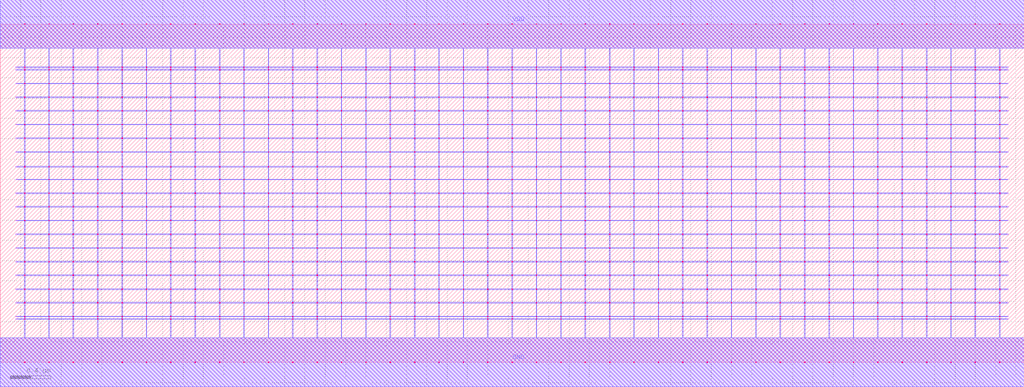
<source format=lef>
MACRO XOR2X1
 CLASS CORE ;
 FOREIGN XOR2X1 0 0 ;
 SIZE 10.08 BY 3.33 ;
 ORIGIN 0 0 ;
 SYMMETRY X Y R90 ;
 SITE unit ;
  PIN VDD
   DIRECTION INOUT ;
   USE POWER ;
   SHAPE ABUTMENT ;
    PORT
     CLASS CORE ;
       LAYER li1 ;
        RECT 0.00000000 3.09000000 10.08000000 3.57000000 ;
       LAYER met1 ;
        RECT 0.00000000 3.09000000 10.08000000 3.57000000 ;
    END
  END VDD

  PIN GND
   DIRECTION INOUT ;
   USE POWER ;
   SHAPE ABUTMENT ;
    PORT
     CLASS CORE ;
       LAYER li1 ;
        RECT 0.00000000 -0.24000000 10.08000000 0.24000000 ;
       LAYER met1 ;
        RECT 0.00000000 -0.24000000 10.08000000 0.24000000 ;
    END
  END GND

 OBS
    LAYER polycont ;
     RECT 1.43600000 0.98600000 1.44400000 0.99400000 ;
     RECT 2.87600000 0.98600000 2.88400000 0.99400000 ;
     RECT 4.31600000 0.98600000 4.32400000 0.99400000 ;
     RECT 5.75600000 0.98600000 5.76400000 0.99400000 ;
     RECT 7.19600000 0.98600000 7.20400000 0.99400000 ;
     RECT 8.63600000 0.98600000 8.64400000 0.99400000 ;
     RECT 1.43600000 1.92100000 1.44400000 1.92900000 ;
     RECT 2.87600000 1.92100000 2.88400000 1.92900000 ;
     RECT 4.31600000 1.92100000 4.32400000 1.92900000 ;
     RECT 5.75600000 1.92100000 5.76400000 1.92900000 ;
     RECT 7.19600000 1.92100000 7.20400000 1.92900000 ;
     RECT 8.63600000 1.92100000 8.64400000 1.92900000 ;

    LAYER pdiffc ;
     RECT 0.71600000 2.33600000 0.72400000 2.34400000 ;
     RECT 0.95600000 2.33600000 0.96400000 2.34400000 ;
     RECT 1.91600000 2.33600000 1.92400000 2.34400000 ;
     RECT 2.15600000 2.33600000 2.16400000 2.34400000 ;
     RECT 2.39600000 2.33600000 2.40400000 2.34400000 ;
     RECT 3.35600000 2.33600000 3.36400000 2.34400000 ;
     RECT 3.59600000 2.33600000 3.60400000 2.34400000 ;
     RECT 3.83600000 2.33600000 3.84400000 2.34400000 ;
     RECT 4.79600000 2.33600000 4.80400000 2.34400000 ;
     RECT 5.03600000 2.33600000 5.04400000 2.34400000 ;
     RECT 5.27600000 2.33600000 5.28400000 2.34400000 ;
     RECT 6.23600000 2.33600000 6.24400000 2.34400000 ;
     RECT 6.47600000 2.33600000 6.48400000 2.34400000 ;
     RECT 6.71600000 2.33600000 6.72400000 2.34400000 ;
     RECT 7.67600000 2.33600000 7.68400000 2.34400000 ;
     RECT 7.91600000 2.33600000 7.92400000 2.34400000 ;
     RECT 8.15600000 2.33600000 8.16400000 2.34400000 ;
     RECT 9.11600000 2.33600000 9.12400000 2.34400000 ;
     RECT 9.35600000 2.33600000 9.36400000 2.34400000 ;
     RECT 0.71600000 2.47100000 0.72400000 2.47900000 ;
     RECT 0.95600000 2.47100000 0.96400000 2.47900000 ;
     RECT 1.91600000 2.47100000 1.92400000 2.47900000 ;
     RECT 2.15600000 2.47100000 2.16400000 2.47900000 ;
     RECT 2.39600000 2.47100000 2.40400000 2.47900000 ;
     RECT 3.35600000 2.47100000 3.36400000 2.47900000 ;
     RECT 3.59600000 2.47100000 3.60400000 2.47900000 ;
     RECT 3.83600000 2.47100000 3.84400000 2.47900000 ;
     RECT 4.79600000 2.47100000 4.80400000 2.47900000 ;
     RECT 5.03600000 2.47100000 5.04400000 2.47900000 ;
     RECT 5.27600000 2.47100000 5.28400000 2.47900000 ;
     RECT 6.23600000 2.47100000 6.24400000 2.47900000 ;
     RECT 6.47600000 2.47100000 6.48400000 2.47900000 ;
     RECT 6.71600000 2.47100000 6.72400000 2.47900000 ;
     RECT 7.67600000 2.47100000 7.68400000 2.47900000 ;
     RECT 7.91600000 2.47100000 7.92400000 2.47900000 ;
     RECT 8.15600000 2.47100000 8.16400000 2.47900000 ;
     RECT 9.11600000 2.47100000 9.12400000 2.47900000 ;
     RECT 9.35600000 2.47100000 9.36400000 2.47900000 ;
     RECT 0.71600000 2.60600000 0.72400000 2.61400000 ;
     RECT 0.95600000 2.60600000 0.96400000 2.61400000 ;
     RECT 1.91600000 2.60600000 1.92400000 2.61400000 ;
     RECT 2.15600000 2.60600000 2.16400000 2.61400000 ;
     RECT 2.39600000 2.60600000 2.40400000 2.61400000 ;
     RECT 3.35600000 2.60600000 3.36400000 2.61400000 ;
     RECT 3.59600000 2.60600000 3.60400000 2.61400000 ;
     RECT 3.83600000 2.60600000 3.84400000 2.61400000 ;
     RECT 4.79600000 2.60600000 4.80400000 2.61400000 ;
     RECT 5.03600000 2.60600000 5.04400000 2.61400000 ;
     RECT 5.27600000 2.60600000 5.28400000 2.61400000 ;
     RECT 6.23600000 2.60600000 6.24400000 2.61400000 ;
     RECT 6.47600000 2.60600000 6.48400000 2.61400000 ;
     RECT 6.71600000 2.60600000 6.72400000 2.61400000 ;
     RECT 7.67600000 2.60600000 7.68400000 2.61400000 ;
     RECT 7.91600000 2.60600000 7.92400000 2.61400000 ;
     RECT 8.15600000 2.60600000 8.16400000 2.61400000 ;
     RECT 9.11600000 2.60600000 9.12400000 2.61400000 ;
     RECT 9.35600000 2.60600000 9.36400000 2.61400000 ;
     RECT 0.71600000 2.74100000 0.72400000 2.74900000 ;
     RECT 0.95600000 2.74100000 0.96400000 2.74900000 ;
     RECT 1.91600000 2.74100000 1.92400000 2.74900000 ;
     RECT 2.15600000 2.74100000 2.16400000 2.74900000 ;
     RECT 2.39600000 2.74100000 2.40400000 2.74900000 ;
     RECT 3.35600000 2.74100000 3.36400000 2.74900000 ;
     RECT 3.59600000 2.74100000 3.60400000 2.74900000 ;
     RECT 3.83600000 2.74100000 3.84400000 2.74900000 ;
     RECT 4.79600000 2.74100000 4.80400000 2.74900000 ;
     RECT 5.03600000 2.74100000 5.04400000 2.74900000 ;
     RECT 5.27600000 2.74100000 5.28400000 2.74900000 ;
     RECT 6.23600000 2.74100000 6.24400000 2.74900000 ;
     RECT 6.47600000 2.74100000 6.48400000 2.74900000 ;
     RECT 6.71600000 2.74100000 6.72400000 2.74900000 ;
     RECT 7.67600000 2.74100000 7.68400000 2.74900000 ;
     RECT 7.91600000 2.74100000 7.92400000 2.74900000 ;
     RECT 8.15600000 2.74100000 8.16400000 2.74900000 ;
     RECT 9.11600000 2.74100000 9.12400000 2.74900000 ;
     RECT 9.35600000 2.74100000 9.36400000 2.74900000 ;
     RECT 0.71600000 2.87600000 0.72400000 2.88400000 ;
     RECT 0.95600000 2.87600000 0.96400000 2.88400000 ;
     RECT 1.91600000 2.87600000 1.92400000 2.88400000 ;
     RECT 2.15600000 2.87600000 2.16400000 2.88400000 ;
     RECT 2.39600000 2.87600000 2.40400000 2.88400000 ;
     RECT 3.35600000 2.87600000 3.36400000 2.88400000 ;
     RECT 3.59600000 2.87600000 3.60400000 2.88400000 ;
     RECT 3.83600000 2.87600000 3.84400000 2.88400000 ;
     RECT 4.79600000 2.87600000 4.80400000 2.88400000 ;
     RECT 5.03600000 2.87600000 5.04400000 2.88400000 ;
     RECT 5.27600000 2.87600000 5.28400000 2.88400000 ;
     RECT 6.23600000 2.87600000 6.24400000 2.88400000 ;
     RECT 6.47600000 2.87600000 6.48400000 2.88400000 ;
     RECT 6.71600000 2.87600000 6.72400000 2.88400000 ;
     RECT 7.67600000 2.87600000 7.68400000 2.88400000 ;
     RECT 7.91600000 2.87600000 7.92400000 2.88400000 ;
     RECT 8.15600000 2.87600000 8.16400000 2.88400000 ;
     RECT 9.11600000 2.87600000 9.12400000 2.88400000 ;
     RECT 9.35600000 2.87600000 9.36400000 2.88400000 ;
     RECT 0.71600000 2.90100000 0.72400000 2.90900000 ;
     RECT 0.95600000 2.90100000 0.96400000 2.90900000 ;
     RECT 1.91600000 2.90100000 1.92400000 2.90900000 ;
     RECT 2.15600000 2.90100000 2.16400000 2.90900000 ;
     RECT 2.39600000 2.90100000 2.40400000 2.90900000 ;
     RECT 3.35600000 2.90100000 3.36400000 2.90900000 ;
     RECT 3.59600000 2.90100000 3.60400000 2.90900000 ;
     RECT 3.83600000 2.90100000 3.84400000 2.90900000 ;
     RECT 4.79600000 2.90100000 4.80400000 2.90900000 ;
     RECT 5.03600000 2.90100000 5.04400000 2.90900000 ;
     RECT 5.27600000 2.90100000 5.28400000 2.90900000 ;
     RECT 6.23600000 2.90100000 6.24400000 2.90900000 ;
     RECT 6.47600000 2.90100000 6.48400000 2.90900000 ;
     RECT 6.71600000 2.90100000 6.72400000 2.90900000 ;
     RECT 7.67600000 2.90100000 7.68400000 2.90900000 ;
     RECT 7.91600000 2.90100000 7.92400000 2.90900000 ;
     RECT 8.15600000 2.90100000 8.16400000 2.90900000 ;
     RECT 9.11600000 2.90100000 9.12400000 2.90900000 ;
     RECT 9.35600000 2.90100000 9.36400000 2.90900000 ;

    LAYER ndiffc ;
     RECT 0.71600000 0.42100000 0.72400000 0.42900000 ;
     RECT 0.95600000 0.42100000 0.96400000 0.42900000 ;
     RECT 1.91600000 0.42100000 1.92400000 0.42900000 ;
     RECT 2.15600000 0.42100000 2.16400000 0.42900000 ;
     RECT 2.39600000 0.42100000 2.40400000 0.42900000 ;
     RECT 3.35600000 0.42100000 3.36400000 0.42900000 ;
     RECT 3.59600000 0.42100000 3.60400000 0.42900000 ;
     RECT 3.83600000 0.42100000 3.84400000 0.42900000 ;
     RECT 4.79600000 0.42100000 4.80400000 0.42900000 ;
     RECT 5.03600000 0.42100000 5.04400000 0.42900000 ;
     RECT 5.27600000 0.42100000 5.28400000 0.42900000 ;
     RECT 6.23600000 0.42100000 6.24400000 0.42900000 ;
     RECT 6.47600000 0.42100000 6.48400000 0.42900000 ;
     RECT 6.71600000 0.42100000 6.72400000 0.42900000 ;
     RECT 7.67600000 0.42100000 7.68400000 0.42900000 ;
     RECT 7.91600000 0.42100000 7.92400000 0.42900000 ;
     RECT 8.15600000 0.42100000 8.16400000 0.42900000 ;
     RECT 9.11600000 0.42100000 9.12400000 0.42900000 ;
     RECT 9.35600000 0.42100000 9.36400000 0.42900000 ;
     RECT 0.71600000 0.44600000 0.72400000 0.45400000 ;
     RECT 0.95600000 0.44600000 0.96400000 0.45400000 ;
     RECT 1.91600000 0.44600000 1.92400000 0.45400000 ;
     RECT 2.15600000 0.44600000 2.16400000 0.45400000 ;
     RECT 2.39600000 0.44600000 2.40400000 0.45400000 ;
     RECT 3.35600000 0.44600000 3.36400000 0.45400000 ;
     RECT 3.59600000 0.44600000 3.60400000 0.45400000 ;
     RECT 3.83600000 0.44600000 3.84400000 0.45400000 ;
     RECT 4.79600000 0.44600000 4.80400000 0.45400000 ;
     RECT 5.03600000 0.44600000 5.04400000 0.45400000 ;
     RECT 5.27600000 0.44600000 5.28400000 0.45400000 ;
     RECT 6.23600000 0.44600000 6.24400000 0.45400000 ;
     RECT 6.47600000 0.44600000 6.48400000 0.45400000 ;
     RECT 6.71600000 0.44600000 6.72400000 0.45400000 ;
     RECT 7.67600000 0.44600000 7.68400000 0.45400000 ;
     RECT 7.91600000 0.44600000 7.92400000 0.45400000 ;
     RECT 8.15600000 0.44600000 8.16400000 0.45400000 ;
     RECT 9.11600000 0.44600000 9.12400000 0.45400000 ;
     RECT 9.35600000 0.44600000 9.36400000 0.45400000 ;
     RECT 0.71600000 0.58100000 0.72400000 0.58900000 ;
     RECT 0.95600000 0.58100000 0.96400000 0.58900000 ;
     RECT 1.91600000 0.58100000 1.92400000 0.58900000 ;
     RECT 2.15600000 0.58100000 2.16400000 0.58900000 ;
     RECT 2.39600000 0.58100000 2.40400000 0.58900000 ;
     RECT 3.35600000 0.58100000 3.36400000 0.58900000 ;
     RECT 3.59600000 0.58100000 3.60400000 0.58900000 ;
     RECT 3.83600000 0.58100000 3.84400000 0.58900000 ;
     RECT 4.79600000 0.58100000 4.80400000 0.58900000 ;
     RECT 5.03600000 0.58100000 5.04400000 0.58900000 ;
     RECT 5.27600000 0.58100000 5.28400000 0.58900000 ;
     RECT 6.23600000 0.58100000 6.24400000 0.58900000 ;
     RECT 6.47600000 0.58100000 6.48400000 0.58900000 ;
     RECT 6.71600000 0.58100000 6.72400000 0.58900000 ;
     RECT 7.67600000 0.58100000 7.68400000 0.58900000 ;
     RECT 7.91600000 0.58100000 7.92400000 0.58900000 ;
     RECT 8.15600000 0.58100000 8.16400000 0.58900000 ;
     RECT 9.11600000 0.58100000 9.12400000 0.58900000 ;
     RECT 9.35600000 0.58100000 9.36400000 0.58900000 ;

    LAYER li1 ;
     RECT 0.00000000 -0.24000000 10.08000000 0.24000000 ;
     RECT 0.23600000 0.24000000 0.24400000 0.42100000 ;
     RECT 0.47600000 0.24000000 0.48400000 0.42100000 ;
     RECT 0.71600000 0.24000000 0.72400000 0.42100000 ;
     RECT 0.95600000 0.24000000 0.96400000 0.42100000 ;
     RECT 1.19600000 0.24000000 1.20400000 0.42100000 ;
     RECT 1.43600000 0.24000000 1.44400000 0.42100000 ;
     RECT 1.67600000 0.24000000 1.68400000 0.42100000 ;
     RECT 1.91600000 0.24000000 1.92400000 0.42100000 ;
     RECT 2.15600000 0.24000000 2.16400000 0.42100000 ;
     RECT 2.39600000 0.24000000 2.40400000 0.42100000 ;
     RECT 2.63600000 0.24000000 2.64400000 0.42100000 ;
     RECT 2.87600000 0.24000000 2.88400000 0.42100000 ;
     RECT 3.11600000 0.24000000 3.12400000 0.42100000 ;
     RECT 3.35600000 0.24000000 3.36400000 0.42100000 ;
     RECT 3.59600000 0.24000000 3.60400000 0.42100000 ;
     RECT 3.83600000 0.24000000 3.84400000 0.42100000 ;
     RECT 4.07600000 0.24000000 4.08400000 0.42100000 ;
     RECT 4.31600000 0.24000000 4.32400000 0.42100000 ;
     RECT 4.55600000 0.24000000 4.56400000 0.42100000 ;
     RECT 4.79600000 0.24000000 4.80400000 0.42100000 ;
     RECT 5.03600000 0.24000000 5.04400000 0.42100000 ;
     RECT 5.27600000 0.24000000 5.28400000 0.42100000 ;
     RECT 5.51600000 0.24000000 5.52400000 0.42100000 ;
     RECT 5.75600000 0.24000000 5.76400000 0.42100000 ;
     RECT 5.99600000 0.24000000 6.00400000 0.42100000 ;
     RECT 6.23600000 0.24000000 6.24400000 0.42100000 ;
     RECT 6.47600000 0.24000000 6.48400000 0.42100000 ;
     RECT 6.71600000 0.24000000 6.72400000 0.42100000 ;
     RECT 6.95600000 0.24000000 6.96400000 0.42100000 ;
     RECT 7.19600000 0.24000000 7.20400000 0.42100000 ;
     RECT 7.43600000 0.24000000 7.44400000 0.42100000 ;
     RECT 7.67600000 0.24000000 7.68400000 0.42100000 ;
     RECT 7.91600000 0.24000000 7.92400000 0.42100000 ;
     RECT 8.15600000 0.24000000 8.16400000 0.42100000 ;
     RECT 8.39600000 0.24000000 8.40400000 0.42100000 ;
     RECT 8.63600000 0.24000000 8.64400000 0.42100000 ;
     RECT 8.87600000 0.24000000 8.88400000 0.42100000 ;
     RECT 9.11600000 0.24000000 9.12400000 0.42100000 ;
     RECT 9.35600000 0.24000000 9.36400000 0.42100000 ;
     RECT 9.59600000 0.24000000 9.60400000 0.42100000 ;
     RECT 9.83600000 0.24000000 9.84400000 0.42100000 ;
     RECT 0.15500000 0.42100000 9.92500000 0.42900000 ;
     RECT 0.23600000 0.42900000 0.24400000 0.44600000 ;
     RECT 0.47600000 0.42900000 0.48400000 0.44600000 ;
     RECT 0.71600000 0.42900000 0.72400000 0.44600000 ;
     RECT 0.95600000 0.42900000 0.96400000 0.44600000 ;
     RECT 1.19600000 0.42900000 1.20400000 0.44600000 ;
     RECT 1.43600000 0.42900000 1.44400000 0.44600000 ;
     RECT 1.67600000 0.42900000 1.68400000 0.44600000 ;
     RECT 1.91600000 0.42900000 1.92400000 0.44600000 ;
     RECT 2.15600000 0.42900000 2.16400000 0.44600000 ;
     RECT 2.39600000 0.42900000 2.40400000 0.44600000 ;
     RECT 2.63600000 0.42900000 2.64400000 0.44600000 ;
     RECT 2.87600000 0.42900000 2.88400000 0.44600000 ;
     RECT 3.11600000 0.42900000 3.12400000 0.44600000 ;
     RECT 3.35600000 0.42900000 3.36400000 0.44600000 ;
     RECT 3.59600000 0.42900000 3.60400000 0.44600000 ;
     RECT 3.83600000 0.42900000 3.84400000 0.44600000 ;
     RECT 4.07600000 0.42900000 4.08400000 0.44600000 ;
     RECT 4.31600000 0.42900000 4.32400000 0.44600000 ;
     RECT 4.55600000 0.42900000 4.56400000 0.44600000 ;
     RECT 4.79600000 0.42900000 4.80400000 0.44600000 ;
     RECT 5.03600000 0.42900000 5.04400000 0.44600000 ;
     RECT 5.27600000 0.42900000 5.28400000 0.44600000 ;
     RECT 5.51600000 0.42900000 5.52400000 0.44600000 ;
     RECT 5.75600000 0.42900000 5.76400000 0.44600000 ;
     RECT 5.99600000 0.42900000 6.00400000 0.44600000 ;
     RECT 6.23600000 0.42900000 6.24400000 0.44600000 ;
     RECT 6.47600000 0.42900000 6.48400000 0.44600000 ;
     RECT 6.71600000 0.42900000 6.72400000 0.44600000 ;
     RECT 6.95600000 0.42900000 6.96400000 0.44600000 ;
     RECT 7.19600000 0.42900000 7.20400000 0.44600000 ;
     RECT 7.43600000 0.42900000 7.44400000 0.44600000 ;
     RECT 7.67600000 0.42900000 7.68400000 0.44600000 ;
     RECT 7.91600000 0.42900000 7.92400000 0.44600000 ;
     RECT 8.15600000 0.42900000 8.16400000 0.44600000 ;
     RECT 8.39600000 0.42900000 8.40400000 0.44600000 ;
     RECT 8.63600000 0.42900000 8.64400000 0.44600000 ;
     RECT 8.87600000 0.42900000 8.88400000 0.44600000 ;
     RECT 9.11600000 0.42900000 9.12400000 0.44600000 ;
     RECT 9.35600000 0.42900000 9.36400000 0.44600000 ;
     RECT 9.59600000 0.42900000 9.60400000 0.44600000 ;
     RECT 9.83600000 0.42900000 9.84400000 0.44600000 ;
     RECT 0.15500000 0.44600000 9.92500000 0.45400000 ;
     RECT 0.23600000 0.45400000 0.24400000 0.58100000 ;
     RECT 0.47600000 0.45400000 0.48400000 0.58100000 ;
     RECT 0.71600000 0.45400000 0.72400000 0.58100000 ;
     RECT 0.95600000 0.45400000 0.96400000 0.58100000 ;
     RECT 1.19600000 0.45400000 1.20400000 0.58100000 ;
     RECT 1.43600000 0.45400000 1.44400000 0.58100000 ;
     RECT 1.67600000 0.45400000 1.68400000 0.58100000 ;
     RECT 1.91600000 0.45400000 1.92400000 0.58100000 ;
     RECT 2.15600000 0.45400000 2.16400000 0.58100000 ;
     RECT 2.39600000 0.45400000 2.40400000 0.58100000 ;
     RECT 2.63600000 0.45400000 2.64400000 0.58100000 ;
     RECT 2.87600000 0.45400000 2.88400000 0.58100000 ;
     RECT 3.11600000 0.45400000 3.12400000 0.58100000 ;
     RECT 3.35600000 0.45400000 3.36400000 0.58100000 ;
     RECT 3.59600000 0.45400000 3.60400000 0.58100000 ;
     RECT 3.83600000 0.45400000 3.84400000 0.58100000 ;
     RECT 4.07600000 0.45400000 4.08400000 0.58100000 ;
     RECT 4.31600000 0.45400000 4.32400000 0.58100000 ;
     RECT 4.55600000 0.45400000 4.56400000 0.58100000 ;
     RECT 4.79600000 0.45400000 4.80400000 0.58100000 ;
     RECT 5.03600000 0.45400000 5.04400000 0.58100000 ;
     RECT 5.27600000 0.45400000 5.28400000 0.58100000 ;
     RECT 5.51600000 0.45400000 5.52400000 0.58100000 ;
     RECT 5.75600000 0.45400000 5.76400000 0.58100000 ;
     RECT 5.99600000 0.45400000 6.00400000 0.58100000 ;
     RECT 6.23600000 0.45400000 6.24400000 0.58100000 ;
     RECT 6.47600000 0.45400000 6.48400000 0.58100000 ;
     RECT 6.71600000 0.45400000 6.72400000 0.58100000 ;
     RECT 6.95600000 0.45400000 6.96400000 0.58100000 ;
     RECT 7.19600000 0.45400000 7.20400000 0.58100000 ;
     RECT 7.43600000 0.45400000 7.44400000 0.58100000 ;
     RECT 7.67600000 0.45400000 7.68400000 0.58100000 ;
     RECT 7.91600000 0.45400000 7.92400000 0.58100000 ;
     RECT 8.15600000 0.45400000 8.16400000 0.58100000 ;
     RECT 8.39600000 0.45400000 8.40400000 0.58100000 ;
     RECT 8.63600000 0.45400000 8.64400000 0.58100000 ;
     RECT 8.87600000 0.45400000 8.88400000 0.58100000 ;
     RECT 9.11600000 0.45400000 9.12400000 0.58100000 ;
     RECT 9.35600000 0.45400000 9.36400000 0.58100000 ;
     RECT 9.59600000 0.45400000 9.60400000 0.58100000 ;
     RECT 9.83600000 0.45400000 9.84400000 0.58100000 ;
     RECT 0.15500000 0.58100000 9.92500000 0.58900000 ;
     RECT 0.23600000 0.58900000 0.24400000 0.71600000 ;
     RECT 0.47600000 0.58900000 0.48400000 0.71600000 ;
     RECT 0.71600000 0.58900000 0.72400000 0.71600000 ;
     RECT 0.95600000 0.58900000 0.96400000 0.71600000 ;
     RECT 1.19600000 0.58900000 1.20400000 0.71600000 ;
     RECT 1.43600000 0.58900000 1.44400000 0.71600000 ;
     RECT 1.67600000 0.58900000 1.68400000 0.71600000 ;
     RECT 1.91600000 0.58900000 1.92400000 0.71600000 ;
     RECT 2.15600000 0.58900000 2.16400000 0.71600000 ;
     RECT 2.39600000 0.58900000 2.40400000 0.71600000 ;
     RECT 2.63600000 0.58900000 2.64400000 0.71600000 ;
     RECT 2.87600000 0.58900000 2.88400000 0.71600000 ;
     RECT 3.11600000 0.58900000 3.12400000 0.71600000 ;
     RECT 3.35600000 0.58900000 3.36400000 0.71600000 ;
     RECT 3.59600000 0.58900000 3.60400000 0.71600000 ;
     RECT 3.83600000 0.58900000 3.84400000 0.71600000 ;
     RECT 4.07600000 0.58900000 4.08400000 0.71600000 ;
     RECT 4.31600000 0.58900000 4.32400000 0.71600000 ;
     RECT 4.55600000 0.58900000 4.56400000 0.71600000 ;
     RECT 4.79600000 0.58900000 4.80400000 0.71600000 ;
     RECT 5.03600000 0.58900000 5.04400000 0.71600000 ;
     RECT 5.27600000 0.58900000 5.28400000 0.71600000 ;
     RECT 5.51600000 0.58900000 5.52400000 0.71600000 ;
     RECT 5.75600000 0.58900000 5.76400000 0.71600000 ;
     RECT 5.99600000 0.58900000 6.00400000 0.71600000 ;
     RECT 6.23600000 0.58900000 6.24400000 0.71600000 ;
     RECT 6.47600000 0.58900000 6.48400000 0.71600000 ;
     RECT 6.71600000 0.58900000 6.72400000 0.71600000 ;
     RECT 6.95600000 0.58900000 6.96400000 0.71600000 ;
     RECT 7.19600000 0.58900000 7.20400000 0.71600000 ;
     RECT 7.43600000 0.58900000 7.44400000 0.71600000 ;
     RECT 7.67600000 0.58900000 7.68400000 0.71600000 ;
     RECT 7.91600000 0.58900000 7.92400000 0.71600000 ;
     RECT 8.15600000 0.58900000 8.16400000 0.71600000 ;
     RECT 8.39600000 0.58900000 8.40400000 0.71600000 ;
     RECT 8.63600000 0.58900000 8.64400000 0.71600000 ;
     RECT 8.87600000 0.58900000 8.88400000 0.71600000 ;
     RECT 9.11600000 0.58900000 9.12400000 0.71600000 ;
     RECT 9.35600000 0.58900000 9.36400000 0.71600000 ;
     RECT 9.59600000 0.58900000 9.60400000 0.71600000 ;
     RECT 9.83600000 0.58900000 9.84400000 0.71600000 ;
     RECT 0.15500000 0.71600000 9.92500000 0.72400000 ;
     RECT 0.23600000 0.72400000 0.24400000 0.85100000 ;
     RECT 0.47600000 0.72400000 0.48400000 0.85100000 ;
     RECT 0.71600000 0.72400000 0.72400000 0.85100000 ;
     RECT 0.95600000 0.72400000 0.96400000 0.85100000 ;
     RECT 1.19600000 0.72400000 1.20400000 0.85100000 ;
     RECT 1.43600000 0.72400000 1.44400000 0.85100000 ;
     RECT 1.67600000 0.72400000 1.68400000 0.85100000 ;
     RECT 1.91600000 0.72400000 1.92400000 0.85100000 ;
     RECT 2.15600000 0.72400000 2.16400000 0.85100000 ;
     RECT 2.39600000 0.72400000 2.40400000 0.85100000 ;
     RECT 2.63600000 0.72400000 2.64400000 0.85100000 ;
     RECT 2.87600000 0.72400000 2.88400000 0.85100000 ;
     RECT 3.11600000 0.72400000 3.12400000 0.85100000 ;
     RECT 3.35600000 0.72400000 3.36400000 0.85100000 ;
     RECT 3.59600000 0.72400000 3.60400000 0.85100000 ;
     RECT 3.83600000 0.72400000 3.84400000 0.85100000 ;
     RECT 4.07600000 0.72400000 4.08400000 0.85100000 ;
     RECT 4.31600000 0.72400000 4.32400000 0.85100000 ;
     RECT 4.55600000 0.72400000 4.56400000 0.85100000 ;
     RECT 4.79600000 0.72400000 4.80400000 0.85100000 ;
     RECT 5.03600000 0.72400000 5.04400000 0.85100000 ;
     RECT 5.27600000 0.72400000 5.28400000 0.85100000 ;
     RECT 5.51600000 0.72400000 5.52400000 0.85100000 ;
     RECT 5.75600000 0.72400000 5.76400000 0.85100000 ;
     RECT 5.99600000 0.72400000 6.00400000 0.85100000 ;
     RECT 6.23600000 0.72400000 6.24400000 0.85100000 ;
     RECT 6.47600000 0.72400000 6.48400000 0.85100000 ;
     RECT 6.71600000 0.72400000 6.72400000 0.85100000 ;
     RECT 6.95600000 0.72400000 6.96400000 0.85100000 ;
     RECT 7.19600000 0.72400000 7.20400000 0.85100000 ;
     RECT 7.43600000 0.72400000 7.44400000 0.85100000 ;
     RECT 7.67600000 0.72400000 7.68400000 0.85100000 ;
     RECT 7.91600000 0.72400000 7.92400000 0.85100000 ;
     RECT 8.15600000 0.72400000 8.16400000 0.85100000 ;
     RECT 8.39600000 0.72400000 8.40400000 0.85100000 ;
     RECT 8.63600000 0.72400000 8.64400000 0.85100000 ;
     RECT 8.87600000 0.72400000 8.88400000 0.85100000 ;
     RECT 9.11600000 0.72400000 9.12400000 0.85100000 ;
     RECT 9.35600000 0.72400000 9.36400000 0.85100000 ;
     RECT 9.59600000 0.72400000 9.60400000 0.85100000 ;
     RECT 9.83600000 0.72400000 9.84400000 0.85100000 ;
     RECT 0.15500000 0.85100000 9.92500000 0.85900000 ;
     RECT 0.23600000 0.85900000 0.24400000 0.98600000 ;
     RECT 0.47600000 0.85900000 0.48400000 0.98600000 ;
     RECT 0.71600000 0.85900000 0.72400000 0.98600000 ;
     RECT 0.95600000 0.85900000 0.96400000 0.98600000 ;
     RECT 1.19600000 0.85900000 1.20400000 0.98600000 ;
     RECT 1.43600000 0.85900000 1.44400000 0.98600000 ;
     RECT 1.67600000 0.85900000 1.68400000 0.98600000 ;
     RECT 1.91600000 0.85900000 1.92400000 0.98600000 ;
     RECT 2.15600000 0.85900000 2.16400000 0.98600000 ;
     RECT 2.39600000 0.85900000 2.40400000 0.98600000 ;
     RECT 2.63600000 0.85900000 2.64400000 0.98600000 ;
     RECT 2.87600000 0.85900000 2.88400000 0.98600000 ;
     RECT 3.11600000 0.85900000 3.12400000 0.98600000 ;
     RECT 3.35600000 0.85900000 3.36400000 0.98600000 ;
     RECT 3.59600000 0.85900000 3.60400000 0.98600000 ;
     RECT 3.83600000 0.85900000 3.84400000 0.98600000 ;
     RECT 4.07600000 0.85900000 4.08400000 0.98600000 ;
     RECT 4.31600000 0.85900000 4.32400000 0.98600000 ;
     RECT 4.55600000 0.85900000 4.56400000 0.98600000 ;
     RECT 4.79600000 0.85900000 4.80400000 0.98600000 ;
     RECT 5.03600000 0.85900000 5.04400000 0.98600000 ;
     RECT 5.27600000 0.85900000 5.28400000 0.98600000 ;
     RECT 5.51600000 0.85900000 5.52400000 0.98600000 ;
     RECT 5.75600000 0.85900000 5.76400000 0.98600000 ;
     RECT 5.99600000 0.85900000 6.00400000 0.98600000 ;
     RECT 6.23600000 0.85900000 6.24400000 0.98600000 ;
     RECT 6.47600000 0.85900000 6.48400000 0.98600000 ;
     RECT 6.71600000 0.85900000 6.72400000 0.98600000 ;
     RECT 6.95600000 0.85900000 6.96400000 0.98600000 ;
     RECT 7.19600000 0.85900000 7.20400000 0.98600000 ;
     RECT 7.43600000 0.85900000 7.44400000 0.98600000 ;
     RECT 7.67600000 0.85900000 7.68400000 0.98600000 ;
     RECT 7.91600000 0.85900000 7.92400000 0.98600000 ;
     RECT 8.15600000 0.85900000 8.16400000 0.98600000 ;
     RECT 8.39600000 0.85900000 8.40400000 0.98600000 ;
     RECT 8.63600000 0.85900000 8.64400000 0.98600000 ;
     RECT 8.87600000 0.85900000 8.88400000 0.98600000 ;
     RECT 9.11600000 0.85900000 9.12400000 0.98600000 ;
     RECT 9.35600000 0.85900000 9.36400000 0.98600000 ;
     RECT 9.59600000 0.85900000 9.60400000 0.98600000 ;
     RECT 9.83600000 0.85900000 9.84400000 0.98600000 ;
     RECT 0.15500000 0.98600000 9.92500000 0.99400000 ;
     RECT 0.23600000 0.99400000 0.24400000 1.12100000 ;
     RECT 0.47600000 0.99400000 0.48400000 1.12100000 ;
     RECT 0.71600000 0.99400000 0.72400000 1.12100000 ;
     RECT 0.95600000 0.99400000 0.96400000 1.12100000 ;
     RECT 1.19600000 0.99400000 1.20400000 1.12100000 ;
     RECT 1.43600000 0.99400000 1.44400000 1.12100000 ;
     RECT 1.67600000 0.99400000 1.68400000 1.12100000 ;
     RECT 1.91600000 0.99400000 1.92400000 1.12100000 ;
     RECT 2.15600000 0.99400000 2.16400000 1.12100000 ;
     RECT 2.39600000 0.99400000 2.40400000 1.12100000 ;
     RECT 2.63600000 0.99400000 2.64400000 1.12100000 ;
     RECT 2.87600000 0.99400000 2.88400000 1.12100000 ;
     RECT 3.11600000 0.99400000 3.12400000 1.12100000 ;
     RECT 3.35600000 0.99400000 3.36400000 1.12100000 ;
     RECT 3.59600000 0.99400000 3.60400000 1.12100000 ;
     RECT 3.83600000 0.99400000 3.84400000 1.12100000 ;
     RECT 4.07600000 0.99400000 4.08400000 1.12100000 ;
     RECT 4.31600000 0.99400000 4.32400000 1.12100000 ;
     RECT 4.55600000 0.99400000 4.56400000 1.12100000 ;
     RECT 4.79600000 0.99400000 4.80400000 1.12100000 ;
     RECT 5.03600000 0.99400000 5.04400000 1.12100000 ;
     RECT 5.27600000 0.99400000 5.28400000 1.12100000 ;
     RECT 5.51600000 0.99400000 5.52400000 1.12100000 ;
     RECT 5.75600000 0.99400000 5.76400000 1.12100000 ;
     RECT 5.99600000 0.99400000 6.00400000 1.12100000 ;
     RECT 6.23600000 0.99400000 6.24400000 1.12100000 ;
     RECT 6.47600000 0.99400000 6.48400000 1.12100000 ;
     RECT 6.71600000 0.99400000 6.72400000 1.12100000 ;
     RECT 6.95600000 0.99400000 6.96400000 1.12100000 ;
     RECT 7.19600000 0.99400000 7.20400000 1.12100000 ;
     RECT 7.43600000 0.99400000 7.44400000 1.12100000 ;
     RECT 7.67600000 0.99400000 7.68400000 1.12100000 ;
     RECT 7.91600000 0.99400000 7.92400000 1.12100000 ;
     RECT 8.15600000 0.99400000 8.16400000 1.12100000 ;
     RECT 8.39600000 0.99400000 8.40400000 1.12100000 ;
     RECT 8.63600000 0.99400000 8.64400000 1.12100000 ;
     RECT 8.87600000 0.99400000 8.88400000 1.12100000 ;
     RECT 9.11600000 0.99400000 9.12400000 1.12100000 ;
     RECT 9.35600000 0.99400000 9.36400000 1.12100000 ;
     RECT 9.59600000 0.99400000 9.60400000 1.12100000 ;
     RECT 9.83600000 0.99400000 9.84400000 1.12100000 ;
     RECT 0.15500000 1.12100000 9.92500000 1.12900000 ;
     RECT 0.23600000 1.12900000 0.24400000 1.25600000 ;
     RECT 0.47600000 1.12900000 0.48400000 1.25600000 ;
     RECT 0.71600000 1.12900000 0.72400000 1.25600000 ;
     RECT 0.95600000 1.12900000 0.96400000 1.25600000 ;
     RECT 1.19600000 1.12900000 1.20400000 1.25600000 ;
     RECT 1.43600000 1.12900000 1.44400000 1.25600000 ;
     RECT 1.67600000 1.12900000 1.68400000 1.25600000 ;
     RECT 1.91600000 1.12900000 1.92400000 1.25600000 ;
     RECT 2.15600000 1.12900000 2.16400000 1.25600000 ;
     RECT 2.39600000 1.12900000 2.40400000 1.25600000 ;
     RECT 2.63600000 1.12900000 2.64400000 1.25600000 ;
     RECT 2.87600000 1.12900000 2.88400000 1.25600000 ;
     RECT 3.11600000 1.12900000 3.12400000 1.25600000 ;
     RECT 3.35600000 1.12900000 3.36400000 1.25600000 ;
     RECT 3.59600000 1.12900000 3.60400000 1.25600000 ;
     RECT 3.83600000 1.12900000 3.84400000 1.25600000 ;
     RECT 4.07600000 1.12900000 4.08400000 1.25600000 ;
     RECT 4.31600000 1.12900000 4.32400000 1.25600000 ;
     RECT 4.55600000 1.12900000 4.56400000 1.25600000 ;
     RECT 4.79600000 1.12900000 4.80400000 1.25600000 ;
     RECT 5.03600000 1.12900000 5.04400000 1.25600000 ;
     RECT 5.27600000 1.12900000 5.28400000 1.25600000 ;
     RECT 5.51600000 1.12900000 5.52400000 1.25600000 ;
     RECT 5.75600000 1.12900000 5.76400000 1.25600000 ;
     RECT 5.99600000 1.12900000 6.00400000 1.25600000 ;
     RECT 6.23600000 1.12900000 6.24400000 1.25600000 ;
     RECT 6.47600000 1.12900000 6.48400000 1.25600000 ;
     RECT 6.71600000 1.12900000 6.72400000 1.25600000 ;
     RECT 6.95600000 1.12900000 6.96400000 1.25600000 ;
     RECT 7.19600000 1.12900000 7.20400000 1.25600000 ;
     RECT 7.43600000 1.12900000 7.44400000 1.25600000 ;
     RECT 7.67600000 1.12900000 7.68400000 1.25600000 ;
     RECT 7.91600000 1.12900000 7.92400000 1.25600000 ;
     RECT 8.15600000 1.12900000 8.16400000 1.25600000 ;
     RECT 8.39600000 1.12900000 8.40400000 1.25600000 ;
     RECT 8.63600000 1.12900000 8.64400000 1.25600000 ;
     RECT 8.87600000 1.12900000 8.88400000 1.25600000 ;
     RECT 9.11600000 1.12900000 9.12400000 1.25600000 ;
     RECT 9.35600000 1.12900000 9.36400000 1.25600000 ;
     RECT 9.59600000 1.12900000 9.60400000 1.25600000 ;
     RECT 9.83600000 1.12900000 9.84400000 1.25600000 ;
     RECT 0.15500000 1.25600000 9.92500000 1.26400000 ;
     RECT 0.23600000 1.26400000 0.24400000 1.39100000 ;
     RECT 0.47600000 1.26400000 0.48400000 1.39100000 ;
     RECT 0.71600000 1.26400000 0.72400000 1.39100000 ;
     RECT 0.95600000 1.26400000 0.96400000 1.39100000 ;
     RECT 1.19600000 1.26400000 1.20400000 1.39100000 ;
     RECT 1.43600000 1.26400000 1.44400000 1.39100000 ;
     RECT 1.67600000 1.26400000 1.68400000 1.39100000 ;
     RECT 1.91600000 1.26400000 1.92400000 1.39100000 ;
     RECT 2.15600000 1.26400000 2.16400000 1.39100000 ;
     RECT 2.39600000 1.26400000 2.40400000 1.39100000 ;
     RECT 2.63600000 1.26400000 2.64400000 1.39100000 ;
     RECT 2.87600000 1.26400000 2.88400000 1.39100000 ;
     RECT 3.11600000 1.26400000 3.12400000 1.39100000 ;
     RECT 3.35600000 1.26400000 3.36400000 1.39100000 ;
     RECT 3.59600000 1.26400000 3.60400000 1.39100000 ;
     RECT 3.83600000 1.26400000 3.84400000 1.39100000 ;
     RECT 4.07600000 1.26400000 4.08400000 1.39100000 ;
     RECT 4.31600000 1.26400000 4.32400000 1.39100000 ;
     RECT 4.55600000 1.26400000 4.56400000 1.39100000 ;
     RECT 4.79600000 1.26400000 4.80400000 1.39100000 ;
     RECT 5.03600000 1.26400000 5.04400000 1.39100000 ;
     RECT 5.27600000 1.26400000 5.28400000 1.39100000 ;
     RECT 5.51600000 1.26400000 5.52400000 1.39100000 ;
     RECT 5.75600000 1.26400000 5.76400000 1.39100000 ;
     RECT 5.99600000 1.26400000 6.00400000 1.39100000 ;
     RECT 6.23600000 1.26400000 6.24400000 1.39100000 ;
     RECT 6.47600000 1.26400000 6.48400000 1.39100000 ;
     RECT 6.71600000 1.26400000 6.72400000 1.39100000 ;
     RECT 6.95600000 1.26400000 6.96400000 1.39100000 ;
     RECT 7.19600000 1.26400000 7.20400000 1.39100000 ;
     RECT 7.43600000 1.26400000 7.44400000 1.39100000 ;
     RECT 7.67600000 1.26400000 7.68400000 1.39100000 ;
     RECT 7.91600000 1.26400000 7.92400000 1.39100000 ;
     RECT 8.15600000 1.26400000 8.16400000 1.39100000 ;
     RECT 8.39600000 1.26400000 8.40400000 1.39100000 ;
     RECT 8.63600000 1.26400000 8.64400000 1.39100000 ;
     RECT 8.87600000 1.26400000 8.88400000 1.39100000 ;
     RECT 9.11600000 1.26400000 9.12400000 1.39100000 ;
     RECT 9.35600000 1.26400000 9.36400000 1.39100000 ;
     RECT 9.59600000 1.26400000 9.60400000 1.39100000 ;
     RECT 9.83600000 1.26400000 9.84400000 1.39100000 ;
     RECT 0.15500000 1.39100000 9.92500000 1.39900000 ;
     RECT 0.23600000 1.39900000 0.24400000 1.52600000 ;
     RECT 0.47600000 1.39900000 0.48400000 1.52600000 ;
     RECT 0.71600000 1.39900000 0.72400000 1.52600000 ;
     RECT 0.95600000 1.39900000 0.96400000 1.52600000 ;
     RECT 1.19600000 1.39900000 1.20400000 1.52600000 ;
     RECT 1.43600000 1.39900000 1.44400000 1.52600000 ;
     RECT 1.67600000 1.39900000 1.68400000 1.52600000 ;
     RECT 1.91600000 1.39900000 1.92400000 1.52600000 ;
     RECT 2.15600000 1.39900000 2.16400000 1.52600000 ;
     RECT 2.39600000 1.39900000 2.40400000 1.52600000 ;
     RECT 2.63600000 1.39900000 2.64400000 1.52600000 ;
     RECT 2.87600000 1.39900000 2.88400000 1.52600000 ;
     RECT 3.11600000 1.39900000 3.12400000 1.52600000 ;
     RECT 3.35600000 1.39900000 3.36400000 1.52600000 ;
     RECT 3.59600000 1.39900000 3.60400000 1.52600000 ;
     RECT 3.83600000 1.39900000 3.84400000 1.52600000 ;
     RECT 4.07600000 1.39900000 4.08400000 1.52600000 ;
     RECT 4.31600000 1.39900000 4.32400000 1.52600000 ;
     RECT 4.55600000 1.39900000 4.56400000 1.52600000 ;
     RECT 4.79600000 1.39900000 4.80400000 1.52600000 ;
     RECT 5.03600000 1.39900000 5.04400000 1.52600000 ;
     RECT 5.27600000 1.39900000 5.28400000 1.52600000 ;
     RECT 5.51600000 1.39900000 5.52400000 1.52600000 ;
     RECT 5.75600000 1.39900000 5.76400000 1.52600000 ;
     RECT 5.99600000 1.39900000 6.00400000 1.52600000 ;
     RECT 6.23600000 1.39900000 6.24400000 1.52600000 ;
     RECT 6.47600000 1.39900000 6.48400000 1.52600000 ;
     RECT 6.71600000 1.39900000 6.72400000 1.52600000 ;
     RECT 6.95600000 1.39900000 6.96400000 1.52600000 ;
     RECT 7.19600000 1.39900000 7.20400000 1.52600000 ;
     RECT 7.43600000 1.39900000 7.44400000 1.52600000 ;
     RECT 7.67600000 1.39900000 7.68400000 1.52600000 ;
     RECT 7.91600000 1.39900000 7.92400000 1.52600000 ;
     RECT 8.15600000 1.39900000 8.16400000 1.52600000 ;
     RECT 8.39600000 1.39900000 8.40400000 1.52600000 ;
     RECT 8.63600000 1.39900000 8.64400000 1.52600000 ;
     RECT 8.87600000 1.39900000 8.88400000 1.52600000 ;
     RECT 9.11600000 1.39900000 9.12400000 1.52600000 ;
     RECT 9.35600000 1.39900000 9.36400000 1.52600000 ;
     RECT 9.59600000 1.39900000 9.60400000 1.52600000 ;
     RECT 9.83600000 1.39900000 9.84400000 1.52600000 ;
     RECT 0.15500000 1.52600000 9.92500000 1.53400000 ;
     RECT 0.23600000 1.53400000 0.24400000 1.66100000 ;
     RECT 0.47600000 1.53400000 0.48400000 1.66100000 ;
     RECT 0.71600000 1.53400000 0.72400000 1.66100000 ;
     RECT 0.95600000 1.53400000 0.96400000 1.66100000 ;
     RECT 1.19600000 1.53400000 1.20400000 1.66100000 ;
     RECT 1.43600000 1.53400000 1.44400000 1.66100000 ;
     RECT 1.67600000 1.53400000 1.68400000 1.66100000 ;
     RECT 1.91600000 1.53400000 1.92400000 1.66100000 ;
     RECT 2.15600000 1.53400000 2.16400000 1.66100000 ;
     RECT 2.39600000 1.53400000 2.40400000 1.66100000 ;
     RECT 2.63600000 1.53400000 2.64400000 1.66100000 ;
     RECT 2.87600000 1.53400000 2.88400000 1.66100000 ;
     RECT 3.11600000 1.53400000 3.12400000 1.66100000 ;
     RECT 3.35600000 1.53400000 3.36400000 1.66100000 ;
     RECT 3.59600000 1.53400000 3.60400000 1.66100000 ;
     RECT 3.83600000 1.53400000 3.84400000 1.66100000 ;
     RECT 4.07600000 1.53400000 4.08400000 1.66100000 ;
     RECT 4.31600000 1.53400000 4.32400000 1.66100000 ;
     RECT 4.55600000 1.53400000 4.56400000 1.66100000 ;
     RECT 4.79600000 1.53400000 4.80400000 1.66100000 ;
     RECT 5.03600000 1.53400000 5.04400000 1.66100000 ;
     RECT 5.27600000 1.53400000 5.28400000 1.66100000 ;
     RECT 5.51600000 1.53400000 5.52400000 1.66100000 ;
     RECT 5.75600000 1.53400000 5.76400000 1.66100000 ;
     RECT 5.99600000 1.53400000 6.00400000 1.66100000 ;
     RECT 6.23600000 1.53400000 6.24400000 1.66100000 ;
     RECT 6.47600000 1.53400000 6.48400000 1.66100000 ;
     RECT 6.71600000 1.53400000 6.72400000 1.66100000 ;
     RECT 6.95600000 1.53400000 6.96400000 1.66100000 ;
     RECT 7.19600000 1.53400000 7.20400000 1.66100000 ;
     RECT 7.43600000 1.53400000 7.44400000 1.66100000 ;
     RECT 7.67600000 1.53400000 7.68400000 1.66100000 ;
     RECT 7.91600000 1.53400000 7.92400000 1.66100000 ;
     RECT 8.15600000 1.53400000 8.16400000 1.66100000 ;
     RECT 8.39600000 1.53400000 8.40400000 1.66100000 ;
     RECT 8.63600000 1.53400000 8.64400000 1.66100000 ;
     RECT 8.87600000 1.53400000 8.88400000 1.66100000 ;
     RECT 9.11600000 1.53400000 9.12400000 1.66100000 ;
     RECT 9.35600000 1.53400000 9.36400000 1.66100000 ;
     RECT 9.59600000 1.53400000 9.60400000 1.66100000 ;
     RECT 9.83600000 1.53400000 9.84400000 1.66100000 ;
     RECT 0.15500000 1.66100000 9.92500000 1.66900000 ;
     RECT 0.23600000 1.66900000 0.24400000 1.79600000 ;
     RECT 0.47600000 1.66900000 0.48400000 1.79600000 ;
     RECT 0.71600000 1.66900000 0.72400000 1.79600000 ;
     RECT 0.95600000 1.66900000 0.96400000 1.79600000 ;
     RECT 1.19600000 1.66900000 1.20400000 1.79600000 ;
     RECT 1.43600000 1.66900000 1.44400000 1.79600000 ;
     RECT 1.67600000 1.66900000 1.68400000 1.79600000 ;
     RECT 1.91600000 1.66900000 1.92400000 1.79600000 ;
     RECT 2.15600000 1.66900000 2.16400000 1.79600000 ;
     RECT 2.39600000 1.66900000 2.40400000 1.79600000 ;
     RECT 2.63600000 1.66900000 2.64400000 1.79600000 ;
     RECT 2.87600000 1.66900000 2.88400000 1.79600000 ;
     RECT 3.11600000 1.66900000 3.12400000 1.79600000 ;
     RECT 3.35600000 1.66900000 3.36400000 1.79600000 ;
     RECT 3.59600000 1.66900000 3.60400000 1.79600000 ;
     RECT 3.83600000 1.66900000 3.84400000 1.79600000 ;
     RECT 4.07600000 1.66900000 4.08400000 1.79600000 ;
     RECT 4.31600000 1.66900000 4.32400000 1.79600000 ;
     RECT 4.55600000 1.66900000 4.56400000 1.79600000 ;
     RECT 4.79600000 1.66900000 4.80400000 1.79600000 ;
     RECT 5.03600000 1.66900000 5.04400000 1.79600000 ;
     RECT 5.27600000 1.66900000 5.28400000 1.79600000 ;
     RECT 5.51600000 1.66900000 5.52400000 1.79600000 ;
     RECT 5.75600000 1.66900000 5.76400000 1.79600000 ;
     RECT 5.99600000 1.66900000 6.00400000 1.79600000 ;
     RECT 6.23600000 1.66900000 6.24400000 1.79600000 ;
     RECT 6.47600000 1.66900000 6.48400000 1.79600000 ;
     RECT 6.71600000 1.66900000 6.72400000 1.79600000 ;
     RECT 6.95600000 1.66900000 6.96400000 1.79600000 ;
     RECT 7.19600000 1.66900000 7.20400000 1.79600000 ;
     RECT 7.43600000 1.66900000 7.44400000 1.79600000 ;
     RECT 7.67600000 1.66900000 7.68400000 1.79600000 ;
     RECT 7.91600000 1.66900000 7.92400000 1.79600000 ;
     RECT 8.15600000 1.66900000 8.16400000 1.79600000 ;
     RECT 8.39600000 1.66900000 8.40400000 1.79600000 ;
     RECT 8.63600000 1.66900000 8.64400000 1.79600000 ;
     RECT 8.87600000 1.66900000 8.88400000 1.79600000 ;
     RECT 9.11600000 1.66900000 9.12400000 1.79600000 ;
     RECT 9.35600000 1.66900000 9.36400000 1.79600000 ;
     RECT 9.59600000 1.66900000 9.60400000 1.79600000 ;
     RECT 9.83600000 1.66900000 9.84400000 1.79600000 ;
     RECT 0.15500000 1.79600000 9.92500000 1.80400000 ;
     RECT 0.23600000 1.80400000 0.24400000 1.92100000 ;
     RECT 0.47600000 1.80400000 0.48400000 1.92100000 ;
     RECT 0.71600000 1.80400000 0.72400000 1.92100000 ;
     RECT 0.95600000 1.80400000 0.96400000 1.92100000 ;
     RECT 1.19600000 1.80400000 1.20400000 1.92100000 ;
     RECT 1.43600000 1.80400000 1.44400000 1.92100000 ;
     RECT 1.67600000 1.80400000 1.68400000 1.92100000 ;
     RECT 1.91600000 1.80400000 1.92400000 1.92100000 ;
     RECT 2.15600000 1.80400000 2.16400000 1.92100000 ;
     RECT 2.39600000 1.80400000 2.40400000 1.92100000 ;
     RECT 2.63600000 1.80400000 2.64400000 1.92100000 ;
     RECT 2.87600000 1.80400000 2.88400000 1.92100000 ;
     RECT 3.11600000 1.80400000 3.12400000 1.92100000 ;
     RECT 3.35600000 1.80400000 3.36400000 1.92100000 ;
     RECT 3.59600000 1.80400000 3.60400000 1.92100000 ;
     RECT 3.83600000 1.80400000 3.84400000 1.92100000 ;
     RECT 4.07600000 1.80400000 4.08400000 1.92100000 ;
     RECT 4.31600000 1.80400000 4.32400000 1.92100000 ;
     RECT 4.55600000 1.80400000 4.56400000 1.92100000 ;
     RECT 4.79600000 1.80400000 4.80400000 1.92100000 ;
     RECT 5.03600000 1.80400000 5.04400000 1.92100000 ;
     RECT 5.27600000 1.80400000 5.28400000 1.92100000 ;
     RECT 5.51600000 1.80400000 5.52400000 1.92100000 ;
     RECT 5.75600000 1.80400000 5.76400000 1.92100000 ;
     RECT 5.99600000 1.80400000 6.00400000 1.92100000 ;
     RECT 6.23600000 1.80400000 6.24400000 1.92100000 ;
     RECT 6.47600000 1.80400000 6.48400000 1.92100000 ;
     RECT 6.71600000 1.80400000 6.72400000 1.92100000 ;
     RECT 6.95600000 1.80400000 6.96400000 1.92100000 ;
     RECT 7.19600000 1.80400000 7.20400000 1.92100000 ;
     RECT 7.43600000 1.80400000 7.44400000 1.92100000 ;
     RECT 7.67600000 1.80400000 7.68400000 1.92100000 ;
     RECT 7.91600000 1.80400000 7.92400000 1.92100000 ;
     RECT 8.15600000 1.80400000 8.16400000 1.92100000 ;
     RECT 8.39600000 1.80400000 8.40400000 1.92100000 ;
     RECT 8.63600000 1.80400000 8.64400000 1.92100000 ;
     RECT 8.87600000 1.80400000 8.88400000 1.92100000 ;
     RECT 9.11600000 1.80400000 9.12400000 1.92100000 ;
     RECT 9.35600000 1.80400000 9.36400000 1.92100000 ;
     RECT 9.59600000 1.80400000 9.60400000 1.92100000 ;
     RECT 9.83600000 1.80400000 9.84400000 1.92100000 ;
     RECT 0.15500000 1.92100000 9.92500000 1.92900000 ;
     RECT 0.23600000 1.92900000 0.24400000 2.06600000 ;
     RECT 0.47600000 1.92900000 0.48400000 2.06600000 ;
     RECT 0.71600000 1.92900000 0.72400000 2.06600000 ;
     RECT 0.95600000 1.92900000 0.96400000 2.06600000 ;
     RECT 1.19600000 1.92900000 1.20400000 2.06600000 ;
     RECT 1.43600000 1.92900000 1.44400000 2.06600000 ;
     RECT 1.67600000 1.92900000 1.68400000 2.06600000 ;
     RECT 1.91600000 1.92900000 1.92400000 2.06600000 ;
     RECT 2.15600000 1.92900000 2.16400000 2.06600000 ;
     RECT 2.39600000 1.92900000 2.40400000 2.06600000 ;
     RECT 2.63600000 1.92900000 2.64400000 2.06600000 ;
     RECT 2.87600000 1.92900000 2.88400000 2.06600000 ;
     RECT 3.11600000 1.92900000 3.12400000 2.06600000 ;
     RECT 3.35600000 1.92900000 3.36400000 2.06600000 ;
     RECT 3.59600000 1.92900000 3.60400000 2.06600000 ;
     RECT 3.83600000 1.92900000 3.84400000 2.06600000 ;
     RECT 4.07600000 1.92900000 4.08400000 2.06600000 ;
     RECT 4.31600000 1.92900000 4.32400000 2.06600000 ;
     RECT 4.55600000 1.92900000 4.56400000 2.06600000 ;
     RECT 4.79600000 1.92900000 4.80400000 2.06600000 ;
     RECT 5.03600000 1.92900000 5.04400000 2.06600000 ;
     RECT 5.27600000 1.92900000 5.28400000 2.06600000 ;
     RECT 5.51600000 1.92900000 5.52400000 2.06600000 ;
     RECT 5.75600000 1.92900000 5.76400000 2.06600000 ;
     RECT 5.99600000 1.92900000 6.00400000 2.06600000 ;
     RECT 6.23600000 1.92900000 6.24400000 2.06600000 ;
     RECT 6.47600000 1.92900000 6.48400000 2.06600000 ;
     RECT 6.71600000 1.92900000 6.72400000 2.06600000 ;
     RECT 6.95600000 1.92900000 6.96400000 2.06600000 ;
     RECT 7.19600000 1.92900000 7.20400000 2.06600000 ;
     RECT 7.43600000 1.92900000 7.44400000 2.06600000 ;
     RECT 7.67600000 1.92900000 7.68400000 2.06600000 ;
     RECT 7.91600000 1.92900000 7.92400000 2.06600000 ;
     RECT 8.15600000 1.92900000 8.16400000 2.06600000 ;
     RECT 8.39600000 1.92900000 8.40400000 2.06600000 ;
     RECT 8.63600000 1.92900000 8.64400000 2.06600000 ;
     RECT 8.87600000 1.92900000 8.88400000 2.06600000 ;
     RECT 9.11600000 1.92900000 9.12400000 2.06600000 ;
     RECT 9.35600000 1.92900000 9.36400000 2.06600000 ;
     RECT 9.59600000 1.92900000 9.60400000 2.06600000 ;
     RECT 9.83600000 1.92900000 9.84400000 2.06600000 ;
     RECT 0.15500000 2.06600000 9.92500000 2.07400000 ;
     RECT 0.23600000 2.07400000 0.24400000 2.20100000 ;
     RECT 0.47600000 2.07400000 0.48400000 2.20100000 ;
     RECT 0.71600000 2.07400000 0.72400000 2.20100000 ;
     RECT 0.95600000 2.07400000 0.96400000 2.20100000 ;
     RECT 1.19600000 2.07400000 1.20400000 2.20100000 ;
     RECT 1.43600000 2.07400000 1.44400000 2.20100000 ;
     RECT 1.67600000 2.07400000 1.68400000 2.20100000 ;
     RECT 1.91600000 2.07400000 1.92400000 2.20100000 ;
     RECT 2.15600000 2.07400000 2.16400000 2.20100000 ;
     RECT 2.39600000 2.07400000 2.40400000 2.20100000 ;
     RECT 2.63600000 2.07400000 2.64400000 2.20100000 ;
     RECT 2.87600000 2.07400000 2.88400000 2.20100000 ;
     RECT 3.11600000 2.07400000 3.12400000 2.20100000 ;
     RECT 3.35600000 2.07400000 3.36400000 2.20100000 ;
     RECT 3.59600000 2.07400000 3.60400000 2.20100000 ;
     RECT 3.83600000 2.07400000 3.84400000 2.20100000 ;
     RECT 4.07600000 2.07400000 4.08400000 2.20100000 ;
     RECT 4.31600000 2.07400000 4.32400000 2.20100000 ;
     RECT 4.55600000 2.07400000 4.56400000 2.20100000 ;
     RECT 4.79600000 2.07400000 4.80400000 2.20100000 ;
     RECT 5.03600000 2.07400000 5.04400000 2.20100000 ;
     RECT 5.27600000 2.07400000 5.28400000 2.20100000 ;
     RECT 5.51600000 2.07400000 5.52400000 2.20100000 ;
     RECT 5.75600000 2.07400000 5.76400000 2.20100000 ;
     RECT 5.99600000 2.07400000 6.00400000 2.20100000 ;
     RECT 6.23600000 2.07400000 6.24400000 2.20100000 ;
     RECT 6.47600000 2.07400000 6.48400000 2.20100000 ;
     RECT 6.71600000 2.07400000 6.72400000 2.20100000 ;
     RECT 6.95600000 2.07400000 6.96400000 2.20100000 ;
     RECT 7.19600000 2.07400000 7.20400000 2.20100000 ;
     RECT 7.43600000 2.07400000 7.44400000 2.20100000 ;
     RECT 7.67600000 2.07400000 7.68400000 2.20100000 ;
     RECT 7.91600000 2.07400000 7.92400000 2.20100000 ;
     RECT 8.15600000 2.07400000 8.16400000 2.20100000 ;
     RECT 8.39600000 2.07400000 8.40400000 2.20100000 ;
     RECT 8.63600000 2.07400000 8.64400000 2.20100000 ;
     RECT 8.87600000 2.07400000 8.88400000 2.20100000 ;
     RECT 9.11600000 2.07400000 9.12400000 2.20100000 ;
     RECT 9.35600000 2.07400000 9.36400000 2.20100000 ;
     RECT 9.59600000 2.07400000 9.60400000 2.20100000 ;
     RECT 9.83600000 2.07400000 9.84400000 2.20100000 ;
     RECT 0.15500000 2.20100000 9.92500000 2.20900000 ;
     RECT 0.23600000 2.20900000 0.24400000 2.33600000 ;
     RECT 0.47600000 2.20900000 0.48400000 2.33600000 ;
     RECT 0.71600000 2.20900000 0.72400000 2.33600000 ;
     RECT 0.95600000 2.20900000 0.96400000 2.33600000 ;
     RECT 1.19600000 2.20900000 1.20400000 2.33600000 ;
     RECT 1.43600000 2.20900000 1.44400000 2.33600000 ;
     RECT 1.67600000 2.20900000 1.68400000 2.33600000 ;
     RECT 1.91600000 2.20900000 1.92400000 2.33600000 ;
     RECT 2.15600000 2.20900000 2.16400000 2.33600000 ;
     RECT 2.39600000 2.20900000 2.40400000 2.33600000 ;
     RECT 2.63600000 2.20900000 2.64400000 2.33600000 ;
     RECT 2.87600000 2.20900000 2.88400000 2.33600000 ;
     RECT 3.11600000 2.20900000 3.12400000 2.33600000 ;
     RECT 3.35600000 2.20900000 3.36400000 2.33600000 ;
     RECT 3.59600000 2.20900000 3.60400000 2.33600000 ;
     RECT 3.83600000 2.20900000 3.84400000 2.33600000 ;
     RECT 4.07600000 2.20900000 4.08400000 2.33600000 ;
     RECT 4.31600000 2.20900000 4.32400000 2.33600000 ;
     RECT 4.55600000 2.20900000 4.56400000 2.33600000 ;
     RECT 4.79600000 2.20900000 4.80400000 2.33600000 ;
     RECT 5.03600000 2.20900000 5.04400000 2.33600000 ;
     RECT 5.27600000 2.20900000 5.28400000 2.33600000 ;
     RECT 5.51600000 2.20900000 5.52400000 2.33600000 ;
     RECT 5.75600000 2.20900000 5.76400000 2.33600000 ;
     RECT 5.99600000 2.20900000 6.00400000 2.33600000 ;
     RECT 6.23600000 2.20900000 6.24400000 2.33600000 ;
     RECT 6.47600000 2.20900000 6.48400000 2.33600000 ;
     RECT 6.71600000 2.20900000 6.72400000 2.33600000 ;
     RECT 6.95600000 2.20900000 6.96400000 2.33600000 ;
     RECT 7.19600000 2.20900000 7.20400000 2.33600000 ;
     RECT 7.43600000 2.20900000 7.44400000 2.33600000 ;
     RECT 7.67600000 2.20900000 7.68400000 2.33600000 ;
     RECT 7.91600000 2.20900000 7.92400000 2.33600000 ;
     RECT 8.15600000 2.20900000 8.16400000 2.33600000 ;
     RECT 8.39600000 2.20900000 8.40400000 2.33600000 ;
     RECT 8.63600000 2.20900000 8.64400000 2.33600000 ;
     RECT 8.87600000 2.20900000 8.88400000 2.33600000 ;
     RECT 9.11600000 2.20900000 9.12400000 2.33600000 ;
     RECT 9.35600000 2.20900000 9.36400000 2.33600000 ;
     RECT 9.59600000 2.20900000 9.60400000 2.33600000 ;
     RECT 9.83600000 2.20900000 9.84400000 2.33600000 ;
     RECT 0.15500000 2.33600000 9.92500000 2.34400000 ;
     RECT 0.23600000 2.34400000 0.24400000 2.47100000 ;
     RECT 0.47600000 2.34400000 0.48400000 2.47100000 ;
     RECT 0.71600000 2.34400000 0.72400000 2.47100000 ;
     RECT 0.95600000 2.34400000 0.96400000 2.47100000 ;
     RECT 1.19600000 2.34400000 1.20400000 2.47100000 ;
     RECT 1.43600000 2.34400000 1.44400000 2.47100000 ;
     RECT 1.67600000 2.34400000 1.68400000 2.47100000 ;
     RECT 1.91600000 2.34400000 1.92400000 2.47100000 ;
     RECT 2.15600000 2.34400000 2.16400000 2.47100000 ;
     RECT 2.39600000 2.34400000 2.40400000 2.47100000 ;
     RECT 2.63600000 2.34400000 2.64400000 2.47100000 ;
     RECT 2.87600000 2.34400000 2.88400000 2.47100000 ;
     RECT 3.11600000 2.34400000 3.12400000 2.47100000 ;
     RECT 3.35600000 2.34400000 3.36400000 2.47100000 ;
     RECT 3.59600000 2.34400000 3.60400000 2.47100000 ;
     RECT 3.83600000 2.34400000 3.84400000 2.47100000 ;
     RECT 4.07600000 2.34400000 4.08400000 2.47100000 ;
     RECT 4.31600000 2.34400000 4.32400000 2.47100000 ;
     RECT 4.55600000 2.34400000 4.56400000 2.47100000 ;
     RECT 4.79600000 2.34400000 4.80400000 2.47100000 ;
     RECT 5.03600000 2.34400000 5.04400000 2.47100000 ;
     RECT 5.27600000 2.34400000 5.28400000 2.47100000 ;
     RECT 5.51600000 2.34400000 5.52400000 2.47100000 ;
     RECT 5.75600000 2.34400000 5.76400000 2.47100000 ;
     RECT 5.99600000 2.34400000 6.00400000 2.47100000 ;
     RECT 6.23600000 2.34400000 6.24400000 2.47100000 ;
     RECT 6.47600000 2.34400000 6.48400000 2.47100000 ;
     RECT 6.71600000 2.34400000 6.72400000 2.47100000 ;
     RECT 6.95600000 2.34400000 6.96400000 2.47100000 ;
     RECT 7.19600000 2.34400000 7.20400000 2.47100000 ;
     RECT 7.43600000 2.34400000 7.44400000 2.47100000 ;
     RECT 7.67600000 2.34400000 7.68400000 2.47100000 ;
     RECT 7.91600000 2.34400000 7.92400000 2.47100000 ;
     RECT 8.15600000 2.34400000 8.16400000 2.47100000 ;
     RECT 8.39600000 2.34400000 8.40400000 2.47100000 ;
     RECT 8.63600000 2.34400000 8.64400000 2.47100000 ;
     RECT 8.87600000 2.34400000 8.88400000 2.47100000 ;
     RECT 9.11600000 2.34400000 9.12400000 2.47100000 ;
     RECT 9.35600000 2.34400000 9.36400000 2.47100000 ;
     RECT 9.59600000 2.34400000 9.60400000 2.47100000 ;
     RECT 9.83600000 2.34400000 9.84400000 2.47100000 ;
     RECT 0.15500000 2.47100000 9.92500000 2.47900000 ;
     RECT 0.23600000 2.47900000 0.24400000 2.60600000 ;
     RECT 0.47600000 2.47900000 0.48400000 2.60600000 ;
     RECT 0.71600000 2.47900000 0.72400000 2.60600000 ;
     RECT 0.95600000 2.47900000 0.96400000 2.60600000 ;
     RECT 1.19600000 2.47900000 1.20400000 2.60600000 ;
     RECT 1.43600000 2.47900000 1.44400000 2.60600000 ;
     RECT 1.67600000 2.47900000 1.68400000 2.60600000 ;
     RECT 1.91600000 2.47900000 1.92400000 2.60600000 ;
     RECT 2.15600000 2.47900000 2.16400000 2.60600000 ;
     RECT 2.39600000 2.47900000 2.40400000 2.60600000 ;
     RECT 2.63600000 2.47900000 2.64400000 2.60600000 ;
     RECT 2.87600000 2.47900000 2.88400000 2.60600000 ;
     RECT 3.11600000 2.47900000 3.12400000 2.60600000 ;
     RECT 3.35600000 2.47900000 3.36400000 2.60600000 ;
     RECT 3.59600000 2.47900000 3.60400000 2.60600000 ;
     RECT 3.83600000 2.47900000 3.84400000 2.60600000 ;
     RECT 4.07600000 2.47900000 4.08400000 2.60600000 ;
     RECT 4.31600000 2.47900000 4.32400000 2.60600000 ;
     RECT 4.55600000 2.47900000 4.56400000 2.60600000 ;
     RECT 4.79600000 2.47900000 4.80400000 2.60600000 ;
     RECT 5.03600000 2.47900000 5.04400000 2.60600000 ;
     RECT 5.27600000 2.47900000 5.28400000 2.60600000 ;
     RECT 5.51600000 2.47900000 5.52400000 2.60600000 ;
     RECT 5.75600000 2.47900000 5.76400000 2.60600000 ;
     RECT 5.99600000 2.47900000 6.00400000 2.60600000 ;
     RECT 6.23600000 2.47900000 6.24400000 2.60600000 ;
     RECT 6.47600000 2.47900000 6.48400000 2.60600000 ;
     RECT 6.71600000 2.47900000 6.72400000 2.60600000 ;
     RECT 6.95600000 2.47900000 6.96400000 2.60600000 ;
     RECT 7.19600000 2.47900000 7.20400000 2.60600000 ;
     RECT 7.43600000 2.47900000 7.44400000 2.60600000 ;
     RECT 7.67600000 2.47900000 7.68400000 2.60600000 ;
     RECT 7.91600000 2.47900000 7.92400000 2.60600000 ;
     RECT 8.15600000 2.47900000 8.16400000 2.60600000 ;
     RECT 8.39600000 2.47900000 8.40400000 2.60600000 ;
     RECT 8.63600000 2.47900000 8.64400000 2.60600000 ;
     RECT 8.87600000 2.47900000 8.88400000 2.60600000 ;
     RECT 9.11600000 2.47900000 9.12400000 2.60600000 ;
     RECT 9.35600000 2.47900000 9.36400000 2.60600000 ;
     RECT 9.59600000 2.47900000 9.60400000 2.60600000 ;
     RECT 9.83600000 2.47900000 9.84400000 2.60600000 ;
     RECT 0.15500000 2.60600000 9.92500000 2.61400000 ;
     RECT 0.23600000 2.61400000 0.24400000 2.74100000 ;
     RECT 0.47600000 2.61400000 0.48400000 2.74100000 ;
     RECT 0.71600000 2.61400000 0.72400000 2.74100000 ;
     RECT 0.95600000 2.61400000 0.96400000 2.74100000 ;
     RECT 1.19600000 2.61400000 1.20400000 2.74100000 ;
     RECT 1.43600000 2.61400000 1.44400000 2.74100000 ;
     RECT 1.67600000 2.61400000 1.68400000 2.74100000 ;
     RECT 1.91600000 2.61400000 1.92400000 2.74100000 ;
     RECT 2.15600000 2.61400000 2.16400000 2.74100000 ;
     RECT 2.39600000 2.61400000 2.40400000 2.74100000 ;
     RECT 2.63600000 2.61400000 2.64400000 2.74100000 ;
     RECT 2.87600000 2.61400000 2.88400000 2.74100000 ;
     RECT 3.11600000 2.61400000 3.12400000 2.74100000 ;
     RECT 3.35600000 2.61400000 3.36400000 2.74100000 ;
     RECT 3.59600000 2.61400000 3.60400000 2.74100000 ;
     RECT 3.83600000 2.61400000 3.84400000 2.74100000 ;
     RECT 4.07600000 2.61400000 4.08400000 2.74100000 ;
     RECT 4.31600000 2.61400000 4.32400000 2.74100000 ;
     RECT 4.55600000 2.61400000 4.56400000 2.74100000 ;
     RECT 4.79600000 2.61400000 4.80400000 2.74100000 ;
     RECT 5.03600000 2.61400000 5.04400000 2.74100000 ;
     RECT 5.27600000 2.61400000 5.28400000 2.74100000 ;
     RECT 5.51600000 2.61400000 5.52400000 2.74100000 ;
     RECT 5.75600000 2.61400000 5.76400000 2.74100000 ;
     RECT 5.99600000 2.61400000 6.00400000 2.74100000 ;
     RECT 6.23600000 2.61400000 6.24400000 2.74100000 ;
     RECT 6.47600000 2.61400000 6.48400000 2.74100000 ;
     RECT 6.71600000 2.61400000 6.72400000 2.74100000 ;
     RECT 6.95600000 2.61400000 6.96400000 2.74100000 ;
     RECT 7.19600000 2.61400000 7.20400000 2.74100000 ;
     RECT 7.43600000 2.61400000 7.44400000 2.74100000 ;
     RECT 7.67600000 2.61400000 7.68400000 2.74100000 ;
     RECT 7.91600000 2.61400000 7.92400000 2.74100000 ;
     RECT 8.15600000 2.61400000 8.16400000 2.74100000 ;
     RECT 8.39600000 2.61400000 8.40400000 2.74100000 ;
     RECT 8.63600000 2.61400000 8.64400000 2.74100000 ;
     RECT 8.87600000 2.61400000 8.88400000 2.74100000 ;
     RECT 9.11600000 2.61400000 9.12400000 2.74100000 ;
     RECT 9.35600000 2.61400000 9.36400000 2.74100000 ;
     RECT 9.59600000 2.61400000 9.60400000 2.74100000 ;
     RECT 9.83600000 2.61400000 9.84400000 2.74100000 ;
     RECT 0.15500000 2.74100000 9.92500000 2.74900000 ;
     RECT 0.23600000 2.74900000 0.24400000 2.87600000 ;
     RECT 0.47600000 2.74900000 0.48400000 2.87600000 ;
     RECT 0.71600000 2.74900000 0.72400000 2.87600000 ;
     RECT 0.95600000 2.74900000 0.96400000 2.87600000 ;
     RECT 1.19600000 2.74900000 1.20400000 2.87600000 ;
     RECT 1.43600000 2.74900000 1.44400000 2.87600000 ;
     RECT 1.67600000 2.74900000 1.68400000 2.87600000 ;
     RECT 1.91600000 2.74900000 1.92400000 2.87600000 ;
     RECT 2.15600000 2.74900000 2.16400000 2.87600000 ;
     RECT 2.39600000 2.74900000 2.40400000 2.87600000 ;
     RECT 2.63600000 2.74900000 2.64400000 2.87600000 ;
     RECT 2.87600000 2.74900000 2.88400000 2.87600000 ;
     RECT 3.11600000 2.74900000 3.12400000 2.87600000 ;
     RECT 3.35600000 2.74900000 3.36400000 2.87600000 ;
     RECT 3.59600000 2.74900000 3.60400000 2.87600000 ;
     RECT 3.83600000 2.74900000 3.84400000 2.87600000 ;
     RECT 4.07600000 2.74900000 4.08400000 2.87600000 ;
     RECT 4.31600000 2.74900000 4.32400000 2.87600000 ;
     RECT 4.55600000 2.74900000 4.56400000 2.87600000 ;
     RECT 4.79600000 2.74900000 4.80400000 2.87600000 ;
     RECT 5.03600000 2.74900000 5.04400000 2.87600000 ;
     RECT 5.27600000 2.74900000 5.28400000 2.87600000 ;
     RECT 5.51600000 2.74900000 5.52400000 2.87600000 ;
     RECT 5.75600000 2.74900000 5.76400000 2.87600000 ;
     RECT 5.99600000 2.74900000 6.00400000 2.87600000 ;
     RECT 6.23600000 2.74900000 6.24400000 2.87600000 ;
     RECT 6.47600000 2.74900000 6.48400000 2.87600000 ;
     RECT 6.71600000 2.74900000 6.72400000 2.87600000 ;
     RECT 6.95600000 2.74900000 6.96400000 2.87600000 ;
     RECT 7.19600000 2.74900000 7.20400000 2.87600000 ;
     RECT 7.43600000 2.74900000 7.44400000 2.87600000 ;
     RECT 7.67600000 2.74900000 7.68400000 2.87600000 ;
     RECT 7.91600000 2.74900000 7.92400000 2.87600000 ;
     RECT 8.15600000 2.74900000 8.16400000 2.87600000 ;
     RECT 8.39600000 2.74900000 8.40400000 2.87600000 ;
     RECT 8.63600000 2.74900000 8.64400000 2.87600000 ;
     RECT 8.87600000 2.74900000 8.88400000 2.87600000 ;
     RECT 9.11600000 2.74900000 9.12400000 2.87600000 ;
     RECT 9.35600000 2.74900000 9.36400000 2.87600000 ;
     RECT 9.59600000 2.74900000 9.60400000 2.87600000 ;
     RECT 9.83600000 2.74900000 9.84400000 2.87600000 ;
     RECT 0.15500000 2.87600000 9.92500000 2.88400000 ;
     RECT 0.23600000 2.88400000 0.24400000 2.90100000 ;
     RECT 0.47600000 2.88400000 0.48400000 2.90100000 ;
     RECT 0.71600000 2.88400000 0.72400000 2.90100000 ;
     RECT 0.95600000 2.88400000 0.96400000 2.90100000 ;
     RECT 1.19600000 2.88400000 1.20400000 2.90100000 ;
     RECT 1.43600000 2.88400000 1.44400000 2.90100000 ;
     RECT 1.67600000 2.88400000 1.68400000 2.90100000 ;
     RECT 1.91600000 2.88400000 1.92400000 2.90100000 ;
     RECT 2.15600000 2.88400000 2.16400000 2.90100000 ;
     RECT 2.39600000 2.88400000 2.40400000 2.90100000 ;
     RECT 2.63600000 2.88400000 2.64400000 2.90100000 ;
     RECT 2.87600000 2.88400000 2.88400000 2.90100000 ;
     RECT 3.11600000 2.88400000 3.12400000 2.90100000 ;
     RECT 3.35600000 2.88400000 3.36400000 2.90100000 ;
     RECT 3.59600000 2.88400000 3.60400000 2.90100000 ;
     RECT 3.83600000 2.88400000 3.84400000 2.90100000 ;
     RECT 4.07600000 2.88400000 4.08400000 2.90100000 ;
     RECT 4.31600000 2.88400000 4.32400000 2.90100000 ;
     RECT 4.55600000 2.88400000 4.56400000 2.90100000 ;
     RECT 4.79600000 2.88400000 4.80400000 2.90100000 ;
     RECT 5.03600000 2.88400000 5.04400000 2.90100000 ;
     RECT 5.27600000 2.88400000 5.28400000 2.90100000 ;
     RECT 5.51600000 2.88400000 5.52400000 2.90100000 ;
     RECT 5.75600000 2.88400000 5.76400000 2.90100000 ;
     RECT 5.99600000 2.88400000 6.00400000 2.90100000 ;
     RECT 6.23600000 2.88400000 6.24400000 2.90100000 ;
     RECT 6.47600000 2.88400000 6.48400000 2.90100000 ;
     RECT 6.71600000 2.88400000 6.72400000 2.90100000 ;
     RECT 6.95600000 2.88400000 6.96400000 2.90100000 ;
     RECT 7.19600000 2.88400000 7.20400000 2.90100000 ;
     RECT 7.43600000 2.88400000 7.44400000 2.90100000 ;
     RECT 7.67600000 2.88400000 7.68400000 2.90100000 ;
     RECT 7.91600000 2.88400000 7.92400000 2.90100000 ;
     RECT 8.15600000 2.88400000 8.16400000 2.90100000 ;
     RECT 8.39600000 2.88400000 8.40400000 2.90100000 ;
     RECT 8.63600000 2.88400000 8.64400000 2.90100000 ;
     RECT 8.87600000 2.88400000 8.88400000 2.90100000 ;
     RECT 9.11600000 2.88400000 9.12400000 2.90100000 ;
     RECT 9.35600000 2.88400000 9.36400000 2.90100000 ;
     RECT 9.59600000 2.88400000 9.60400000 2.90100000 ;
     RECT 9.83600000 2.88400000 9.84400000 2.90100000 ;
     RECT 0.15500000 2.90100000 9.92500000 2.90900000 ;
     RECT 0.23600000 2.90900000 0.24400000 3.09000000 ;
     RECT 0.47600000 2.90900000 0.48400000 3.09000000 ;
     RECT 0.71600000 2.90900000 0.72400000 3.09000000 ;
     RECT 0.95600000 2.90900000 0.96400000 3.09000000 ;
     RECT 1.19600000 2.90900000 1.20400000 3.09000000 ;
     RECT 1.43600000 2.90900000 1.44400000 3.09000000 ;
     RECT 1.67600000 2.90900000 1.68400000 3.09000000 ;
     RECT 1.91600000 2.90900000 1.92400000 3.09000000 ;
     RECT 2.15600000 2.90900000 2.16400000 3.09000000 ;
     RECT 2.39600000 2.90900000 2.40400000 3.09000000 ;
     RECT 2.63600000 2.90900000 2.64400000 3.09000000 ;
     RECT 2.87600000 2.90900000 2.88400000 3.09000000 ;
     RECT 3.11600000 2.90900000 3.12400000 3.09000000 ;
     RECT 3.35600000 2.90900000 3.36400000 3.09000000 ;
     RECT 3.59600000 2.90900000 3.60400000 3.09000000 ;
     RECT 3.83600000 2.90900000 3.84400000 3.09000000 ;
     RECT 4.07600000 2.90900000 4.08400000 3.09000000 ;
     RECT 4.31600000 2.90900000 4.32400000 3.09000000 ;
     RECT 4.55600000 2.90900000 4.56400000 3.09000000 ;
     RECT 4.79600000 2.90900000 4.80400000 3.09000000 ;
     RECT 5.03600000 2.90900000 5.04400000 3.09000000 ;
     RECT 5.27600000 2.90900000 5.28400000 3.09000000 ;
     RECT 5.51600000 2.90900000 5.52400000 3.09000000 ;
     RECT 5.75600000 2.90900000 5.76400000 3.09000000 ;
     RECT 5.99600000 2.90900000 6.00400000 3.09000000 ;
     RECT 6.23600000 2.90900000 6.24400000 3.09000000 ;
     RECT 6.47600000 2.90900000 6.48400000 3.09000000 ;
     RECT 6.71600000 2.90900000 6.72400000 3.09000000 ;
     RECT 6.95600000 2.90900000 6.96400000 3.09000000 ;
     RECT 7.19600000 2.90900000 7.20400000 3.09000000 ;
     RECT 7.43600000 2.90900000 7.44400000 3.09000000 ;
     RECT 7.67600000 2.90900000 7.68400000 3.09000000 ;
     RECT 7.91600000 2.90900000 7.92400000 3.09000000 ;
     RECT 8.15600000 2.90900000 8.16400000 3.09000000 ;
     RECT 8.39600000 2.90900000 8.40400000 3.09000000 ;
     RECT 8.63600000 2.90900000 8.64400000 3.09000000 ;
     RECT 8.87600000 2.90900000 8.88400000 3.09000000 ;
     RECT 9.11600000 2.90900000 9.12400000 3.09000000 ;
     RECT 9.35600000 2.90900000 9.36400000 3.09000000 ;
     RECT 9.59600000 2.90900000 9.60400000 3.09000000 ;
     RECT 9.83600000 2.90900000 9.84400000 3.09000000 ;
     RECT 0.00000000 3.09000000 10.08000000 3.57000000 ;

    LAYER viali ;
     RECT 0.23600000 -0.00400000 0.24400000 0.00400000 ;
     RECT 0.47600000 -0.00400000 0.48400000 0.00400000 ;
     RECT 0.71600000 -0.00400000 0.72400000 0.00400000 ;
     RECT 0.95600000 -0.00400000 0.96400000 0.00400000 ;
     RECT 1.19600000 -0.00400000 1.20400000 0.00400000 ;
     RECT 1.43600000 -0.00400000 1.44400000 0.00400000 ;
     RECT 1.67600000 -0.00400000 1.68400000 0.00400000 ;
     RECT 1.91600000 -0.00400000 1.92400000 0.00400000 ;
     RECT 2.15600000 -0.00400000 2.16400000 0.00400000 ;
     RECT 2.39600000 -0.00400000 2.40400000 0.00400000 ;
     RECT 2.63600000 -0.00400000 2.64400000 0.00400000 ;
     RECT 2.87600000 -0.00400000 2.88400000 0.00400000 ;
     RECT 3.11600000 -0.00400000 3.12400000 0.00400000 ;
     RECT 3.35600000 -0.00400000 3.36400000 0.00400000 ;
     RECT 3.59600000 -0.00400000 3.60400000 0.00400000 ;
     RECT 3.83600000 -0.00400000 3.84400000 0.00400000 ;
     RECT 4.07600000 -0.00400000 4.08400000 0.00400000 ;
     RECT 4.31600000 -0.00400000 4.32400000 0.00400000 ;
     RECT 4.55600000 -0.00400000 4.56400000 0.00400000 ;
     RECT 4.79600000 -0.00400000 4.80400000 0.00400000 ;
     RECT 5.03600000 -0.00400000 5.04400000 0.00400000 ;
     RECT 5.27600000 -0.00400000 5.28400000 0.00400000 ;
     RECT 5.51600000 -0.00400000 5.52400000 0.00400000 ;
     RECT 5.75600000 -0.00400000 5.76400000 0.00400000 ;
     RECT 5.99600000 -0.00400000 6.00400000 0.00400000 ;
     RECT 6.23600000 -0.00400000 6.24400000 0.00400000 ;
     RECT 6.47600000 -0.00400000 6.48400000 0.00400000 ;
     RECT 6.71600000 -0.00400000 6.72400000 0.00400000 ;
     RECT 6.95600000 -0.00400000 6.96400000 0.00400000 ;
     RECT 7.19600000 -0.00400000 7.20400000 0.00400000 ;
     RECT 7.43600000 -0.00400000 7.44400000 0.00400000 ;
     RECT 7.67600000 -0.00400000 7.68400000 0.00400000 ;
     RECT 7.91600000 -0.00400000 7.92400000 0.00400000 ;
     RECT 8.15600000 -0.00400000 8.16400000 0.00400000 ;
     RECT 8.39600000 -0.00400000 8.40400000 0.00400000 ;
     RECT 8.63600000 -0.00400000 8.64400000 0.00400000 ;
     RECT 8.87600000 -0.00400000 8.88400000 0.00400000 ;
     RECT 9.11600000 -0.00400000 9.12400000 0.00400000 ;
     RECT 9.35600000 -0.00400000 9.36400000 0.00400000 ;
     RECT 9.59600000 -0.00400000 9.60400000 0.00400000 ;
     RECT 9.83600000 -0.00400000 9.84400000 0.00400000 ;
     RECT 0.23600000 0.42100000 0.24400000 0.42900000 ;
     RECT 0.47600000 0.42100000 0.48400000 0.42900000 ;
     RECT 0.71600000 0.42100000 0.72400000 0.42900000 ;
     RECT 0.95600000 0.42100000 0.96400000 0.42900000 ;
     RECT 1.19600000 0.42100000 1.20400000 0.42900000 ;
     RECT 1.43600000 0.42100000 1.44400000 0.42900000 ;
     RECT 1.67600000 0.42100000 1.68400000 0.42900000 ;
     RECT 1.91600000 0.42100000 1.92400000 0.42900000 ;
     RECT 2.15600000 0.42100000 2.16400000 0.42900000 ;
     RECT 2.39600000 0.42100000 2.40400000 0.42900000 ;
     RECT 2.63600000 0.42100000 2.64400000 0.42900000 ;
     RECT 2.87600000 0.42100000 2.88400000 0.42900000 ;
     RECT 3.11600000 0.42100000 3.12400000 0.42900000 ;
     RECT 3.35600000 0.42100000 3.36400000 0.42900000 ;
     RECT 3.59600000 0.42100000 3.60400000 0.42900000 ;
     RECT 3.83600000 0.42100000 3.84400000 0.42900000 ;
     RECT 4.07600000 0.42100000 4.08400000 0.42900000 ;
     RECT 4.31600000 0.42100000 4.32400000 0.42900000 ;
     RECT 4.55600000 0.42100000 4.56400000 0.42900000 ;
     RECT 4.79600000 0.42100000 4.80400000 0.42900000 ;
     RECT 5.03600000 0.42100000 5.04400000 0.42900000 ;
     RECT 5.27600000 0.42100000 5.28400000 0.42900000 ;
     RECT 5.51600000 0.42100000 5.52400000 0.42900000 ;
     RECT 5.75600000 0.42100000 5.76400000 0.42900000 ;
     RECT 5.99600000 0.42100000 6.00400000 0.42900000 ;
     RECT 6.23600000 0.42100000 6.24400000 0.42900000 ;
     RECT 6.47600000 0.42100000 6.48400000 0.42900000 ;
     RECT 6.71600000 0.42100000 6.72400000 0.42900000 ;
     RECT 6.95600000 0.42100000 6.96400000 0.42900000 ;
     RECT 7.19600000 0.42100000 7.20400000 0.42900000 ;
     RECT 7.43600000 0.42100000 7.44400000 0.42900000 ;
     RECT 7.67600000 0.42100000 7.68400000 0.42900000 ;
     RECT 7.91600000 0.42100000 7.92400000 0.42900000 ;
     RECT 8.15600000 0.42100000 8.16400000 0.42900000 ;
     RECT 8.39600000 0.42100000 8.40400000 0.42900000 ;
     RECT 8.63600000 0.42100000 8.64400000 0.42900000 ;
     RECT 8.87600000 0.42100000 8.88400000 0.42900000 ;
     RECT 9.11600000 0.42100000 9.12400000 0.42900000 ;
     RECT 9.35600000 0.42100000 9.36400000 0.42900000 ;
     RECT 9.59600000 0.42100000 9.60400000 0.42900000 ;
     RECT 9.83600000 0.42100000 9.84400000 0.42900000 ;
     RECT 0.23600000 0.44600000 0.24400000 0.45400000 ;
     RECT 0.47600000 0.44600000 0.48400000 0.45400000 ;
     RECT 0.71600000 0.44600000 0.72400000 0.45400000 ;
     RECT 0.95600000 0.44600000 0.96400000 0.45400000 ;
     RECT 1.19600000 0.44600000 1.20400000 0.45400000 ;
     RECT 1.43600000 0.44600000 1.44400000 0.45400000 ;
     RECT 1.67600000 0.44600000 1.68400000 0.45400000 ;
     RECT 1.91600000 0.44600000 1.92400000 0.45400000 ;
     RECT 2.15600000 0.44600000 2.16400000 0.45400000 ;
     RECT 2.39600000 0.44600000 2.40400000 0.45400000 ;
     RECT 2.63600000 0.44600000 2.64400000 0.45400000 ;
     RECT 2.87600000 0.44600000 2.88400000 0.45400000 ;
     RECT 3.11600000 0.44600000 3.12400000 0.45400000 ;
     RECT 3.35600000 0.44600000 3.36400000 0.45400000 ;
     RECT 3.59600000 0.44600000 3.60400000 0.45400000 ;
     RECT 3.83600000 0.44600000 3.84400000 0.45400000 ;
     RECT 4.07600000 0.44600000 4.08400000 0.45400000 ;
     RECT 4.31600000 0.44600000 4.32400000 0.45400000 ;
     RECT 4.55600000 0.44600000 4.56400000 0.45400000 ;
     RECT 4.79600000 0.44600000 4.80400000 0.45400000 ;
     RECT 5.03600000 0.44600000 5.04400000 0.45400000 ;
     RECT 5.27600000 0.44600000 5.28400000 0.45400000 ;
     RECT 5.51600000 0.44600000 5.52400000 0.45400000 ;
     RECT 5.75600000 0.44600000 5.76400000 0.45400000 ;
     RECT 5.99600000 0.44600000 6.00400000 0.45400000 ;
     RECT 6.23600000 0.44600000 6.24400000 0.45400000 ;
     RECT 6.47600000 0.44600000 6.48400000 0.45400000 ;
     RECT 6.71600000 0.44600000 6.72400000 0.45400000 ;
     RECT 6.95600000 0.44600000 6.96400000 0.45400000 ;
     RECT 7.19600000 0.44600000 7.20400000 0.45400000 ;
     RECT 7.43600000 0.44600000 7.44400000 0.45400000 ;
     RECT 7.67600000 0.44600000 7.68400000 0.45400000 ;
     RECT 7.91600000 0.44600000 7.92400000 0.45400000 ;
     RECT 8.15600000 0.44600000 8.16400000 0.45400000 ;
     RECT 8.39600000 0.44600000 8.40400000 0.45400000 ;
     RECT 8.63600000 0.44600000 8.64400000 0.45400000 ;
     RECT 8.87600000 0.44600000 8.88400000 0.45400000 ;
     RECT 9.11600000 0.44600000 9.12400000 0.45400000 ;
     RECT 9.35600000 0.44600000 9.36400000 0.45400000 ;
     RECT 9.59600000 0.44600000 9.60400000 0.45400000 ;
     RECT 9.83600000 0.44600000 9.84400000 0.45400000 ;
     RECT 0.23600000 0.58100000 0.24400000 0.58900000 ;
     RECT 0.47600000 0.58100000 0.48400000 0.58900000 ;
     RECT 0.71600000 0.58100000 0.72400000 0.58900000 ;
     RECT 0.95600000 0.58100000 0.96400000 0.58900000 ;
     RECT 1.19600000 0.58100000 1.20400000 0.58900000 ;
     RECT 1.43600000 0.58100000 1.44400000 0.58900000 ;
     RECT 1.67600000 0.58100000 1.68400000 0.58900000 ;
     RECT 1.91600000 0.58100000 1.92400000 0.58900000 ;
     RECT 2.15600000 0.58100000 2.16400000 0.58900000 ;
     RECT 2.39600000 0.58100000 2.40400000 0.58900000 ;
     RECT 2.63600000 0.58100000 2.64400000 0.58900000 ;
     RECT 2.87600000 0.58100000 2.88400000 0.58900000 ;
     RECT 3.11600000 0.58100000 3.12400000 0.58900000 ;
     RECT 3.35600000 0.58100000 3.36400000 0.58900000 ;
     RECT 3.59600000 0.58100000 3.60400000 0.58900000 ;
     RECT 3.83600000 0.58100000 3.84400000 0.58900000 ;
     RECT 4.07600000 0.58100000 4.08400000 0.58900000 ;
     RECT 4.31600000 0.58100000 4.32400000 0.58900000 ;
     RECT 4.55600000 0.58100000 4.56400000 0.58900000 ;
     RECT 4.79600000 0.58100000 4.80400000 0.58900000 ;
     RECT 5.03600000 0.58100000 5.04400000 0.58900000 ;
     RECT 5.27600000 0.58100000 5.28400000 0.58900000 ;
     RECT 5.51600000 0.58100000 5.52400000 0.58900000 ;
     RECT 5.75600000 0.58100000 5.76400000 0.58900000 ;
     RECT 5.99600000 0.58100000 6.00400000 0.58900000 ;
     RECT 6.23600000 0.58100000 6.24400000 0.58900000 ;
     RECT 6.47600000 0.58100000 6.48400000 0.58900000 ;
     RECT 6.71600000 0.58100000 6.72400000 0.58900000 ;
     RECT 6.95600000 0.58100000 6.96400000 0.58900000 ;
     RECT 7.19600000 0.58100000 7.20400000 0.58900000 ;
     RECT 7.43600000 0.58100000 7.44400000 0.58900000 ;
     RECT 7.67600000 0.58100000 7.68400000 0.58900000 ;
     RECT 7.91600000 0.58100000 7.92400000 0.58900000 ;
     RECT 8.15600000 0.58100000 8.16400000 0.58900000 ;
     RECT 8.39600000 0.58100000 8.40400000 0.58900000 ;
     RECT 8.63600000 0.58100000 8.64400000 0.58900000 ;
     RECT 8.87600000 0.58100000 8.88400000 0.58900000 ;
     RECT 9.11600000 0.58100000 9.12400000 0.58900000 ;
     RECT 9.35600000 0.58100000 9.36400000 0.58900000 ;
     RECT 9.59600000 0.58100000 9.60400000 0.58900000 ;
     RECT 9.83600000 0.58100000 9.84400000 0.58900000 ;
     RECT 0.23600000 0.71600000 0.24400000 0.72400000 ;
     RECT 0.47600000 0.71600000 0.48400000 0.72400000 ;
     RECT 0.71600000 0.71600000 0.72400000 0.72400000 ;
     RECT 0.95600000 0.71600000 0.96400000 0.72400000 ;
     RECT 1.19600000 0.71600000 1.20400000 0.72400000 ;
     RECT 1.43600000 0.71600000 1.44400000 0.72400000 ;
     RECT 1.67600000 0.71600000 1.68400000 0.72400000 ;
     RECT 1.91600000 0.71600000 1.92400000 0.72400000 ;
     RECT 2.15600000 0.71600000 2.16400000 0.72400000 ;
     RECT 2.39600000 0.71600000 2.40400000 0.72400000 ;
     RECT 2.63600000 0.71600000 2.64400000 0.72400000 ;
     RECT 2.87600000 0.71600000 2.88400000 0.72400000 ;
     RECT 3.11600000 0.71600000 3.12400000 0.72400000 ;
     RECT 3.35600000 0.71600000 3.36400000 0.72400000 ;
     RECT 3.59600000 0.71600000 3.60400000 0.72400000 ;
     RECT 3.83600000 0.71600000 3.84400000 0.72400000 ;
     RECT 4.07600000 0.71600000 4.08400000 0.72400000 ;
     RECT 4.31600000 0.71600000 4.32400000 0.72400000 ;
     RECT 4.55600000 0.71600000 4.56400000 0.72400000 ;
     RECT 4.79600000 0.71600000 4.80400000 0.72400000 ;
     RECT 5.03600000 0.71600000 5.04400000 0.72400000 ;
     RECT 5.27600000 0.71600000 5.28400000 0.72400000 ;
     RECT 5.51600000 0.71600000 5.52400000 0.72400000 ;
     RECT 5.75600000 0.71600000 5.76400000 0.72400000 ;
     RECT 5.99600000 0.71600000 6.00400000 0.72400000 ;
     RECT 6.23600000 0.71600000 6.24400000 0.72400000 ;
     RECT 6.47600000 0.71600000 6.48400000 0.72400000 ;
     RECT 6.71600000 0.71600000 6.72400000 0.72400000 ;
     RECT 6.95600000 0.71600000 6.96400000 0.72400000 ;
     RECT 7.19600000 0.71600000 7.20400000 0.72400000 ;
     RECT 7.43600000 0.71600000 7.44400000 0.72400000 ;
     RECT 7.67600000 0.71600000 7.68400000 0.72400000 ;
     RECT 7.91600000 0.71600000 7.92400000 0.72400000 ;
     RECT 8.15600000 0.71600000 8.16400000 0.72400000 ;
     RECT 8.39600000 0.71600000 8.40400000 0.72400000 ;
     RECT 8.63600000 0.71600000 8.64400000 0.72400000 ;
     RECT 8.87600000 0.71600000 8.88400000 0.72400000 ;
     RECT 9.11600000 0.71600000 9.12400000 0.72400000 ;
     RECT 9.35600000 0.71600000 9.36400000 0.72400000 ;
     RECT 9.59600000 0.71600000 9.60400000 0.72400000 ;
     RECT 9.83600000 0.71600000 9.84400000 0.72400000 ;
     RECT 0.23600000 0.85100000 0.24400000 0.85900000 ;
     RECT 0.47600000 0.85100000 0.48400000 0.85900000 ;
     RECT 0.71600000 0.85100000 0.72400000 0.85900000 ;
     RECT 0.95600000 0.85100000 0.96400000 0.85900000 ;
     RECT 1.19600000 0.85100000 1.20400000 0.85900000 ;
     RECT 1.43600000 0.85100000 1.44400000 0.85900000 ;
     RECT 1.67600000 0.85100000 1.68400000 0.85900000 ;
     RECT 1.91600000 0.85100000 1.92400000 0.85900000 ;
     RECT 2.15600000 0.85100000 2.16400000 0.85900000 ;
     RECT 2.39600000 0.85100000 2.40400000 0.85900000 ;
     RECT 2.63600000 0.85100000 2.64400000 0.85900000 ;
     RECT 2.87600000 0.85100000 2.88400000 0.85900000 ;
     RECT 3.11600000 0.85100000 3.12400000 0.85900000 ;
     RECT 3.35600000 0.85100000 3.36400000 0.85900000 ;
     RECT 3.59600000 0.85100000 3.60400000 0.85900000 ;
     RECT 3.83600000 0.85100000 3.84400000 0.85900000 ;
     RECT 4.07600000 0.85100000 4.08400000 0.85900000 ;
     RECT 4.31600000 0.85100000 4.32400000 0.85900000 ;
     RECT 4.55600000 0.85100000 4.56400000 0.85900000 ;
     RECT 4.79600000 0.85100000 4.80400000 0.85900000 ;
     RECT 5.03600000 0.85100000 5.04400000 0.85900000 ;
     RECT 5.27600000 0.85100000 5.28400000 0.85900000 ;
     RECT 5.51600000 0.85100000 5.52400000 0.85900000 ;
     RECT 5.75600000 0.85100000 5.76400000 0.85900000 ;
     RECT 5.99600000 0.85100000 6.00400000 0.85900000 ;
     RECT 6.23600000 0.85100000 6.24400000 0.85900000 ;
     RECT 6.47600000 0.85100000 6.48400000 0.85900000 ;
     RECT 6.71600000 0.85100000 6.72400000 0.85900000 ;
     RECT 6.95600000 0.85100000 6.96400000 0.85900000 ;
     RECT 7.19600000 0.85100000 7.20400000 0.85900000 ;
     RECT 7.43600000 0.85100000 7.44400000 0.85900000 ;
     RECT 7.67600000 0.85100000 7.68400000 0.85900000 ;
     RECT 7.91600000 0.85100000 7.92400000 0.85900000 ;
     RECT 8.15600000 0.85100000 8.16400000 0.85900000 ;
     RECT 8.39600000 0.85100000 8.40400000 0.85900000 ;
     RECT 8.63600000 0.85100000 8.64400000 0.85900000 ;
     RECT 8.87600000 0.85100000 8.88400000 0.85900000 ;
     RECT 9.11600000 0.85100000 9.12400000 0.85900000 ;
     RECT 9.35600000 0.85100000 9.36400000 0.85900000 ;
     RECT 9.59600000 0.85100000 9.60400000 0.85900000 ;
     RECT 9.83600000 0.85100000 9.84400000 0.85900000 ;
     RECT 0.23600000 0.98600000 0.24400000 0.99400000 ;
     RECT 0.47600000 0.98600000 0.48400000 0.99400000 ;
     RECT 0.71600000 0.98600000 0.72400000 0.99400000 ;
     RECT 0.95600000 0.98600000 0.96400000 0.99400000 ;
     RECT 1.19600000 0.98600000 1.20400000 0.99400000 ;
     RECT 1.43600000 0.98600000 1.44400000 0.99400000 ;
     RECT 1.67600000 0.98600000 1.68400000 0.99400000 ;
     RECT 1.91600000 0.98600000 1.92400000 0.99400000 ;
     RECT 2.15600000 0.98600000 2.16400000 0.99400000 ;
     RECT 2.39600000 0.98600000 2.40400000 0.99400000 ;
     RECT 2.63600000 0.98600000 2.64400000 0.99400000 ;
     RECT 2.87600000 0.98600000 2.88400000 0.99400000 ;
     RECT 3.11600000 0.98600000 3.12400000 0.99400000 ;
     RECT 3.35600000 0.98600000 3.36400000 0.99400000 ;
     RECT 3.59600000 0.98600000 3.60400000 0.99400000 ;
     RECT 3.83600000 0.98600000 3.84400000 0.99400000 ;
     RECT 4.07600000 0.98600000 4.08400000 0.99400000 ;
     RECT 4.31600000 0.98600000 4.32400000 0.99400000 ;
     RECT 4.55600000 0.98600000 4.56400000 0.99400000 ;
     RECT 4.79600000 0.98600000 4.80400000 0.99400000 ;
     RECT 5.03600000 0.98600000 5.04400000 0.99400000 ;
     RECT 5.27600000 0.98600000 5.28400000 0.99400000 ;
     RECT 5.51600000 0.98600000 5.52400000 0.99400000 ;
     RECT 5.75600000 0.98600000 5.76400000 0.99400000 ;
     RECT 5.99600000 0.98600000 6.00400000 0.99400000 ;
     RECT 6.23600000 0.98600000 6.24400000 0.99400000 ;
     RECT 6.47600000 0.98600000 6.48400000 0.99400000 ;
     RECT 6.71600000 0.98600000 6.72400000 0.99400000 ;
     RECT 6.95600000 0.98600000 6.96400000 0.99400000 ;
     RECT 7.19600000 0.98600000 7.20400000 0.99400000 ;
     RECT 7.43600000 0.98600000 7.44400000 0.99400000 ;
     RECT 7.67600000 0.98600000 7.68400000 0.99400000 ;
     RECT 7.91600000 0.98600000 7.92400000 0.99400000 ;
     RECT 8.15600000 0.98600000 8.16400000 0.99400000 ;
     RECT 8.39600000 0.98600000 8.40400000 0.99400000 ;
     RECT 8.63600000 0.98600000 8.64400000 0.99400000 ;
     RECT 8.87600000 0.98600000 8.88400000 0.99400000 ;
     RECT 9.11600000 0.98600000 9.12400000 0.99400000 ;
     RECT 9.35600000 0.98600000 9.36400000 0.99400000 ;
     RECT 9.59600000 0.98600000 9.60400000 0.99400000 ;
     RECT 9.83600000 0.98600000 9.84400000 0.99400000 ;
     RECT 0.23600000 1.12100000 0.24400000 1.12900000 ;
     RECT 0.47600000 1.12100000 0.48400000 1.12900000 ;
     RECT 0.71600000 1.12100000 0.72400000 1.12900000 ;
     RECT 0.95600000 1.12100000 0.96400000 1.12900000 ;
     RECT 1.19600000 1.12100000 1.20400000 1.12900000 ;
     RECT 1.43600000 1.12100000 1.44400000 1.12900000 ;
     RECT 1.67600000 1.12100000 1.68400000 1.12900000 ;
     RECT 1.91600000 1.12100000 1.92400000 1.12900000 ;
     RECT 2.15600000 1.12100000 2.16400000 1.12900000 ;
     RECT 2.39600000 1.12100000 2.40400000 1.12900000 ;
     RECT 2.63600000 1.12100000 2.64400000 1.12900000 ;
     RECT 2.87600000 1.12100000 2.88400000 1.12900000 ;
     RECT 3.11600000 1.12100000 3.12400000 1.12900000 ;
     RECT 3.35600000 1.12100000 3.36400000 1.12900000 ;
     RECT 3.59600000 1.12100000 3.60400000 1.12900000 ;
     RECT 3.83600000 1.12100000 3.84400000 1.12900000 ;
     RECT 4.07600000 1.12100000 4.08400000 1.12900000 ;
     RECT 4.31600000 1.12100000 4.32400000 1.12900000 ;
     RECT 4.55600000 1.12100000 4.56400000 1.12900000 ;
     RECT 4.79600000 1.12100000 4.80400000 1.12900000 ;
     RECT 5.03600000 1.12100000 5.04400000 1.12900000 ;
     RECT 5.27600000 1.12100000 5.28400000 1.12900000 ;
     RECT 5.51600000 1.12100000 5.52400000 1.12900000 ;
     RECT 5.75600000 1.12100000 5.76400000 1.12900000 ;
     RECT 5.99600000 1.12100000 6.00400000 1.12900000 ;
     RECT 6.23600000 1.12100000 6.24400000 1.12900000 ;
     RECT 6.47600000 1.12100000 6.48400000 1.12900000 ;
     RECT 6.71600000 1.12100000 6.72400000 1.12900000 ;
     RECT 6.95600000 1.12100000 6.96400000 1.12900000 ;
     RECT 7.19600000 1.12100000 7.20400000 1.12900000 ;
     RECT 7.43600000 1.12100000 7.44400000 1.12900000 ;
     RECT 7.67600000 1.12100000 7.68400000 1.12900000 ;
     RECT 7.91600000 1.12100000 7.92400000 1.12900000 ;
     RECT 8.15600000 1.12100000 8.16400000 1.12900000 ;
     RECT 8.39600000 1.12100000 8.40400000 1.12900000 ;
     RECT 8.63600000 1.12100000 8.64400000 1.12900000 ;
     RECT 8.87600000 1.12100000 8.88400000 1.12900000 ;
     RECT 9.11600000 1.12100000 9.12400000 1.12900000 ;
     RECT 9.35600000 1.12100000 9.36400000 1.12900000 ;
     RECT 9.59600000 1.12100000 9.60400000 1.12900000 ;
     RECT 9.83600000 1.12100000 9.84400000 1.12900000 ;
     RECT 0.23600000 1.25600000 0.24400000 1.26400000 ;
     RECT 0.47600000 1.25600000 0.48400000 1.26400000 ;
     RECT 0.71600000 1.25600000 0.72400000 1.26400000 ;
     RECT 0.95600000 1.25600000 0.96400000 1.26400000 ;
     RECT 1.19600000 1.25600000 1.20400000 1.26400000 ;
     RECT 1.43600000 1.25600000 1.44400000 1.26400000 ;
     RECT 1.67600000 1.25600000 1.68400000 1.26400000 ;
     RECT 1.91600000 1.25600000 1.92400000 1.26400000 ;
     RECT 2.15600000 1.25600000 2.16400000 1.26400000 ;
     RECT 2.39600000 1.25600000 2.40400000 1.26400000 ;
     RECT 2.63600000 1.25600000 2.64400000 1.26400000 ;
     RECT 2.87600000 1.25600000 2.88400000 1.26400000 ;
     RECT 3.11600000 1.25600000 3.12400000 1.26400000 ;
     RECT 3.35600000 1.25600000 3.36400000 1.26400000 ;
     RECT 3.59600000 1.25600000 3.60400000 1.26400000 ;
     RECT 3.83600000 1.25600000 3.84400000 1.26400000 ;
     RECT 4.07600000 1.25600000 4.08400000 1.26400000 ;
     RECT 4.31600000 1.25600000 4.32400000 1.26400000 ;
     RECT 4.55600000 1.25600000 4.56400000 1.26400000 ;
     RECT 4.79600000 1.25600000 4.80400000 1.26400000 ;
     RECT 5.03600000 1.25600000 5.04400000 1.26400000 ;
     RECT 5.27600000 1.25600000 5.28400000 1.26400000 ;
     RECT 5.51600000 1.25600000 5.52400000 1.26400000 ;
     RECT 5.75600000 1.25600000 5.76400000 1.26400000 ;
     RECT 5.99600000 1.25600000 6.00400000 1.26400000 ;
     RECT 6.23600000 1.25600000 6.24400000 1.26400000 ;
     RECT 6.47600000 1.25600000 6.48400000 1.26400000 ;
     RECT 6.71600000 1.25600000 6.72400000 1.26400000 ;
     RECT 6.95600000 1.25600000 6.96400000 1.26400000 ;
     RECT 7.19600000 1.25600000 7.20400000 1.26400000 ;
     RECT 7.43600000 1.25600000 7.44400000 1.26400000 ;
     RECT 7.67600000 1.25600000 7.68400000 1.26400000 ;
     RECT 7.91600000 1.25600000 7.92400000 1.26400000 ;
     RECT 8.15600000 1.25600000 8.16400000 1.26400000 ;
     RECT 8.39600000 1.25600000 8.40400000 1.26400000 ;
     RECT 8.63600000 1.25600000 8.64400000 1.26400000 ;
     RECT 8.87600000 1.25600000 8.88400000 1.26400000 ;
     RECT 9.11600000 1.25600000 9.12400000 1.26400000 ;
     RECT 9.35600000 1.25600000 9.36400000 1.26400000 ;
     RECT 9.59600000 1.25600000 9.60400000 1.26400000 ;
     RECT 9.83600000 1.25600000 9.84400000 1.26400000 ;
     RECT 0.23600000 1.39100000 0.24400000 1.39900000 ;
     RECT 0.47600000 1.39100000 0.48400000 1.39900000 ;
     RECT 0.71600000 1.39100000 0.72400000 1.39900000 ;
     RECT 0.95600000 1.39100000 0.96400000 1.39900000 ;
     RECT 1.19600000 1.39100000 1.20400000 1.39900000 ;
     RECT 1.43600000 1.39100000 1.44400000 1.39900000 ;
     RECT 1.67600000 1.39100000 1.68400000 1.39900000 ;
     RECT 1.91600000 1.39100000 1.92400000 1.39900000 ;
     RECT 2.15600000 1.39100000 2.16400000 1.39900000 ;
     RECT 2.39600000 1.39100000 2.40400000 1.39900000 ;
     RECT 2.63600000 1.39100000 2.64400000 1.39900000 ;
     RECT 2.87600000 1.39100000 2.88400000 1.39900000 ;
     RECT 3.11600000 1.39100000 3.12400000 1.39900000 ;
     RECT 3.35600000 1.39100000 3.36400000 1.39900000 ;
     RECT 3.59600000 1.39100000 3.60400000 1.39900000 ;
     RECT 3.83600000 1.39100000 3.84400000 1.39900000 ;
     RECT 4.07600000 1.39100000 4.08400000 1.39900000 ;
     RECT 4.31600000 1.39100000 4.32400000 1.39900000 ;
     RECT 4.55600000 1.39100000 4.56400000 1.39900000 ;
     RECT 4.79600000 1.39100000 4.80400000 1.39900000 ;
     RECT 5.03600000 1.39100000 5.04400000 1.39900000 ;
     RECT 5.27600000 1.39100000 5.28400000 1.39900000 ;
     RECT 5.51600000 1.39100000 5.52400000 1.39900000 ;
     RECT 5.75600000 1.39100000 5.76400000 1.39900000 ;
     RECT 5.99600000 1.39100000 6.00400000 1.39900000 ;
     RECT 6.23600000 1.39100000 6.24400000 1.39900000 ;
     RECT 6.47600000 1.39100000 6.48400000 1.39900000 ;
     RECT 6.71600000 1.39100000 6.72400000 1.39900000 ;
     RECT 6.95600000 1.39100000 6.96400000 1.39900000 ;
     RECT 7.19600000 1.39100000 7.20400000 1.39900000 ;
     RECT 7.43600000 1.39100000 7.44400000 1.39900000 ;
     RECT 7.67600000 1.39100000 7.68400000 1.39900000 ;
     RECT 7.91600000 1.39100000 7.92400000 1.39900000 ;
     RECT 8.15600000 1.39100000 8.16400000 1.39900000 ;
     RECT 8.39600000 1.39100000 8.40400000 1.39900000 ;
     RECT 8.63600000 1.39100000 8.64400000 1.39900000 ;
     RECT 8.87600000 1.39100000 8.88400000 1.39900000 ;
     RECT 9.11600000 1.39100000 9.12400000 1.39900000 ;
     RECT 9.35600000 1.39100000 9.36400000 1.39900000 ;
     RECT 9.59600000 1.39100000 9.60400000 1.39900000 ;
     RECT 9.83600000 1.39100000 9.84400000 1.39900000 ;
     RECT 0.23600000 1.52600000 0.24400000 1.53400000 ;
     RECT 0.47600000 1.52600000 0.48400000 1.53400000 ;
     RECT 0.71600000 1.52600000 0.72400000 1.53400000 ;
     RECT 0.95600000 1.52600000 0.96400000 1.53400000 ;
     RECT 1.19600000 1.52600000 1.20400000 1.53400000 ;
     RECT 1.43600000 1.52600000 1.44400000 1.53400000 ;
     RECT 1.67600000 1.52600000 1.68400000 1.53400000 ;
     RECT 1.91600000 1.52600000 1.92400000 1.53400000 ;
     RECT 2.15600000 1.52600000 2.16400000 1.53400000 ;
     RECT 2.39600000 1.52600000 2.40400000 1.53400000 ;
     RECT 2.63600000 1.52600000 2.64400000 1.53400000 ;
     RECT 2.87600000 1.52600000 2.88400000 1.53400000 ;
     RECT 3.11600000 1.52600000 3.12400000 1.53400000 ;
     RECT 3.35600000 1.52600000 3.36400000 1.53400000 ;
     RECT 3.59600000 1.52600000 3.60400000 1.53400000 ;
     RECT 3.83600000 1.52600000 3.84400000 1.53400000 ;
     RECT 4.07600000 1.52600000 4.08400000 1.53400000 ;
     RECT 4.31600000 1.52600000 4.32400000 1.53400000 ;
     RECT 4.55600000 1.52600000 4.56400000 1.53400000 ;
     RECT 4.79600000 1.52600000 4.80400000 1.53400000 ;
     RECT 5.03600000 1.52600000 5.04400000 1.53400000 ;
     RECT 5.27600000 1.52600000 5.28400000 1.53400000 ;
     RECT 5.51600000 1.52600000 5.52400000 1.53400000 ;
     RECT 5.75600000 1.52600000 5.76400000 1.53400000 ;
     RECT 5.99600000 1.52600000 6.00400000 1.53400000 ;
     RECT 6.23600000 1.52600000 6.24400000 1.53400000 ;
     RECT 6.47600000 1.52600000 6.48400000 1.53400000 ;
     RECT 6.71600000 1.52600000 6.72400000 1.53400000 ;
     RECT 6.95600000 1.52600000 6.96400000 1.53400000 ;
     RECT 7.19600000 1.52600000 7.20400000 1.53400000 ;
     RECT 7.43600000 1.52600000 7.44400000 1.53400000 ;
     RECT 7.67600000 1.52600000 7.68400000 1.53400000 ;
     RECT 7.91600000 1.52600000 7.92400000 1.53400000 ;
     RECT 8.15600000 1.52600000 8.16400000 1.53400000 ;
     RECT 8.39600000 1.52600000 8.40400000 1.53400000 ;
     RECT 8.63600000 1.52600000 8.64400000 1.53400000 ;
     RECT 8.87600000 1.52600000 8.88400000 1.53400000 ;
     RECT 9.11600000 1.52600000 9.12400000 1.53400000 ;
     RECT 9.35600000 1.52600000 9.36400000 1.53400000 ;
     RECT 9.59600000 1.52600000 9.60400000 1.53400000 ;
     RECT 9.83600000 1.52600000 9.84400000 1.53400000 ;
     RECT 0.23600000 1.66100000 0.24400000 1.66900000 ;
     RECT 0.47600000 1.66100000 0.48400000 1.66900000 ;
     RECT 0.71600000 1.66100000 0.72400000 1.66900000 ;
     RECT 0.95600000 1.66100000 0.96400000 1.66900000 ;
     RECT 1.19600000 1.66100000 1.20400000 1.66900000 ;
     RECT 1.43600000 1.66100000 1.44400000 1.66900000 ;
     RECT 1.67600000 1.66100000 1.68400000 1.66900000 ;
     RECT 1.91600000 1.66100000 1.92400000 1.66900000 ;
     RECT 2.15600000 1.66100000 2.16400000 1.66900000 ;
     RECT 2.39600000 1.66100000 2.40400000 1.66900000 ;
     RECT 2.63600000 1.66100000 2.64400000 1.66900000 ;
     RECT 2.87600000 1.66100000 2.88400000 1.66900000 ;
     RECT 3.11600000 1.66100000 3.12400000 1.66900000 ;
     RECT 3.35600000 1.66100000 3.36400000 1.66900000 ;
     RECT 3.59600000 1.66100000 3.60400000 1.66900000 ;
     RECT 3.83600000 1.66100000 3.84400000 1.66900000 ;
     RECT 4.07600000 1.66100000 4.08400000 1.66900000 ;
     RECT 4.31600000 1.66100000 4.32400000 1.66900000 ;
     RECT 4.55600000 1.66100000 4.56400000 1.66900000 ;
     RECT 4.79600000 1.66100000 4.80400000 1.66900000 ;
     RECT 5.03600000 1.66100000 5.04400000 1.66900000 ;
     RECT 5.27600000 1.66100000 5.28400000 1.66900000 ;
     RECT 5.51600000 1.66100000 5.52400000 1.66900000 ;
     RECT 5.75600000 1.66100000 5.76400000 1.66900000 ;
     RECT 5.99600000 1.66100000 6.00400000 1.66900000 ;
     RECT 6.23600000 1.66100000 6.24400000 1.66900000 ;
     RECT 6.47600000 1.66100000 6.48400000 1.66900000 ;
     RECT 6.71600000 1.66100000 6.72400000 1.66900000 ;
     RECT 6.95600000 1.66100000 6.96400000 1.66900000 ;
     RECT 7.19600000 1.66100000 7.20400000 1.66900000 ;
     RECT 7.43600000 1.66100000 7.44400000 1.66900000 ;
     RECT 7.67600000 1.66100000 7.68400000 1.66900000 ;
     RECT 7.91600000 1.66100000 7.92400000 1.66900000 ;
     RECT 8.15600000 1.66100000 8.16400000 1.66900000 ;
     RECT 8.39600000 1.66100000 8.40400000 1.66900000 ;
     RECT 8.63600000 1.66100000 8.64400000 1.66900000 ;
     RECT 8.87600000 1.66100000 8.88400000 1.66900000 ;
     RECT 9.11600000 1.66100000 9.12400000 1.66900000 ;
     RECT 9.35600000 1.66100000 9.36400000 1.66900000 ;
     RECT 9.59600000 1.66100000 9.60400000 1.66900000 ;
     RECT 9.83600000 1.66100000 9.84400000 1.66900000 ;
     RECT 0.23600000 1.79600000 0.24400000 1.80400000 ;
     RECT 0.47600000 1.79600000 0.48400000 1.80400000 ;
     RECT 0.71600000 1.79600000 0.72400000 1.80400000 ;
     RECT 0.95600000 1.79600000 0.96400000 1.80400000 ;
     RECT 1.19600000 1.79600000 1.20400000 1.80400000 ;
     RECT 1.43600000 1.79600000 1.44400000 1.80400000 ;
     RECT 1.67600000 1.79600000 1.68400000 1.80400000 ;
     RECT 1.91600000 1.79600000 1.92400000 1.80400000 ;
     RECT 2.15600000 1.79600000 2.16400000 1.80400000 ;
     RECT 2.39600000 1.79600000 2.40400000 1.80400000 ;
     RECT 2.63600000 1.79600000 2.64400000 1.80400000 ;
     RECT 2.87600000 1.79600000 2.88400000 1.80400000 ;
     RECT 3.11600000 1.79600000 3.12400000 1.80400000 ;
     RECT 3.35600000 1.79600000 3.36400000 1.80400000 ;
     RECT 3.59600000 1.79600000 3.60400000 1.80400000 ;
     RECT 3.83600000 1.79600000 3.84400000 1.80400000 ;
     RECT 4.07600000 1.79600000 4.08400000 1.80400000 ;
     RECT 4.31600000 1.79600000 4.32400000 1.80400000 ;
     RECT 4.55600000 1.79600000 4.56400000 1.80400000 ;
     RECT 4.79600000 1.79600000 4.80400000 1.80400000 ;
     RECT 5.03600000 1.79600000 5.04400000 1.80400000 ;
     RECT 5.27600000 1.79600000 5.28400000 1.80400000 ;
     RECT 5.51600000 1.79600000 5.52400000 1.80400000 ;
     RECT 5.75600000 1.79600000 5.76400000 1.80400000 ;
     RECT 5.99600000 1.79600000 6.00400000 1.80400000 ;
     RECT 6.23600000 1.79600000 6.24400000 1.80400000 ;
     RECT 6.47600000 1.79600000 6.48400000 1.80400000 ;
     RECT 6.71600000 1.79600000 6.72400000 1.80400000 ;
     RECT 6.95600000 1.79600000 6.96400000 1.80400000 ;
     RECT 7.19600000 1.79600000 7.20400000 1.80400000 ;
     RECT 7.43600000 1.79600000 7.44400000 1.80400000 ;
     RECT 7.67600000 1.79600000 7.68400000 1.80400000 ;
     RECT 7.91600000 1.79600000 7.92400000 1.80400000 ;
     RECT 8.15600000 1.79600000 8.16400000 1.80400000 ;
     RECT 8.39600000 1.79600000 8.40400000 1.80400000 ;
     RECT 8.63600000 1.79600000 8.64400000 1.80400000 ;
     RECT 8.87600000 1.79600000 8.88400000 1.80400000 ;
     RECT 9.11600000 1.79600000 9.12400000 1.80400000 ;
     RECT 9.35600000 1.79600000 9.36400000 1.80400000 ;
     RECT 9.59600000 1.79600000 9.60400000 1.80400000 ;
     RECT 9.83600000 1.79600000 9.84400000 1.80400000 ;
     RECT 0.23600000 1.92100000 0.24400000 1.92900000 ;
     RECT 0.47600000 1.92100000 0.48400000 1.92900000 ;
     RECT 0.71600000 1.92100000 0.72400000 1.92900000 ;
     RECT 0.95600000 1.92100000 0.96400000 1.92900000 ;
     RECT 1.19600000 1.92100000 1.20400000 1.92900000 ;
     RECT 1.43600000 1.92100000 1.44400000 1.92900000 ;
     RECT 1.67600000 1.92100000 1.68400000 1.92900000 ;
     RECT 1.91600000 1.92100000 1.92400000 1.92900000 ;
     RECT 2.15600000 1.92100000 2.16400000 1.92900000 ;
     RECT 2.39600000 1.92100000 2.40400000 1.92900000 ;
     RECT 2.63600000 1.92100000 2.64400000 1.92900000 ;
     RECT 2.87600000 1.92100000 2.88400000 1.92900000 ;
     RECT 3.11600000 1.92100000 3.12400000 1.92900000 ;
     RECT 3.35600000 1.92100000 3.36400000 1.92900000 ;
     RECT 3.59600000 1.92100000 3.60400000 1.92900000 ;
     RECT 3.83600000 1.92100000 3.84400000 1.92900000 ;
     RECT 4.07600000 1.92100000 4.08400000 1.92900000 ;
     RECT 4.31600000 1.92100000 4.32400000 1.92900000 ;
     RECT 4.55600000 1.92100000 4.56400000 1.92900000 ;
     RECT 4.79600000 1.92100000 4.80400000 1.92900000 ;
     RECT 5.03600000 1.92100000 5.04400000 1.92900000 ;
     RECT 5.27600000 1.92100000 5.28400000 1.92900000 ;
     RECT 5.51600000 1.92100000 5.52400000 1.92900000 ;
     RECT 5.75600000 1.92100000 5.76400000 1.92900000 ;
     RECT 5.99600000 1.92100000 6.00400000 1.92900000 ;
     RECT 6.23600000 1.92100000 6.24400000 1.92900000 ;
     RECT 6.47600000 1.92100000 6.48400000 1.92900000 ;
     RECT 6.71600000 1.92100000 6.72400000 1.92900000 ;
     RECT 6.95600000 1.92100000 6.96400000 1.92900000 ;
     RECT 7.19600000 1.92100000 7.20400000 1.92900000 ;
     RECT 7.43600000 1.92100000 7.44400000 1.92900000 ;
     RECT 7.67600000 1.92100000 7.68400000 1.92900000 ;
     RECT 7.91600000 1.92100000 7.92400000 1.92900000 ;
     RECT 8.15600000 1.92100000 8.16400000 1.92900000 ;
     RECT 8.39600000 1.92100000 8.40400000 1.92900000 ;
     RECT 8.63600000 1.92100000 8.64400000 1.92900000 ;
     RECT 8.87600000 1.92100000 8.88400000 1.92900000 ;
     RECT 9.11600000 1.92100000 9.12400000 1.92900000 ;
     RECT 9.35600000 1.92100000 9.36400000 1.92900000 ;
     RECT 9.59600000 1.92100000 9.60400000 1.92900000 ;
     RECT 9.83600000 1.92100000 9.84400000 1.92900000 ;
     RECT 0.23600000 2.06600000 0.24400000 2.07400000 ;
     RECT 0.47600000 2.06600000 0.48400000 2.07400000 ;
     RECT 0.71600000 2.06600000 0.72400000 2.07400000 ;
     RECT 0.95600000 2.06600000 0.96400000 2.07400000 ;
     RECT 1.19600000 2.06600000 1.20400000 2.07400000 ;
     RECT 1.43600000 2.06600000 1.44400000 2.07400000 ;
     RECT 1.67600000 2.06600000 1.68400000 2.07400000 ;
     RECT 1.91600000 2.06600000 1.92400000 2.07400000 ;
     RECT 2.15600000 2.06600000 2.16400000 2.07400000 ;
     RECT 2.39600000 2.06600000 2.40400000 2.07400000 ;
     RECT 2.63600000 2.06600000 2.64400000 2.07400000 ;
     RECT 2.87600000 2.06600000 2.88400000 2.07400000 ;
     RECT 3.11600000 2.06600000 3.12400000 2.07400000 ;
     RECT 3.35600000 2.06600000 3.36400000 2.07400000 ;
     RECT 3.59600000 2.06600000 3.60400000 2.07400000 ;
     RECT 3.83600000 2.06600000 3.84400000 2.07400000 ;
     RECT 4.07600000 2.06600000 4.08400000 2.07400000 ;
     RECT 4.31600000 2.06600000 4.32400000 2.07400000 ;
     RECT 4.55600000 2.06600000 4.56400000 2.07400000 ;
     RECT 4.79600000 2.06600000 4.80400000 2.07400000 ;
     RECT 5.03600000 2.06600000 5.04400000 2.07400000 ;
     RECT 5.27600000 2.06600000 5.28400000 2.07400000 ;
     RECT 5.51600000 2.06600000 5.52400000 2.07400000 ;
     RECT 5.75600000 2.06600000 5.76400000 2.07400000 ;
     RECT 5.99600000 2.06600000 6.00400000 2.07400000 ;
     RECT 6.23600000 2.06600000 6.24400000 2.07400000 ;
     RECT 6.47600000 2.06600000 6.48400000 2.07400000 ;
     RECT 6.71600000 2.06600000 6.72400000 2.07400000 ;
     RECT 6.95600000 2.06600000 6.96400000 2.07400000 ;
     RECT 7.19600000 2.06600000 7.20400000 2.07400000 ;
     RECT 7.43600000 2.06600000 7.44400000 2.07400000 ;
     RECT 7.67600000 2.06600000 7.68400000 2.07400000 ;
     RECT 7.91600000 2.06600000 7.92400000 2.07400000 ;
     RECT 8.15600000 2.06600000 8.16400000 2.07400000 ;
     RECT 8.39600000 2.06600000 8.40400000 2.07400000 ;
     RECT 8.63600000 2.06600000 8.64400000 2.07400000 ;
     RECT 8.87600000 2.06600000 8.88400000 2.07400000 ;
     RECT 9.11600000 2.06600000 9.12400000 2.07400000 ;
     RECT 9.35600000 2.06600000 9.36400000 2.07400000 ;
     RECT 9.59600000 2.06600000 9.60400000 2.07400000 ;
     RECT 9.83600000 2.06600000 9.84400000 2.07400000 ;
     RECT 0.23600000 2.20100000 0.24400000 2.20900000 ;
     RECT 0.47600000 2.20100000 0.48400000 2.20900000 ;
     RECT 0.71600000 2.20100000 0.72400000 2.20900000 ;
     RECT 0.95600000 2.20100000 0.96400000 2.20900000 ;
     RECT 1.19600000 2.20100000 1.20400000 2.20900000 ;
     RECT 1.43600000 2.20100000 1.44400000 2.20900000 ;
     RECT 1.67600000 2.20100000 1.68400000 2.20900000 ;
     RECT 1.91600000 2.20100000 1.92400000 2.20900000 ;
     RECT 2.15600000 2.20100000 2.16400000 2.20900000 ;
     RECT 2.39600000 2.20100000 2.40400000 2.20900000 ;
     RECT 2.63600000 2.20100000 2.64400000 2.20900000 ;
     RECT 2.87600000 2.20100000 2.88400000 2.20900000 ;
     RECT 3.11600000 2.20100000 3.12400000 2.20900000 ;
     RECT 3.35600000 2.20100000 3.36400000 2.20900000 ;
     RECT 3.59600000 2.20100000 3.60400000 2.20900000 ;
     RECT 3.83600000 2.20100000 3.84400000 2.20900000 ;
     RECT 4.07600000 2.20100000 4.08400000 2.20900000 ;
     RECT 4.31600000 2.20100000 4.32400000 2.20900000 ;
     RECT 4.55600000 2.20100000 4.56400000 2.20900000 ;
     RECT 4.79600000 2.20100000 4.80400000 2.20900000 ;
     RECT 5.03600000 2.20100000 5.04400000 2.20900000 ;
     RECT 5.27600000 2.20100000 5.28400000 2.20900000 ;
     RECT 5.51600000 2.20100000 5.52400000 2.20900000 ;
     RECT 5.75600000 2.20100000 5.76400000 2.20900000 ;
     RECT 5.99600000 2.20100000 6.00400000 2.20900000 ;
     RECT 6.23600000 2.20100000 6.24400000 2.20900000 ;
     RECT 6.47600000 2.20100000 6.48400000 2.20900000 ;
     RECT 6.71600000 2.20100000 6.72400000 2.20900000 ;
     RECT 6.95600000 2.20100000 6.96400000 2.20900000 ;
     RECT 7.19600000 2.20100000 7.20400000 2.20900000 ;
     RECT 7.43600000 2.20100000 7.44400000 2.20900000 ;
     RECT 7.67600000 2.20100000 7.68400000 2.20900000 ;
     RECT 7.91600000 2.20100000 7.92400000 2.20900000 ;
     RECT 8.15600000 2.20100000 8.16400000 2.20900000 ;
     RECT 8.39600000 2.20100000 8.40400000 2.20900000 ;
     RECT 8.63600000 2.20100000 8.64400000 2.20900000 ;
     RECT 8.87600000 2.20100000 8.88400000 2.20900000 ;
     RECT 9.11600000 2.20100000 9.12400000 2.20900000 ;
     RECT 9.35600000 2.20100000 9.36400000 2.20900000 ;
     RECT 9.59600000 2.20100000 9.60400000 2.20900000 ;
     RECT 9.83600000 2.20100000 9.84400000 2.20900000 ;
     RECT 0.23600000 2.33600000 0.24400000 2.34400000 ;
     RECT 0.47600000 2.33600000 0.48400000 2.34400000 ;
     RECT 0.71600000 2.33600000 0.72400000 2.34400000 ;
     RECT 0.95600000 2.33600000 0.96400000 2.34400000 ;
     RECT 1.19600000 2.33600000 1.20400000 2.34400000 ;
     RECT 1.43600000 2.33600000 1.44400000 2.34400000 ;
     RECT 1.67600000 2.33600000 1.68400000 2.34400000 ;
     RECT 1.91600000 2.33600000 1.92400000 2.34400000 ;
     RECT 2.15600000 2.33600000 2.16400000 2.34400000 ;
     RECT 2.39600000 2.33600000 2.40400000 2.34400000 ;
     RECT 2.63600000 2.33600000 2.64400000 2.34400000 ;
     RECT 2.87600000 2.33600000 2.88400000 2.34400000 ;
     RECT 3.11600000 2.33600000 3.12400000 2.34400000 ;
     RECT 3.35600000 2.33600000 3.36400000 2.34400000 ;
     RECT 3.59600000 2.33600000 3.60400000 2.34400000 ;
     RECT 3.83600000 2.33600000 3.84400000 2.34400000 ;
     RECT 4.07600000 2.33600000 4.08400000 2.34400000 ;
     RECT 4.31600000 2.33600000 4.32400000 2.34400000 ;
     RECT 4.55600000 2.33600000 4.56400000 2.34400000 ;
     RECT 4.79600000 2.33600000 4.80400000 2.34400000 ;
     RECT 5.03600000 2.33600000 5.04400000 2.34400000 ;
     RECT 5.27600000 2.33600000 5.28400000 2.34400000 ;
     RECT 5.51600000 2.33600000 5.52400000 2.34400000 ;
     RECT 5.75600000 2.33600000 5.76400000 2.34400000 ;
     RECT 5.99600000 2.33600000 6.00400000 2.34400000 ;
     RECT 6.23600000 2.33600000 6.24400000 2.34400000 ;
     RECT 6.47600000 2.33600000 6.48400000 2.34400000 ;
     RECT 6.71600000 2.33600000 6.72400000 2.34400000 ;
     RECT 6.95600000 2.33600000 6.96400000 2.34400000 ;
     RECT 7.19600000 2.33600000 7.20400000 2.34400000 ;
     RECT 7.43600000 2.33600000 7.44400000 2.34400000 ;
     RECT 7.67600000 2.33600000 7.68400000 2.34400000 ;
     RECT 7.91600000 2.33600000 7.92400000 2.34400000 ;
     RECT 8.15600000 2.33600000 8.16400000 2.34400000 ;
     RECT 8.39600000 2.33600000 8.40400000 2.34400000 ;
     RECT 8.63600000 2.33600000 8.64400000 2.34400000 ;
     RECT 8.87600000 2.33600000 8.88400000 2.34400000 ;
     RECT 9.11600000 2.33600000 9.12400000 2.34400000 ;
     RECT 9.35600000 2.33600000 9.36400000 2.34400000 ;
     RECT 9.59600000 2.33600000 9.60400000 2.34400000 ;
     RECT 9.83600000 2.33600000 9.84400000 2.34400000 ;
     RECT 0.23600000 2.47100000 0.24400000 2.47900000 ;
     RECT 0.47600000 2.47100000 0.48400000 2.47900000 ;
     RECT 0.71600000 2.47100000 0.72400000 2.47900000 ;
     RECT 0.95600000 2.47100000 0.96400000 2.47900000 ;
     RECT 1.19600000 2.47100000 1.20400000 2.47900000 ;
     RECT 1.43600000 2.47100000 1.44400000 2.47900000 ;
     RECT 1.67600000 2.47100000 1.68400000 2.47900000 ;
     RECT 1.91600000 2.47100000 1.92400000 2.47900000 ;
     RECT 2.15600000 2.47100000 2.16400000 2.47900000 ;
     RECT 2.39600000 2.47100000 2.40400000 2.47900000 ;
     RECT 2.63600000 2.47100000 2.64400000 2.47900000 ;
     RECT 2.87600000 2.47100000 2.88400000 2.47900000 ;
     RECT 3.11600000 2.47100000 3.12400000 2.47900000 ;
     RECT 3.35600000 2.47100000 3.36400000 2.47900000 ;
     RECT 3.59600000 2.47100000 3.60400000 2.47900000 ;
     RECT 3.83600000 2.47100000 3.84400000 2.47900000 ;
     RECT 4.07600000 2.47100000 4.08400000 2.47900000 ;
     RECT 4.31600000 2.47100000 4.32400000 2.47900000 ;
     RECT 4.55600000 2.47100000 4.56400000 2.47900000 ;
     RECT 4.79600000 2.47100000 4.80400000 2.47900000 ;
     RECT 5.03600000 2.47100000 5.04400000 2.47900000 ;
     RECT 5.27600000 2.47100000 5.28400000 2.47900000 ;
     RECT 5.51600000 2.47100000 5.52400000 2.47900000 ;
     RECT 5.75600000 2.47100000 5.76400000 2.47900000 ;
     RECT 5.99600000 2.47100000 6.00400000 2.47900000 ;
     RECT 6.23600000 2.47100000 6.24400000 2.47900000 ;
     RECT 6.47600000 2.47100000 6.48400000 2.47900000 ;
     RECT 6.71600000 2.47100000 6.72400000 2.47900000 ;
     RECT 6.95600000 2.47100000 6.96400000 2.47900000 ;
     RECT 7.19600000 2.47100000 7.20400000 2.47900000 ;
     RECT 7.43600000 2.47100000 7.44400000 2.47900000 ;
     RECT 7.67600000 2.47100000 7.68400000 2.47900000 ;
     RECT 7.91600000 2.47100000 7.92400000 2.47900000 ;
     RECT 8.15600000 2.47100000 8.16400000 2.47900000 ;
     RECT 8.39600000 2.47100000 8.40400000 2.47900000 ;
     RECT 8.63600000 2.47100000 8.64400000 2.47900000 ;
     RECT 8.87600000 2.47100000 8.88400000 2.47900000 ;
     RECT 9.11600000 2.47100000 9.12400000 2.47900000 ;
     RECT 9.35600000 2.47100000 9.36400000 2.47900000 ;
     RECT 9.59600000 2.47100000 9.60400000 2.47900000 ;
     RECT 9.83600000 2.47100000 9.84400000 2.47900000 ;
     RECT 0.23600000 2.60600000 0.24400000 2.61400000 ;
     RECT 0.47600000 2.60600000 0.48400000 2.61400000 ;
     RECT 0.71600000 2.60600000 0.72400000 2.61400000 ;
     RECT 0.95600000 2.60600000 0.96400000 2.61400000 ;
     RECT 1.19600000 2.60600000 1.20400000 2.61400000 ;
     RECT 1.43600000 2.60600000 1.44400000 2.61400000 ;
     RECT 1.67600000 2.60600000 1.68400000 2.61400000 ;
     RECT 1.91600000 2.60600000 1.92400000 2.61400000 ;
     RECT 2.15600000 2.60600000 2.16400000 2.61400000 ;
     RECT 2.39600000 2.60600000 2.40400000 2.61400000 ;
     RECT 2.63600000 2.60600000 2.64400000 2.61400000 ;
     RECT 2.87600000 2.60600000 2.88400000 2.61400000 ;
     RECT 3.11600000 2.60600000 3.12400000 2.61400000 ;
     RECT 3.35600000 2.60600000 3.36400000 2.61400000 ;
     RECT 3.59600000 2.60600000 3.60400000 2.61400000 ;
     RECT 3.83600000 2.60600000 3.84400000 2.61400000 ;
     RECT 4.07600000 2.60600000 4.08400000 2.61400000 ;
     RECT 4.31600000 2.60600000 4.32400000 2.61400000 ;
     RECT 4.55600000 2.60600000 4.56400000 2.61400000 ;
     RECT 4.79600000 2.60600000 4.80400000 2.61400000 ;
     RECT 5.03600000 2.60600000 5.04400000 2.61400000 ;
     RECT 5.27600000 2.60600000 5.28400000 2.61400000 ;
     RECT 5.51600000 2.60600000 5.52400000 2.61400000 ;
     RECT 5.75600000 2.60600000 5.76400000 2.61400000 ;
     RECT 5.99600000 2.60600000 6.00400000 2.61400000 ;
     RECT 6.23600000 2.60600000 6.24400000 2.61400000 ;
     RECT 6.47600000 2.60600000 6.48400000 2.61400000 ;
     RECT 6.71600000 2.60600000 6.72400000 2.61400000 ;
     RECT 6.95600000 2.60600000 6.96400000 2.61400000 ;
     RECT 7.19600000 2.60600000 7.20400000 2.61400000 ;
     RECT 7.43600000 2.60600000 7.44400000 2.61400000 ;
     RECT 7.67600000 2.60600000 7.68400000 2.61400000 ;
     RECT 7.91600000 2.60600000 7.92400000 2.61400000 ;
     RECT 8.15600000 2.60600000 8.16400000 2.61400000 ;
     RECT 8.39600000 2.60600000 8.40400000 2.61400000 ;
     RECT 8.63600000 2.60600000 8.64400000 2.61400000 ;
     RECT 8.87600000 2.60600000 8.88400000 2.61400000 ;
     RECT 9.11600000 2.60600000 9.12400000 2.61400000 ;
     RECT 9.35600000 2.60600000 9.36400000 2.61400000 ;
     RECT 9.59600000 2.60600000 9.60400000 2.61400000 ;
     RECT 9.83600000 2.60600000 9.84400000 2.61400000 ;
     RECT 0.23600000 2.74100000 0.24400000 2.74900000 ;
     RECT 0.47600000 2.74100000 0.48400000 2.74900000 ;
     RECT 0.71600000 2.74100000 0.72400000 2.74900000 ;
     RECT 0.95600000 2.74100000 0.96400000 2.74900000 ;
     RECT 1.19600000 2.74100000 1.20400000 2.74900000 ;
     RECT 1.43600000 2.74100000 1.44400000 2.74900000 ;
     RECT 1.67600000 2.74100000 1.68400000 2.74900000 ;
     RECT 1.91600000 2.74100000 1.92400000 2.74900000 ;
     RECT 2.15600000 2.74100000 2.16400000 2.74900000 ;
     RECT 2.39600000 2.74100000 2.40400000 2.74900000 ;
     RECT 2.63600000 2.74100000 2.64400000 2.74900000 ;
     RECT 2.87600000 2.74100000 2.88400000 2.74900000 ;
     RECT 3.11600000 2.74100000 3.12400000 2.74900000 ;
     RECT 3.35600000 2.74100000 3.36400000 2.74900000 ;
     RECT 3.59600000 2.74100000 3.60400000 2.74900000 ;
     RECT 3.83600000 2.74100000 3.84400000 2.74900000 ;
     RECT 4.07600000 2.74100000 4.08400000 2.74900000 ;
     RECT 4.31600000 2.74100000 4.32400000 2.74900000 ;
     RECT 4.55600000 2.74100000 4.56400000 2.74900000 ;
     RECT 4.79600000 2.74100000 4.80400000 2.74900000 ;
     RECT 5.03600000 2.74100000 5.04400000 2.74900000 ;
     RECT 5.27600000 2.74100000 5.28400000 2.74900000 ;
     RECT 5.51600000 2.74100000 5.52400000 2.74900000 ;
     RECT 5.75600000 2.74100000 5.76400000 2.74900000 ;
     RECT 5.99600000 2.74100000 6.00400000 2.74900000 ;
     RECT 6.23600000 2.74100000 6.24400000 2.74900000 ;
     RECT 6.47600000 2.74100000 6.48400000 2.74900000 ;
     RECT 6.71600000 2.74100000 6.72400000 2.74900000 ;
     RECT 6.95600000 2.74100000 6.96400000 2.74900000 ;
     RECT 7.19600000 2.74100000 7.20400000 2.74900000 ;
     RECT 7.43600000 2.74100000 7.44400000 2.74900000 ;
     RECT 7.67600000 2.74100000 7.68400000 2.74900000 ;
     RECT 7.91600000 2.74100000 7.92400000 2.74900000 ;
     RECT 8.15600000 2.74100000 8.16400000 2.74900000 ;
     RECT 8.39600000 2.74100000 8.40400000 2.74900000 ;
     RECT 8.63600000 2.74100000 8.64400000 2.74900000 ;
     RECT 8.87600000 2.74100000 8.88400000 2.74900000 ;
     RECT 9.11600000 2.74100000 9.12400000 2.74900000 ;
     RECT 9.35600000 2.74100000 9.36400000 2.74900000 ;
     RECT 9.59600000 2.74100000 9.60400000 2.74900000 ;
     RECT 9.83600000 2.74100000 9.84400000 2.74900000 ;
     RECT 0.23600000 2.87600000 0.24400000 2.88400000 ;
     RECT 0.47600000 2.87600000 0.48400000 2.88400000 ;
     RECT 0.71600000 2.87600000 0.72400000 2.88400000 ;
     RECT 0.95600000 2.87600000 0.96400000 2.88400000 ;
     RECT 1.19600000 2.87600000 1.20400000 2.88400000 ;
     RECT 1.43600000 2.87600000 1.44400000 2.88400000 ;
     RECT 1.67600000 2.87600000 1.68400000 2.88400000 ;
     RECT 1.91600000 2.87600000 1.92400000 2.88400000 ;
     RECT 2.15600000 2.87600000 2.16400000 2.88400000 ;
     RECT 2.39600000 2.87600000 2.40400000 2.88400000 ;
     RECT 2.63600000 2.87600000 2.64400000 2.88400000 ;
     RECT 2.87600000 2.87600000 2.88400000 2.88400000 ;
     RECT 3.11600000 2.87600000 3.12400000 2.88400000 ;
     RECT 3.35600000 2.87600000 3.36400000 2.88400000 ;
     RECT 3.59600000 2.87600000 3.60400000 2.88400000 ;
     RECT 3.83600000 2.87600000 3.84400000 2.88400000 ;
     RECT 4.07600000 2.87600000 4.08400000 2.88400000 ;
     RECT 4.31600000 2.87600000 4.32400000 2.88400000 ;
     RECT 4.55600000 2.87600000 4.56400000 2.88400000 ;
     RECT 4.79600000 2.87600000 4.80400000 2.88400000 ;
     RECT 5.03600000 2.87600000 5.04400000 2.88400000 ;
     RECT 5.27600000 2.87600000 5.28400000 2.88400000 ;
     RECT 5.51600000 2.87600000 5.52400000 2.88400000 ;
     RECT 5.75600000 2.87600000 5.76400000 2.88400000 ;
     RECT 5.99600000 2.87600000 6.00400000 2.88400000 ;
     RECT 6.23600000 2.87600000 6.24400000 2.88400000 ;
     RECT 6.47600000 2.87600000 6.48400000 2.88400000 ;
     RECT 6.71600000 2.87600000 6.72400000 2.88400000 ;
     RECT 6.95600000 2.87600000 6.96400000 2.88400000 ;
     RECT 7.19600000 2.87600000 7.20400000 2.88400000 ;
     RECT 7.43600000 2.87600000 7.44400000 2.88400000 ;
     RECT 7.67600000 2.87600000 7.68400000 2.88400000 ;
     RECT 7.91600000 2.87600000 7.92400000 2.88400000 ;
     RECT 8.15600000 2.87600000 8.16400000 2.88400000 ;
     RECT 8.39600000 2.87600000 8.40400000 2.88400000 ;
     RECT 8.63600000 2.87600000 8.64400000 2.88400000 ;
     RECT 8.87600000 2.87600000 8.88400000 2.88400000 ;
     RECT 9.11600000 2.87600000 9.12400000 2.88400000 ;
     RECT 9.35600000 2.87600000 9.36400000 2.88400000 ;
     RECT 9.59600000 2.87600000 9.60400000 2.88400000 ;
     RECT 9.83600000 2.87600000 9.84400000 2.88400000 ;
     RECT 0.23600000 2.90100000 0.24400000 2.90900000 ;
     RECT 0.47600000 2.90100000 0.48400000 2.90900000 ;
     RECT 0.71600000 2.90100000 0.72400000 2.90900000 ;
     RECT 0.95600000 2.90100000 0.96400000 2.90900000 ;
     RECT 1.19600000 2.90100000 1.20400000 2.90900000 ;
     RECT 1.43600000 2.90100000 1.44400000 2.90900000 ;
     RECT 1.67600000 2.90100000 1.68400000 2.90900000 ;
     RECT 1.91600000 2.90100000 1.92400000 2.90900000 ;
     RECT 2.15600000 2.90100000 2.16400000 2.90900000 ;
     RECT 2.39600000 2.90100000 2.40400000 2.90900000 ;
     RECT 2.63600000 2.90100000 2.64400000 2.90900000 ;
     RECT 2.87600000 2.90100000 2.88400000 2.90900000 ;
     RECT 3.11600000 2.90100000 3.12400000 2.90900000 ;
     RECT 3.35600000 2.90100000 3.36400000 2.90900000 ;
     RECT 3.59600000 2.90100000 3.60400000 2.90900000 ;
     RECT 3.83600000 2.90100000 3.84400000 2.90900000 ;
     RECT 4.07600000 2.90100000 4.08400000 2.90900000 ;
     RECT 4.31600000 2.90100000 4.32400000 2.90900000 ;
     RECT 4.55600000 2.90100000 4.56400000 2.90900000 ;
     RECT 4.79600000 2.90100000 4.80400000 2.90900000 ;
     RECT 5.03600000 2.90100000 5.04400000 2.90900000 ;
     RECT 5.27600000 2.90100000 5.28400000 2.90900000 ;
     RECT 5.51600000 2.90100000 5.52400000 2.90900000 ;
     RECT 5.75600000 2.90100000 5.76400000 2.90900000 ;
     RECT 5.99600000 2.90100000 6.00400000 2.90900000 ;
     RECT 6.23600000 2.90100000 6.24400000 2.90900000 ;
     RECT 6.47600000 2.90100000 6.48400000 2.90900000 ;
     RECT 6.71600000 2.90100000 6.72400000 2.90900000 ;
     RECT 6.95600000 2.90100000 6.96400000 2.90900000 ;
     RECT 7.19600000 2.90100000 7.20400000 2.90900000 ;
     RECT 7.43600000 2.90100000 7.44400000 2.90900000 ;
     RECT 7.67600000 2.90100000 7.68400000 2.90900000 ;
     RECT 7.91600000 2.90100000 7.92400000 2.90900000 ;
     RECT 8.15600000 2.90100000 8.16400000 2.90900000 ;
     RECT 8.39600000 2.90100000 8.40400000 2.90900000 ;
     RECT 8.63600000 2.90100000 8.64400000 2.90900000 ;
     RECT 8.87600000 2.90100000 8.88400000 2.90900000 ;
     RECT 9.11600000 2.90100000 9.12400000 2.90900000 ;
     RECT 9.35600000 2.90100000 9.36400000 2.90900000 ;
     RECT 9.59600000 2.90100000 9.60400000 2.90900000 ;
     RECT 9.83600000 2.90100000 9.84400000 2.90900000 ;
     RECT 0.23600000 3.32600000 0.24400000 3.33400000 ;
     RECT 0.47600000 3.32600000 0.48400000 3.33400000 ;
     RECT 0.71600000 3.32600000 0.72400000 3.33400000 ;
     RECT 0.95600000 3.32600000 0.96400000 3.33400000 ;
     RECT 1.19600000 3.32600000 1.20400000 3.33400000 ;
     RECT 1.43600000 3.32600000 1.44400000 3.33400000 ;
     RECT 1.67600000 3.32600000 1.68400000 3.33400000 ;
     RECT 1.91600000 3.32600000 1.92400000 3.33400000 ;
     RECT 2.15600000 3.32600000 2.16400000 3.33400000 ;
     RECT 2.39600000 3.32600000 2.40400000 3.33400000 ;
     RECT 2.63600000 3.32600000 2.64400000 3.33400000 ;
     RECT 2.87600000 3.32600000 2.88400000 3.33400000 ;
     RECT 3.11600000 3.32600000 3.12400000 3.33400000 ;
     RECT 3.35600000 3.32600000 3.36400000 3.33400000 ;
     RECT 3.59600000 3.32600000 3.60400000 3.33400000 ;
     RECT 3.83600000 3.32600000 3.84400000 3.33400000 ;
     RECT 4.07600000 3.32600000 4.08400000 3.33400000 ;
     RECT 4.31600000 3.32600000 4.32400000 3.33400000 ;
     RECT 4.55600000 3.32600000 4.56400000 3.33400000 ;
     RECT 4.79600000 3.32600000 4.80400000 3.33400000 ;
     RECT 5.03600000 3.32600000 5.04400000 3.33400000 ;
     RECT 5.27600000 3.32600000 5.28400000 3.33400000 ;
     RECT 5.51600000 3.32600000 5.52400000 3.33400000 ;
     RECT 5.75600000 3.32600000 5.76400000 3.33400000 ;
     RECT 5.99600000 3.32600000 6.00400000 3.33400000 ;
     RECT 6.23600000 3.32600000 6.24400000 3.33400000 ;
     RECT 6.47600000 3.32600000 6.48400000 3.33400000 ;
     RECT 6.71600000 3.32600000 6.72400000 3.33400000 ;
     RECT 6.95600000 3.32600000 6.96400000 3.33400000 ;
     RECT 7.19600000 3.32600000 7.20400000 3.33400000 ;
     RECT 7.43600000 3.32600000 7.44400000 3.33400000 ;
     RECT 7.67600000 3.32600000 7.68400000 3.33400000 ;
     RECT 7.91600000 3.32600000 7.92400000 3.33400000 ;
     RECT 8.15600000 3.32600000 8.16400000 3.33400000 ;
     RECT 8.39600000 3.32600000 8.40400000 3.33400000 ;
     RECT 8.63600000 3.32600000 8.64400000 3.33400000 ;
     RECT 8.87600000 3.32600000 8.88400000 3.33400000 ;
     RECT 9.11600000 3.32600000 9.12400000 3.33400000 ;
     RECT 9.35600000 3.32600000 9.36400000 3.33400000 ;
     RECT 9.59600000 3.32600000 9.60400000 3.33400000 ;
     RECT 9.83600000 3.32600000 9.84400000 3.33400000 ;

    LAYER met1 ;
     RECT 0.00000000 -0.24000000 10.08000000 0.24000000 ;
     RECT 0.23600000 0.24000000 0.24400000 0.42100000 ;
     RECT 0.47600000 0.24000000 0.48400000 0.42100000 ;
     RECT 0.71600000 0.24000000 0.72400000 0.42100000 ;
     RECT 0.95600000 0.24000000 0.96400000 0.42100000 ;
     RECT 1.19600000 0.24000000 1.20400000 0.42100000 ;
     RECT 1.43600000 0.24000000 1.44400000 0.42100000 ;
     RECT 1.67600000 0.24000000 1.68400000 0.42100000 ;
     RECT 1.91600000 0.24000000 1.92400000 0.42100000 ;
     RECT 2.15600000 0.24000000 2.16400000 0.42100000 ;
     RECT 2.39600000 0.24000000 2.40400000 0.42100000 ;
     RECT 2.63600000 0.24000000 2.64400000 0.42100000 ;
     RECT 2.87600000 0.24000000 2.88400000 0.42100000 ;
     RECT 3.11600000 0.24000000 3.12400000 0.42100000 ;
     RECT 3.35600000 0.24000000 3.36400000 0.42100000 ;
     RECT 3.59600000 0.24000000 3.60400000 0.42100000 ;
     RECT 3.83600000 0.24000000 3.84400000 0.42100000 ;
     RECT 4.07600000 0.24000000 4.08400000 0.42100000 ;
     RECT 4.31600000 0.24000000 4.32400000 0.42100000 ;
     RECT 4.55600000 0.24000000 4.56400000 0.42100000 ;
     RECT 4.79600000 0.24000000 4.80400000 0.42100000 ;
     RECT 5.03600000 0.24000000 5.04400000 0.42100000 ;
     RECT 5.27600000 0.24000000 5.28400000 0.42100000 ;
     RECT 5.51600000 0.24000000 5.52400000 0.42100000 ;
     RECT 5.75600000 0.24000000 5.76400000 0.42100000 ;
     RECT 5.99600000 0.24000000 6.00400000 0.42100000 ;
     RECT 6.23600000 0.24000000 6.24400000 0.42100000 ;
     RECT 6.47600000 0.24000000 6.48400000 0.42100000 ;
     RECT 6.71600000 0.24000000 6.72400000 0.42100000 ;
     RECT 6.95600000 0.24000000 6.96400000 0.42100000 ;
     RECT 7.19600000 0.24000000 7.20400000 0.42100000 ;
     RECT 7.43600000 0.24000000 7.44400000 0.42100000 ;
     RECT 7.67600000 0.24000000 7.68400000 0.42100000 ;
     RECT 7.91600000 0.24000000 7.92400000 0.42100000 ;
     RECT 8.15600000 0.24000000 8.16400000 0.42100000 ;
     RECT 8.39600000 0.24000000 8.40400000 0.42100000 ;
     RECT 8.63600000 0.24000000 8.64400000 0.42100000 ;
     RECT 8.87600000 0.24000000 8.88400000 0.42100000 ;
     RECT 9.11600000 0.24000000 9.12400000 0.42100000 ;
     RECT 9.35600000 0.24000000 9.36400000 0.42100000 ;
     RECT 9.59600000 0.24000000 9.60400000 0.42100000 ;
     RECT 9.83600000 0.24000000 9.84400000 0.42100000 ;
     RECT 0.17000000 0.42100000 9.91000000 0.42900000 ;
     RECT 0.23600000 0.42900000 0.24400000 0.44600000 ;
     RECT 0.47600000 0.42900000 0.48400000 0.44600000 ;
     RECT 0.71600000 0.42900000 0.72400000 0.44600000 ;
     RECT 0.95600000 0.42900000 0.96400000 0.44600000 ;
     RECT 1.19600000 0.42900000 1.20400000 0.44600000 ;
     RECT 1.43600000 0.42900000 1.44400000 0.44600000 ;
     RECT 1.67600000 0.42900000 1.68400000 0.44600000 ;
     RECT 1.91600000 0.42900000 1.92400000 0.44600000 ;
     RECT 2.15600000 0.42900000 2.16400000 0.44600000 ;
     RECT 2.39600000 0.42900000 2.40400000 0.44600000 ;
     RECT 2.63600000 0.42900000 2.64400000 0.44600000 ;
     RECT 2.87600000 0.42900000 2.88400000 0.44600000 ;
     RECT 3.11600000 0.42900000 3.12400000 0.44600000 ;
     RECT 3.35600000 0.42900000 3.36400000 0.44600000 ;
     RECT 3.59600000 0.42900000 3.60400000 0.44600000 ;
     RECT 3.83600000 0.42900000 3.84400000 0.44600000 ;
     RECT 4.07600000 0.42900000 4.08400000 0.44600000 ;
     RECT 4.31600000 0.42900000 4.32400000 0.44600000 ;
     RECT 4.55600000 0.42900000 4.56400000 0.44600000 ;
     RECT 4.79600000 0.42900000 4.80400000 0.44600000 ;
     RECT 5.03600000 0.42900000 5.04400000 0.44600000 ;
     RECT 5.27600000 0.42900000 5.28400000 0.44600000 ;
     RECT 5.51600000 0.42900000 5.52400000 0.44600000 ;
     RECT 5.75600000 0.42900000 5.76400000 0.44600000 ;
     RECT 5.99600000 0.42900000 6.00400000 0.44600000 ;
     RECT 6.23600000 0.42900000 6.24400000 0.44600000 ;
     RECT 6.47600000 0.42900000 6.48400000 0.44600000 ;
     RECT 6.71600000 0.42900000 6.72400000 0.44600000 ;
     RECT 6.95600000 0.42900000 6.96400000 0.44600000 ;
     RECT 7.19600000 0.42900000 7.20400000 0.44600000 ;
     RECT 7.43600000 0.42900000 7.44400000 0.44600000 ;
     RECT 7.67600000 0.42900000 7.68400000 0.44600000 ;
     RECT 7.91600000 0.42900000 7.92400000 0.44600000 ;
     RECT 8.15600000 0.42900000 8.16400000 0.44600000 ;
     RECT 8.39600000 0.42900000 8.40400000 0.44600000 ;
     RECT 8.63600000 0.42900000 8.64400000 0.44600000 ;
     RECT 8.87600000 0.42900000 8.88400000 0.44600000 ;
     RECT 9.11600000 0.42900000 9.12400000 0.44600000 ;
     RECT 9.35600000 0.42900000 9.36400000 0.44600000 ;
     RECT 9.59600000 0.42900000 9.60400000 0.44600000 ;
     RECT 9.83600000 0.42900000 9.84400000 0.44600000 ;
     RECT 0.17000000 0.44600000 9.91000000 0.45400000 ;
     RECT 0.23600000 0.45400000 0.24400000 0.58100000 ;
     RECT 0.47600000 0.45400000 0.48400000 0.58100000 ;
     RECT 0.71600000 0.45400000 0.72400000 0.58100000 ;
     RECT 0.95600000 0.45400000 0.96400000 0.58100000 ;
     RECT 1.19600000 0.45400000 1.20400000 0.58100000 ;
     RECT 1.43600000 0.45400000 1.44400000 0.58100000 ;
     RECT 1.67600000 0.45400000 1.68400000 0.58100000 ;
     RECT 1.91600000 0.45400000 1.92400000 0.58100000 ;
     RECT 2.15600000 0.45400000 2.16400000 0.58100000 ;
     RECT 2.39600000 0.45400000 2.40400000 0.58100000 ;
     RECT 2.63600000 0.45400000 2.64400000 0.58100000 ;
     RECT 2.87600000 0.45400000 2.88400000 0.58100000 ;
     RECT 3.11600000 0.45400000 3.12400000 0.58100000 ;
     RECT 3.35600000 0.45400000 3.36400000 0.58100000 ;
     RECT 3.59600000 0.45400000 3.60400000 0.58100000 ;
     RECT 3.83600000 0.45400000 3.84400000 0.58100000 ;
     RECT 4.07600000 0.45400000 4.08400000 0.58100000 ;
     RECT 4.31600000 0.45400000 4.32400000 0.58100000 ;
     RECT 4.55600000 0.45400000 4.56400000 0.58100000 ;
     RECT 4.79600000 0.45400000 4.80400000 0.58100000 ;
     RECT 5.03600000 0.45400000 5.04400000 0.58100000 ;
     RECT 5.27600000 0.45400000 5.28400000 0.58100000 ;
     RECT 5.51600000 0.45400000 5.52400000 0.58100000 ;
     RECT 5.75600000 0.45400000 5.76400000 0.58100000 ;
     RECT 5.99600000 0.45400000 6.00400000 0.58100000 ;
     RECT 6.23600000 0.45400000 6.24400000 0.58100000 ;
     RECT 6.47600000 0.45400000 6.48400000 0.58100000 ;
     RECT 6.71600000 0.45400000 6.72400000 0.58100000 ;
     RECT 6.95600000 0.45400000 6.96400000 0.58100000 ;
     RECT 7.19600000 0.45400000 7.20400000 0.58100000 ;
     RECT 7.43600000 0.45400000 7.44400000 0.58100000 ;
     RECT 7.67600000 0.45400000 7.68400000 0.58100000 ;
     RECT 7.91600000 0.45400000 7.92400000 0.58100000 ;
     RECT 8.15600000 0.45400000 8.16400000 0.58100000 ;
     RECT 8.39600000 0.45400000 8.40400000 0.58100000 ;
     RECT 8.63600000 0.45400000 8.64400000 0.58100000 ;
     RECT 8.87600000 0.45400000 8.88400000 0.58100000 ;
     RECT 9.11600000 0.45400000 9.12400000 0.58100000 ;
     RECT 9.35600000 0.45400000 9.36400000 0.58100000 ;
     RECT 9.59600000 0.45400000 9.60400000 0.58100000 ;
     RECT 9.83600000 0.45400000 9.84400000 0.58100000 ;
     RECT 0.17000000 0.58100000 9.91000000 0.58900000 ;
     RECT 0.23600000 0.58900000 0.24400000 0.71600000 ;
     RECT 0.47600000 0.58900000 0.48400000 0.71600000 ;
     RECT 0.71600000 0.58900000 0.72400000 0.71600000 ;
     RECT 0.95600000 0.58900000 0.96400000 0.71600000 ;
     RECT 1.19600000 0.58900000 1.20400000 0.71600000 ;
     RECT 1.43600000 0.58900000 1.44400000 0.71600000 ;
     RECT 1.67600000 0.58900000 1.68400000 0.71600000 ;
     RECT 1.91600000 0.58900000 1.92400000 0.71600000 ;
     RECT 2.15600000 0.58900000 2.16400000 0.71600000 ;
     RECT 2.39600000 0.58900000 2.40400000 0.71600000 ;
     RECT 2.63600000 0.58900000 2.64400000 0.71600000 ;
     RECT 2.87600000 0.58900000 2.88400000 0.71600000 ;
     RECT 3.11600000 0.58900000 3.12400000 0.71600000 ;
     RECT 3.35600000 0.58900000 3.36400000 0.71600000 ;
     RECT 3.59600000 0.58900000 3.60400000 0.71600000 ;
     RECT 3.83600000 0.58900000 3.84400000 0.71600000 ;
     RECT 4.07600000 0.58900000 4.08400000 0.71600000 ;
     RECT 4.31600000 0.58900000 4.32400000 0.71600000 ;
     RECT 4.55600000 0.58900000 4.56400000 0.71600000 ;
     RECT 4.79600000 0.58900000 4.80400000 0.71600000 ;
     RECT 5.03600000 0.58900000 5.04400000 0.71600000 ;
     RECT 5.27600000 0.58900000 5.28400000 0.71600000 ;
     RECT 5.51600000 0.58900000 5.52400000 0.71600000 ;
     RECT 5.75600000 0.58900000 5.76400000 0.71600000 ;
     RECT 5.99600000 0.58900000 6.00400000 0.71600000 ;
     RECT 6.23600000 0.58900000 6.24400000 0.71600000 ;
     RECT 6.47600000 0.58900000 6.48400000 0.71600000 ;
     RECT 6.71600000 0.58900000 6.72400000 0.71600000 ;
     RECT 6.95600000 0.58900000 6.96400000 0.71600000 ;
     RECT 7.19600000 0.58900000 7.20400000 0.71600000 ;
     RECT 7.43600000 0.58900000 7.44400000 0.71600000 ;
     RECT 7.67600000 0.58900000 7.68400000 0.71600000 ;
     RECT 7.91600000 0.58900000 7.92400000 0.71600000 ;
     RECT 8.15600000 0.58900000 8.16400000 0.71600000 ;
     RECT 8.39600000 0.58900000 8.40400000 0.71600000 ;
     RECT 8.63600000 0.58900000 8.64400000 0.71600000 ;
     RECT 8.87600000 0.58900000 8.88400000 0.71600000 ;
     RECT 9.11600000 0.58900000 9.12400000 0.71600000 ;
     RECT 9.35600000 0.58900000 9.36400000 0.71600000 ;
     RECT 9.59600000 0.58900000 9.60400000 0.71600000 ;
     RECT 9.83600000 0.58900000 9.84400000 0.71600000 ;
     RECT 0.17000000 0.71600000 9.91000000 0.72400000 ;
     RECT 0.23600000 0.72400000 0.24400000 0.85100000 ;
     RECT 0.47600000 0.72400000 0.48400000 0.85100000 ;
     RECT 0.71600000 0.72400000 0.72400000 0.85100000 ;
     RECT 0.95600000 0.72400000 0.96400000 0.85100000 ;
     RECT 1.19600000 0.72400000 1.20400000 0.85100000 ;
     RECT 1.43600000 0.72400000 1.44400000 0.85100000 ;
     RECT 1.67600000 0.72400000 1.68400000 0.85100000 ;
     RECT 1.91600000 0.72400000 1.92400000 0.85100000 ;
     RECT 2.15600000 0.72400000 2.16400000 0.85100000 ;
     RECT 2.39600000 0.72400000 2.40400000 0.85100000 ;
     RECT 2.63600000 0.72400000 2.64400000 0.85100000 ;
     RECT 2.87600000 0.72400000 2.88400000 0.85100000 ;
     RECT 3.11600000 0.72400000 3.12400000 0.85100000 ;
     RECT 3.35600000 0.72400000 3.36400000 0.85100000 ;
     RECT 3.59600000 0.72400000 3.60400000 0.85100000 ;
     RECT 3.83600000 0.72400000 3.84400000 0.85100000 ;
     RECT 4.07600000 0.72400000 4.08400000 0.85100000 ;
     RECT 4.31600000 0.72400000 4.32400000 0.85100000 ;
     RECT 4.55600000 0.72400000 4.56400000 0.85100000 ;
     RECT 4.79600000 0.72400000 4.80400000 0.85100000 ;
     RECT 5.03600000 0.72400000 5.04400000 0.85100000 ;
     RECT 5.27600000 0.72400000 5.28400000 0.85100000 ;
     RECT 5.51600000 0.72400000 5.52400000 0.85100000 ;
     RECT 5.75600000 0.72400000 5.76400000 0.85100000 ;
     RECT 5.99600000 0.72400000 6.00400000 0.85100000 ;
     RECT 6.23600000 0.72400000 6.24400000 0.85100000 ;
     RECT 6.47600000 0.72400000 6.48400000 0.85100000 ;
     RECT 6.71600000 0.72400000 6.72400000 0.85100000 ;
     RECT 6.95600000 0.72400000 6.96400000 0.85100000 ;
     RECT 7.19600000 0.72400000 7.20400000 0.85100000 ;
     RECT 7.43600000 0.72400000 7.44400000 0.85100000 ;
     RECT 7.67600000 0.72400000 7.68400000 0.85100000 ;
     RECT 7.91600000 0.72400000 7.92400000 0.85100000 ;
     RECT 8.15600000 0.72400000 8.16400000 0.85100000 ;
     RECT 8.39600000 0.72400000 8.40400000 0.85100000 ;
     RECT 8.63600000 0.72400000 8.64400000 0.85100000 ;
     RECT 8.87600000 0.72400000 8.88400000 0.85100000 ;
     RECT 9.11600000 0.72400000 9.12400000 0.85100000 ;
     RECT 9.35600000 0.72400000 9.36400000 0.85100000 ;
     RECT 9.59600000 0.72400000 9.60400000 0.85100000 ;
     RECT 9.83600000 0.72400000 9.84400000 0.85100000 ;
     RECT 0.17000000 0.85100000 9.91000000 0.85900000 ;
     RECT 0.23600000 0.85900000 0.24400000 0.98600000 ;
     RECT 0.47600000 0.85900000 0.48400000 0.98600000 ;
     RECT 0.71600000 0.85900000 0.72400000 0.98600000 ;
     RECT 0.95600000 0.85900000 0.96400000 0.98600000 ;
     RECT 1.19600000 0.85900000 1.20400000 0.98600000 ;
     RECT 1.43600000 0.85900000 1.44400000 0.98600000 ;
     RECT 1.67600000 0.85900000 1.68400000 0.98600000 ;
     RECT 1.91600000 0.85900000 1.92400000 0.98600000 ;
     RECT 2.15600000 0.85900000 2.16400000 0.98600000 ;
     RECT 2.39600000 0.85900000 2.40400000 0.98600000 ;
     RECT 2.63600000 0.85900000 2.64400000 0.98600000 ;
     RECT 2.87600000 0.85900000 2.88400000 0.98600000 ;
     RECT 3.11600000 0.85900000 3.12400000 0.98600000 ;
     RECT 3.35600000 0.85900000 3.36400000 0.98600000 ;
     RECT 3.59600000 0.85900000 3.60400000 0.98600000 ;
     RECT 3.83600000 0.85900000 3.84400000 0.98600000 ;
     RECT 4.07600000 0.85900000 4.08400000 0.98600000 ;
     RECT 4.31600000 0.85900000 4.32400000 0.98600000 ;
     RECT 4.55600000 0.85900000 4.56400000 0.98600000 ;
     RECT 4.79600000 0.85900000 4.80400000 0.98600000 ;
     RECT 5.03600000 0.85900000 5.04400000 0.98600000 ;
     RECT 5.27600000 0.85900000 5.28400000 0.98600000 ;
     RECT 5.51600000 0.85900000 5.52400000 0.98600000 ;
     RECT 5.75600000 0.85900000 5.76400000 0.98600000 ;
     RECT 5.99600000 0.85900000 6.00400000 0.98600000 ;
     RECT 6.23600000 0.85900000 6.24400000 0.98600000 ;
     RECT 6.47600000 0.85900000 6.48400000 0.98600000 ;
     RECT 6.71600000 0.85900000 6.72400000 0.98600000 ;
     RECT 6.95600000 0.85900000 6.96400000 0.98600000 ;
     RECT 7.19600000 0.85900000 7.20400000 0.98600000 ;
     RECT 7.43600000 0.85900000 7.44400000 0.98600000 ;
     RECT 7.67600000 0.85900000 7.68400000 0.98600000 ;
     RECT 7.91600000 0.85900000 7.92400000 0.98600000 ;
     RECT 8.15600000 0.85900000 8.16400000 0.98600000 ;
     RECT 8.39600000 0.85900000 8.40400000 0.98600000 ;
     RECT 8.63600000 0.85900000 8.64400000 0.98600000 ;
     RECT 8.87600000 0.85900000 8.88400000 0.98600000 ;
     RECT 9.11600000 0.85900000 9.12400000 0.98600000 ;
     RECT 9.35600000 0.85900000 9.36400000 0.98600000 ;
     RECT 9.59600000 0.85900000 9.60400000 0.98600000 ;
     RECT 9.83600000 0.85900000 9.84400000 0.98600000 ;
     RECT 0.17000000 0.98600000 9.91000000 0.99400000 ;
     RECT 0.23600000 0.99400000 0.24400000 1.12100000 ;
     RECT 0.47600000 0.99400000 0.48400000 1.12100000 ;
     RECT 0.71600000 0.99400000 0.72400000 1.12100000 ;
     RECT 0.95600000 0.99400000 0.96400000 1.12100000 ;
     RECT 1.19600000 0.99400000 1.20400000 1.12100000 ;
     RECT 1.43600000 0.99400000 1.44400000 1.12100000 ;
     RECT 1.67600000 0.99400000 1.68400000 1.12100000 ;
     RECT 1.91600000 0.99400000 1.92400000 1.12100000 ;
     RECT 2.15600000 0.99400000 2.16400000 1.12100000 ;
     RECT 2.39600000 0.99400000 2.40400000 1.12100000 ;
     RECT 2.63600000 0.99400000 2.64400000 1.12100000 ;
     RECT 2.87600000 0.99400000 2.88400000 1.12100000 ;
     RECT 3.11600000 0.99400000 3.12400000 1.12100000 ;
     RECT 3.35600000 0.99400000 3.36400000 1.12100000 ;
     RECT 3.59600000 0.99400000 3.60400000 1.12100000 ;
     RECT 3.83600000 0.99400000 3.84400000 1.12100000 ;
     RECT 4.07600000 0.99400000 4.08400000 1.12100000 ;
     RECT 4.31600000 0.99400000 4.32400000 1.12100000 ;
     RECT 4.55600000 0.99400000 4.56400000 1.12100000 ;
     RECT 4.79600000 0.99400000 4.80400000 1.12100000 ;
     RECT 5.03600000 0.99400000 5.04400000 1.12100000 ;
     RECT 5.27600000 0.99400000 5.28400000 1.12100000 ;
     RECT 5.51600000 0.99400000 5.52400000 1.12100000 ;
     RECT 5.75600000 0.99400000 5.76400000 1.12100000 ;
     RECT 5.99600000 0.99400000 6.00400000 1.12100000 ;
     RECT 6.23600000 0.99400000 6.24400000 1.12100000 ;
     RECT 6.47600000 0.99400000 6.48400000 1.12100000 ;
     RECT 6.71600000 0.99400000 6.72400000 1.12100000 ;
     RECT 6.95600000 0.99400000 6.96400000 1.12100000 ;
     RECT 7.19600000 0.99400000 7.20400000 1.12100000 ;
     RECT 7.43600000 0.99400000 7.44400000 1.12100000 ;
     RECT 7.67600000 0.99400000 7.68400000 1.12100000 ;
     RECT 7.91600000 0.99400000 7.92400000 1.12100000 ;
     RECT 8.15600000 0.99400000 8.16400000 1.12100000 ;
     RECT 8.39600000 0.99400000 8.40400000 1.12100000 ;
     RECT 8.63600000 0.99400000 8.64400000 1.12100000 ;
     RECT 8.87600000 0.99400000 8.88400000 1.12100000 ;
     RECT 9.11600000 0.99400000 9.12400000 1.12100000 ;
     RECT 9.35600000 0.99400000 9.36400000 1.12100000 ;
     RECT 9.59600000 0.99400000 9.60400000 1.12100000 ;
     RECT 9.83600000 0.99400000 9.84400000 1.12100000 ;
     RECT 0.17000000 1.12100000 9.91000000 1.12900000 ;
     RECT 0.23600000 1.12900000 0.24400000 1.25600000 ;
     RECT 0.47600000 1.12900000 0.48400000 1.25600000 ;
     RECT 0.71600000 1.12900000 0.72400000 1.25600000 ;
     RECT 0.95600000 1.12900000 0.96400000 1.25600000 ;
     RECT 1.19600000 1.12900000 1.20400000 1.25600000 ;
     RECT 1.43600000 1.12900000 1.44400000 1.25600000 ;
     RECT 1.67600000 1.12900000 1.68400000 1.25600000 ;
     RECT 1.91600000 1.12900000 1.92400000 1.25600000 ;
     RECT 2.15600000 1.12900000 2.16400000 1.25600000 ;
     RECT 2.39600000 1.12900000 2.40400000 1.25600000 ;
     RECT 2.63600000 1.12900000 2.64400000 1.25600000 ;
     RECT 2.87600000 1.12900000 2.88400000 1.25600000 ;
     RECT 3.11600000 1.12900000 3.12400000 1.25600000 ;
     RECT 3.35600000 1.12900000 3.36400000 1.25600000 ;
     RECT 3.59600000 1.12900000 3.60400000 1.25600000 ;
     RECT 3.83600000 1.12900000 3.84400000 1.25600000 ;
     RECT 4.07600000 1.12900000 4.08400000 1.25600000 ;
     RECT 4.31600000 1.12900000 4.32400000 1.25600000 ;
     RECT 4.55600000 1.12900000 4.56400000 1.25600000 ;
     RECT 4.79600000 1.12900000 4.80400000 1.25600000 ;
     RECT 5.03600000 1.12900000 5.04400000 1.25600000 ;
     RECT 5.27600000 1.12900000 5.28400000 1.25600000 ;
     RECT 5.51600000 1.12900000 5.52400000 1.25600000 ;
     RECT 5.75600000 1.12900000 5.76400000 1.25600000 ;
     RECT 5.99600000 1.12900000 6.00400000 1.25600000 ;
     RECT 6.23600000 1.12900000 6.24400000 1.25600000 ;
     RECT 6.47600000 1.12900000 6.48400000 1.25600000 ;
     RECT 6.71600000 1.12900000 6.72400000 1.25600000 ;
     RECT 6.95600000 1.12900000 6.96400000 1.25600000 ;
     RECT 7.19600000 1.12900000 7.20400000 1.25600000 ;
     RECT 7.43600000 1.12900000 7.44400000 1.25600000 ;
     RECT 7.67600000 1.12900000 7.68400000 1.25600000 ;
     RECT 7.91600000 1.12900000 7.92400000 1.25600000 ;
     RECT 8.15600000 1.12900000 8.16400000 1.25600000 ;
     RECT 8.39600000 1.12900000 8.40400000 1.25600000 ;
     RECT 8.63600000 1.12900000 8.64400000 1.25600000 ;
     RECT 8.87600000 1.12900000 8.88400000 1.25600000 ;
     RECT 9.11600000 1.12900000 9.12400000 1.25600000 ;
     RECT 9.35600000 1.12900000 9.36400000 1.25600000 ;
     RECT 9.59600000 1.12900000 9.60400000 1.25600000 ;
     RECT 9.83600000 1.12900000 9.84400000 1.25600000 ;
     RECT 0.17000000 1.25600000 9.91000000 1.26400000 ;
     RECT 0.23600000 1.26400000 0.24400000 1.39100000 ;
     RECT 0.47600000 1.26400000 0.48400000 1.39100000 ;
     RECT 0.71600000 1.26400000 0.72400000 1.39100000 ;
     RECT 0.95600000 1.26400000 0.96400000 1.39100000 ;
     RECT 1.19600000 1.26400000 1.20400000 1.39100000 ;
     RECT 1.43600000 1.26400000 1.44400000 1.39100000 ;
     RECT 1.67600000 1.26400000 1.68400000 1.39100000 ;
     RECT 1.91600000 1.26400000 1.92400000 1.39100000 ;
     RECT 2.15600000 1.26400000 2.16400000 1.39100000 ;
     RECT 2.39600000 1.26400000 2.40400000 1.39100000 ;
     RECT 2.63600000 1.26400000 2.64400000 1.39100000 ;
     RECT 2.87600000 1.26400000 2.88400000 1.39100000 ;
     RECT 3.11600000 1.26400000 3.12400000 1.39100000 ;
     RECT 3.35600000 1.26400000 3.36400000 1.39100000 ;
     RECT 3.59600000 1.26400000 3.60400000 1.39100000 ;
     RECT 3.83600000 1.26400000 3.84400000 1.39100000 ;
     RECT 4.07600000 1.26400000 4.08400000 1.39100000 ;
     RECT 4.31600000 1.26400000 4.32400000 1.39100000 ;
     RECT 4.55600000 1.26400000 4.56400000 1.39100000 ;
     RECT 4.79600000 1.26400000 4.80400000 1.39100000 ;
     RECT 5.03600000 1.26400000 5.04400000 1.39100000 ;
     RECT 5.27600000 1.26400000 5.28400000 1.39100000 ;
     RECT 5.51600000 1.26400000 5.52400000 1.39100000 ;
     RECT 5.75600000 1.26400000 5.76400000 1.39100000 ;
     RECT 5.99600000 1.26400000 6.00400000 1.39100000 ;
     RECT 6.23600000 1.26400000 6.24400000 1.39100000 ;
     RECT 6.47600000 1.26400000 6.48400000 1.39100000 ;
     RECT 6.71600000 1.26400000 6.72400000 1.39100000 ;
     RECT 6.95600000 1.26400000 6.96400000 1.39100000 ;
     RECT 7.19600000 1.26400000 7.20400000 1.39100000 ;
     RECT 7.43600000 1.26400000 7.44400000 1.39100000 ;
     RECT 7.67600000 1.26400000 7.68400000 1.39100000 ;
     RECT 7.91600000 1.26400000 7.92400000 1.39100000 ;
     RECT 8.15600000 1.26400000 8.16400000 1.39100000 ;
     RECT 8.39600000 1.26400000 8.40400000 1.39100000 ;
     RECT 8.63600000 1.26400000 8.64400000 1.39100000 ;
     RECT 8.87600000 1.26400000 8.88400000 1.39100000 ;
     RECT 9.11600000 1.26400000 9.12400000 1.39100000 ;
     RECT 9.35600000 1.26400000 9.36400000 1.39100000 ;
     RECT 9.59600000 1.26400000 9.60400000 1.39100000 ;
     RECT 9.83600000 1.26400000 9.84400000 1.39100000 ;
     RECT 0.17000000 1.39100000 9.91000000 1.39900000 ;
     RECT 0.23600000 1.39900000 0.24400000 1.52600000 ;
     RECT 0.47600000 1.39900000 0.48400000 1.52600000 ;
     RECT 0.71600000 1.39900000 0.72400000 1.52600000 ;
     RECT 0.95600000 1.39900000 0.96400000 1.52600000 ;
     RECT 1.19600000 1.39900000 1.20400000 1.52600000 ;
     RECT 1.43600000 1.39900000 1.44400000 1.52600000 ;
     RECT 1.67600000 1.39900000 1.68400000 1.52600000 ;
     RECT 1.91600000 1.39900000 1.92400000 1.52600000 ;
     RECT 2.15600000 1.39900000 2.16400000 1.52600000 ;
     RECT 2.39600000 1.39900000 2.40400000 1.52600000 ;
     RECT 2.63600000 1.39900000 2.64400000 1.52600000 ;
     RECT 2.87600000 1.39900000 2.88400000 1.52600000 ;
     RECT 3.11600000 1.39900000 3.12400000 1.52600000 ;
     RECT 3.35600000 1.39900000 3.36400000 1.52600000 ;
     RECT 3.59600000 1.39900000 3.60400000 1.52600000 ;
     RECT 3.83600000 1.39900000 3.84400000 1.52600000 ;
     RECT 4.07600000 1.39900000 4.08400000 1.52600000 ;
     RECT 4.31600000 1.39900000 4.32400000 1.52600000 ;
     RECT 4.55600000 1.39900000 4.56400000 1.52600000 ;
     RECT 4.79600000 1.39900000 4.80400000 1.52600000 ;
     RECT 5.03600000 1.39900000 5.04400000 1.52600000 ;
     RECT 5.27600000 1.39900000 5.28400000 1.52600000 ;
     RECT 5.51600000 1.39900000 5.52400000 1.52600000 ;
     RECT 5.75600000 1.39900000 5.76400000 1.52600000 ;
     RECT 5.99600000 1.39900000 6.00400000 1.52600000 ;
     RECT 6.23600000 1.39900000 6.24400000 1.52600000 ;
     RECT 6.47600000 1.39900000 6.48400000 1.52600000 ;
     RECT 6.71600000 1.39900000 6.72400000 1.52600000 ;
     RECT 6.95600000 1.39900000 6.96400000 1.52600000 ;
     RECT 7.19600000 1.39900000 7.20400000 1.52600000 ;
     RECT 7.43600000 1.39900000 7.44400000 1.52600000 ;
     RECT 7.67600000 1.39900000 7.68400000 1.52600000 ;
     RECT 7.91600000 1.39900000 7.92400000 1.52600000 ;
     RECT 8.15600000 1.39900000 8.16400000 1.52600000 ;
     RECT 8.39600000 1.39900000 8.40400000 1.52600000 ;
     RECT 8.63600000 1.39900000 8.64400000 1.52600000 ;
     RECT 8.87600000 1.39900000 8.88400000 1.52600000 ;
     RECT 9.11600000 1.39900000 9.12400000 1.52600000 ;
     RECT 9.35600000 1.39900000 9.36400000 1.52600000 ;
     RECT 9.59600000 1.39900000 9.60400000 1.52600000 ;
     RECT 9.83600000 1.39900000 9.84400000 1.52600000 ;
     RECT 0.17000000 1.52600000 9.91000000 1.53400000 ;
     RECT 0.23600000 1.53400000 0.24400000 1.66100000 ;
     RECT 0.47600000 1.53400000 0.48400000 1.66100000 ;
     RECT 0.71600000 1.53400000 0.72400000 1.66100000 ;
     RECT 0.95600000 1.53400000 0.96400000 1.66100000 ;
     RECT 1.19600000 1.53400000 1.20400000 1.66100000 ;
     RECT 1.43600000 1.53400000 1.44400000 1.66100000 ;
     RECT 1.67600000 1.53400000 1.68400000 1.66100000 ;
     RECT 1.91600000 1.53400000 1.92400000 1.66100000 ;
     RECT 2.15600000 1.53400000 2.16400000 1.66100000 ;
     RECT 2.39600000 1.53400000 2.40400000 1.66100000 ;
     RECT 2.63600000 1.53400000 2.64400000 1.66100000 ;
     RECT 2.87600000 1.53400000 2.88400000 1.66100000 ;
     RECT 3.11600000 1.53400000 3.12400000 1.66100000 ;
     RECT 3.35600000 1.53400000 3.36400000 1.66100000 ;
     RECT 3.59600000 1.53400000 3.60400000 1.66100000 ;
     RECT 3.83600000 1.53400000 3.84400000 1.66100000 ;
     RECT 4.07600000 1.53400000 4.08400000 1.66100000 ;
     RECT 4.31600000 1.53400000 4.32400000 1.66100000 ;
     RECT 4.55600000 1.53400000 4.56400000 1.66100000 ;
     RECT 4.79600000 1.53400000 4.80400000 1.66100000 ;
     RECT 5.03600000 1.53400000 5.04400000 1.66100000 ;
     RECT 5.27600000 1.53400000 5.28400000 1.66100000 ;
     RECT 5.51600000 1.53400000 5.52400000 1.66100000 ;
     RECT 5.75600000 1.53400000 5.76400000 1.66100000 ;
     RECT 5.99600000 1.53400000 6.00400000 1.66100000 ;
     RECT 6.23600000 1.53400000 6.24400000 1.66100000 ;
     RECT 6.47600000 1.53400000 6.48400000 1.66100000 ;
     RECT 6.71600000 1.53400000 6.72400000 1.66100000 ;
     RECT 6.95600000 1.53400000 6.96400000 1.66100000 ;
     RECT 7.19600000 1.53400000 7.20400000 1.66100000 ;
     RECT 7.43600000 1.53400000 7.44400000 1.66100000 ;
     RECT 7.67600000 1.53400000 7.68400000 1.66100000 ;
     RECT 7.91600000 1.53400000 7.92400000 1.66100000 ;
     RECT 8.15600000 1.53400000 8.16400000 1.66100000 ;
     RECT 8.39600000 1.53400000 8.40400000 1.66100000 ;
     RECT 8.63600000 1.53400000 8.64400000 1.66100000 ;
     RECT 8.87600000 1.53400000 8.88400000 1.66100000 ;
     RECT 9.11600000 1.53400000 9.12400000 1.66100000 ;
     RECT 9.35600000 1.53400000 9.36400000 1.66100000 ;
     RECT 9.59600000 1.53400000 9.60400000 1.66100000 ;
     RECT 9.83600000 1.53400000 9.84400000 1.66100000 ;
     RECT 0.17000000 1.66100000 9.91000000 1.66900000 ;
     RECT 0.23600000 1.66900000 0.24400000 1.79600000 ;
     RECT 0.47600000 1.66900000 0.48400000 1.79600000 ;
     RECT 0.71600000 1.66900000 0.72400000 1.79600000 ;
     RECT 0.95600000 1.66900000 0.96400000 1.79600000 ;
     RECT 1.19600000 1.66900000 1.20400000 1.79600000 ;
     RECT 1.43600000 1.66900000 1.44400000 1.79600000 ;
     RECT 1.67600000 1.66900000 1.68400000 1.79600000 ;
     RECT 1.91600000 1.66900000 1.92400000 1.79600000 ;
     RECT 2.15600000 1.66900000 2.16400000 1.79600000 ;
     RECT 2.39600000 1.66900000 2.40400000 1.79600000 ;
     RECT 2.63600000 1.66900000 2.64400000 1.79600000 ;
     RECT 2.87600000 1.66900000 2.88400000 1.79600000 ;
     RECT 3.11600000 1.66900000 3.12400000 1.79600000 ;
     RECT 3.35600000 1.66900000 3.36400000 1.79600000 ;
     RECT 3.59600000 1.66900000 3.60400000 1.79600000 ;
     RECT 3.83600000 1.66900000 3.84400000 1.79600000 ;
     RECT 4.07600000 1.66900000 4.08400000 1.79600000 ;
     RECT 4.31600000 1.66900000 4.32400000 1.79600000 ;
     RECT 4.55600000 1.66900000 4.56400000 1.79600000 ;
     RECT 4.79600000 1.66900000 4.80400000 1.79600000 ;
     RECT 5.03600000 1.66900000 5.04400000 1.79600000 ;
     RECT 5.27600000 1.66900000 5.28400000 1.79600000 ;
     RECT 5.51600000 1.66900000 5.52400000 1.79600000 ;
     RECT 5.75600000 1.66900000 5.76400000 1.79600000 ;
     RECT 5.99600000 1.66900000 6.00400000 1.79600000 ;
     RECT 6.23600000 1.66900000 6.24400000 1.79600000 ;
     RECT 6.47600000 1.66900000 6.48400000 1.79600000 ;
     RECT 6.71600000 1.66900000 6.72400000 1.79600000 ;
     RECT 6.95600000 1.66900000 6.96400000 1.79600000 ;
     RECT 7.19600000 1.66900000 7.20400000 1.79600000 ;
     RECT 7.43600000 1.66900000 7.44400000 1.79600000 ;
     RECT 7.67600000 1.66900000 7.68400000 1.79600000 ;
     RECT 7.91600000 1.66900000 7.92400000 1.79600000 ;
     RECT 8.15600000 1.66900000 8.16400000 1.79600000 ;
     RECT 8.39600000 1.66900000 8.40400000 1.79600000 ;
     RECT 8.63600000 1.66900000 8.64400000 1.79600000 ;
     RECT 8.87600000 1.66900000 8.88400000 1.79600000 ;
     RECT 9.11600000 1.66900000 9.12400000 1.79600000 ;
     RECT 9.35600000 1.66900000 9.36400000 1.79600000 ;
     RECT 9.59600000 1.66900000 9.60400000 1.79600000 ;
     RECT 9.83600000 1.66900000 9.84400000 1.79600000 ;
     RECT 0.17000000 1.79600000 9.91000000 1.80400000 ;
     RECT 0.23600000 1.80400000 0.24400000 1.92100000 ;
     RECT 0.47600000 1.80400000 0.48400000 1.92100000 ;
     RECT 0.71600000 1.80400000 0.72400000 1.92100000 ;
     RECT 0.95600000 1.80400000 0.96400000 1.92100000 ;
     RECT 1.19600000 1.80400000 1.20400000 1.92100000 ;
     RECT 1.43600000 1.80400000 1.44400000 1.92100000 ;
     RECT 1.67600000 1.80400000 1.68400000 1.92100000 ;
     RECT 1.91600000 1.80400000 1.92400000 1.92100000 ;
     RECT 2.15600000 1.80400000 2.16400000 1.92100000 ;
     RECT 2.39600000 1.80400000 2.40400000 1.92100000 ;
     RECT 2.63600000 1.80400000 2.64400000 1.92100000 ;
     RECT 2.87600000 1.80400000 2.88400000 1.92100000 ;
     RECT 3.11600000 1.80400000 3.12400000 1.92100000 ;
     RECT 3.35600000 1.80400000 3.36400000 1.92100000 ;
     RECT 3.59600000 1.80400000 3.60400000 1.92100000 ;
     RECT 3.83600000 1.80400000 3.84400000 1.92100000 ;
     RECT 4.07600000 1.80400000 4.08400000 1.92100000 ;
     RECT 4.31600000 1.80400000 4.32400000 1.92100000 ;
     RECT 4.55600000 1.80400000 4.56400000 1.92100000 ;
     RECT 4.79600000 1.80400000 4.80400000 1.92100000 ;
     RECT 5.03600000 1.80400000 5.04400000 1.92100000 ;
     RECT 5.27600000 1.80400000 5.28400000 1.92100000 ;
     RECT 5.51600000 1.80400000 5.52400000 1.92100000 ;
     RECT 5.75600000 1.80400000 5.76400000 1.92100000 ;
     RECT 5.99600000 1.80400000 6.00400000 1.92100000 ;
     RECT 6.23600000 1.80400000 6.24400000 1.92100000 ;
     RECT 6.47600000 1.80400000 6.48400000 1.92100000 ;
     RECT 6.71600000 1.80400000 6.72400000 1.92100000 ;
     RECT 6.95600000 1.80400000 6.96400000 1.92100000 ;
     RECT 7.19600000 1.80400000 7.20400000 1.92100000 ;
     RECT 7.43600000 1.80400000 7.44400000 1.92100000 ;
     RECT 7.67600000 1.80400000 7.68400000 1.92100000 ;
     RECT 7.91600000 1.80400000 7.92400000 1.92100000 ;
     RECT 8.15600000 1.80400000 8.16400000 1.92100000 ;
     RECT 8.39600000 1.80400000 8.40400000 1.92100000 ;
     RECT 8.63600000 1.80400000 8.64400000 1.92100000 ;
     RECT 8.87600000 1.80400000 8.88400000 1.92100000 ;
     RECT 9.11600000 1.80400000 9.12400000 1.92100000 ;
     RECT 9.35600000 1.80400000 9.36400000 1.92100000 ;
     RECT 9.59600000 1.80400000 9.60400000 1.92100000 ;
     RECT 9.83600000 1.80400000 9.84400000 1.92100000 ;
     RECT 0.17000000 1.92100000 9.91000000 1.92900000 ;
     RECT 0.23600000 1.92900000 0.24400000 2.06600000 ;
     RECT 0.47600000 1.92900000 0.48400000 2.06600000 ;
     RECT 0.71600000 1.92900000 0.72400000 2.06600000 ;
     RECT 0.95600000 1.92900000 0.96400000 2.06600000 ;
     RECT 1.19600000 1.92900000 1.20400000 2.06600000 ;
     RECT 1.43600000 1.92900000 1.44400000 2.06600000 ;
     RECT 1.67600000 1.92900000 1.68400000 2.06600000 ;
     RECT 1.91600000 1.92900000 1.92400000 2.06600000 ;
     RECT 2.15600000 1.92900000 2.16400000 2.06600000 ;
     RECT 2.39600000 1.92900000 2.40400000 2.06600000 ;
     RECT 2.63600000 1.92900000 2.64400000 2.06600000 ;
     RECT 2.87600000 1.92900000 2.88400000 2.06600000 ;
     RECT 3.11600000 1.92900000 3.12400000 2.06600000 ;
     RECT 3.35600000 1.92900000 3.36400000 2.06600000 ;
     RECT 3.59600000 1.92900000 3.60400000 2.06600000 ;
     RECT 3.83600000 1.92900000 3.84400000 2.06600000 ;
     RECT 4.07600000 1.92900000 4.08400000 2.06600000 ;
     RECT 4.31600000 1.92900000 4.32400000 2.06600000 ;
     RECT 4.55600000 1.92900000 4.56400000 2.06600000 ;
     RECT 4.79600000 1.92900000 4.80400000 2.06600000 ;
     RECT 5.03600000 1.92900000 5.04400000 2.06600000 ;
     RECT 5.27600000 1.92900000 5.28400000 2.06600000 ;
     RECT 5.51600000 1.92900000 5.52400000 2.06600000 ;
     RECT 5.75600000 1.92900000 5.76400000 2.06600000 ;
     RECT 5.99600000 1.92900000 6.00400000 2.06600000 ;
     RECT 6.23600000 1.92900000 6.24400000 2.06600000 ;
     RECT 6.47600000 1.92900000 6.48400000 2.06600000 ;
     RECT 6.71600000 1.92900000 6.72400000 2.06600000 ;
     RECT 6.95600000 1.92900000 6.96400000 2.06600000 ;
     RECT 7.19600000 1.92900000 7.20400000 2.06600000 ;
     RECT 7.43600000 1.92900000 7.44400000 2.06600000 ;
     RECT 7.67600000 1.92900000 7.68400000 2.06600000 ;
     RECT 7.91600000 1.92900000 7.92400000 2.06600000 ;
     RECT 8.15600000 1.92900000 8.16400000 2.06600000 ;
     RECT 8.39600000 1.92900000 8.40400000 2.06600000 ;
     RECT 8.63600000 1.92900000 8.64400000 2.06600000 ;
     RECT 8.87600000 1.92900000 8.88400000 2.06600000 ;
     RECT 9.11600000 1.92900000 9.12400000 2.06600000 ;
     RECT 9.35600000 1.92900000 9.36400000 2.06600000 ;
     RECT 9.59600000 1.92900000 9.60400000 2.06600000 ;
     RECT 9.83600000 1.92900000 9.84400000 2.06600000 ;
     RECT 0.17000000 2.06600000 9.91000000 2.07400000 ;
     RECT 0.23600000 2.07400000 0.24400000 2.20100000 ;
     RECT 0.47600000 2.07400000 0.48400000 2.20100000 ;
     RECT 0.71600000 2.07400000 0.72400000 2.20100000 ;
     RECT 0.95600000 2.07400000 0.96400000 2.20100000 ;
     RECT 1.19600000 2.07400000 1.20400000 2.20100000 ;
     RECT 1.43600000 2.07400000 1.44400000 2.20100000 ;
     RECT 1.67600000 2.07400000 1.68400000 2.20100000 ;
     RECT 1.91600000 2.07400000 1.92400000 2.20100000 ;
     RECT 2.15600000 2.07400000 2.16400000 2.20100000 ;
     RECT 2.39600000 2.07400000 2.40400000 2.20100000 ;
     RECT 2.63600000 2.07400000 2.64400000 2.20100000 ;
     RECT 2.87600000 2.07400000 2.88400000 2.20100000 ;
     RECT 3.11600000 2.07400000 3.12400000 2.20100000 ;
     RECT 3.35600000 2.07400000 3.36400000 2.20100000 ;
     RECT 3.59600000 2.07400000 3.60400000 2.20100000 ;
     RECT 3.83600000 2.07400000 3.84400000 2.20100000 ;
     RECT 4.07600000 2.07400000 4.08400000 2.20100000 ;
     RECT 4.31600000 2.07400000 4.32400000 2.20100000 ;
     RECT 4.55600000 2.07400000 4.56400000 2.20100000 ;
     RECT 4.79600000 2.07400000 4.80400000 2.20100000 ;
     RECT 5.03600000 2.07400000 5.04400000 2.20100000 ;
     RECT 5.27600000 2.07400000 5.28400000 2.20100000 ;
     RECT 5.51600000 2.07400000 5.52400000 2.20100000 ;
     RECT 5.75600000 2.07400000 5.76400000 2.20100000 ;
     RECT 5.99600000 2.07400000 6.00400000 2.20100000 ;
     RECT 6.23600000 2.07400000 6.24400000 2.20100000 ;
     RECT 6.47600000 2.07400000 6.48400000 2.20100000 ;
     RECT 6.71600000 2.07400000 6.72400000 2.20100000 ;
     RECT 6.95600000 2.07400000 6.96400000 2.20100000 ;
     RECT 7.19600000 2.07400000 7.20400000 2.20100000 ;
     RECT 7.43600000 2.07400000 7.44400000 2.20100000 ;
     RECT 7.67600000 2.07400000 7.68400000 2.20100000 ;
     RECT 7.91600000 2.07400000 7.92400000 2.20100000 ;
     RECT 8.15600000 2.07400000 8.16400000 2.20100000 ;
     RECT 8.39600000 2.07400000 8.40400000 2.20100000 ;
     RECT 8.63600000 2.07400000 8.64400000 2.20100000 ;
     RECT 8.87600000 2.07400000 8.88400000 2.20100000 ;
     RECT 9.11600000 2.07400000 9.12400000 2.20100000 ;
     RECT 9.35600000 2.07400000 9.36400000 2.20100000 ;
     RECT 9.59600000 2.07400000 9.60400000 2.20100000 ;
     RECT 9.83600000 2.07400000 9.84400000 2.20100000 ;
     RECT 0.17000000 2.20100000 9.91000000 2.20900000 ;
     RECT 0.23600000 2.20900000 0.24400000 2.33600000 ;
     RECT 0.47600000 2.20900000 0.48400000 2.33600000 ;
     RECT 0.71600000 2.20900000 0.72400000 2.33600000 ;
     RECT 0.95600000 2.20900000 0.96400000 2.33600000 ;
     RECT 1.19600000 2.20900000 1.20400000 2.33600000 ;
     RECT 1.43600000 2.20900000 1.44400000 2.33600000 ;
     RECT 1.67600000 2.20900000 1.68400000 2.33600000 ;
     RECT 1.91600000 2.20900000 1.92400000 2.33600000 ;
     RECT 2.15600000 2.20900000 2.16400000 2.33600000 ;
     RECT 2.39600000 2.20900000 2.40400000 2.33600000 ;
     RECT 2.63600000 2.20900000 2.64400000 2.33600000 ;
     RECT 2.87600000 2.20900000 2.88400000 2.33600000 ;
     RECT 3.11600000 2.20900000 3.12400000 2.33600000 ;
     RECT 3.35600000 2.20900000 3.36400000 2.33600000 ;
     RECT 3.59600000 2.20900000 3.60400000 2.33600000 ;
     RECT 3.83600000 2.20900000 3.84400000 2.33600000 ;
     RECT 4.07600000 2.20900000 4.08400000 2.33600000 ;
     RECT 4.31600000 2.20900000 4.32400000 2.33600000 ;
     RECT 4.55600000 2.20900000 4.56400000 2.33600000 ;
     RECT 4.79600000 2.20900000 4.80400000 2.33600000 ;
     RECT 5.03600000 2.20900000 5.04400000 2.33600000 ;
     RECT 5.27600000 2.20900000 5.28400000 2.33600000 ;
     RECT 5.51600000 2.20900000 5.52400000 2.33600000 ;
     RECT 5.75600000 2.20900000 5.76400000 2.33600000 ;
     RECT 5.99600000 2.20900000 6.00400000 2.33600000 ;
     RECT 6.23600000 2.20900000 6.24400000 2.33600000 ;
     RECT 6.47600000 2.20900000 6.48400000 2.33600000 ;
     RECT 6.71600000 2.20900000 6.72400000 2.33600000 ;
     RECT 6.95600000 2.20900000 6.96400000 2.33600000 ;
     RECT 7.19600000 2.20900000 7.20400000 2.33600000 ;
     RECT 7.43600000 2.20900000 7.44400000 2.33600000 ;
     RECT 7.67600000 2.20900000 7.68400000 2.33600000 ;
     RECT 7.91600000 2.20900000 7.92400000 2.33600000 ;
     RECT 8.15600000 2.20900000 8.16400000 2.33600000 ;
     RECT 8.39600000 2.20900000 8.40400000 2.33600000 ;
     RECT 8.63600000 2.20900000 8.64400000 2.33600000 ;
     RECT 8.87600000 2.20900000 8.88400000 2.33600000 ;
     RECT 9.11600000 2.20900000 9.12400000 2.33600000 ;
     RECT 9.35600000 2.20900000 9.36400000 2.33600000 ;
     RECT 9.59600000 2.20900000 9.60400000 2.33600000 ;
     RECT 9.83600000 2.20900000 9.84400000 2.33600000 ;
     RECT 0.17000000 2.33600000 9.91000000 2.34400000 ;
     RECT 0.23600000 2.34400000 0.24400000 2.47100000 ;
     RECT 0.47600000 2.34400000 0.48400000 2.47100000 ;
     RECT 0.71600000 2.34400000 0.72400000 2.47100000 ;
     RECT 0.95600000 2.34400000 0.96400000 2.47100000 ;
     RECT 1.19600000 2.34400000 1.20400000 2.47100000 ;
     RECT 1.43600000 2.34400000 1.44400000 2.47100000 ;
     RECT 1.67600000 2.34400000 1.68400000 2.47100000 ;
     RECT 1.91600000 2.34400000 1.92400000 2.47100000 ;
     RECT 2.15600000 2.34400000 2.16400000 2.47100000 ;
     RECT 2.39600000 2.34400000 2.40400000 2.47100000 ;
     RECT 2.63600000 2.34400000 2.64400000 2.47100000 ;
     RECT 2.87600000 2.34400000 2.88400000 2.47100000 ;
     RECT 3.11600000 2.34400000 3.12400000 2.47100000 ;
     RECT 3.35600000 2.34400000 3.36400000 2.47100000 ;
     RECT 3.59600000 2.34400000 3.60400000 2.47100000 ;
     RECT 3.83600000 2.34400000 3.84400000 2.47100000 ;
     RECT 4.07600000 2.34400000 4.08400000 2.47100000 ;
     RECT 4.31600000 2.34400000 4.32400000 2.47100000 ;
     RECT 4.55600000 2.34400000 4.56400000 2.47100000 ;
     RECT 4.79600000 2.34400000 4.80400000 2.47100000 ;
     RECT 5.03600000 2.34400000 5.04400000 2.47100000 ;
     RECT 5.27600000 2.34400000 5.28400000 2.47100000 ;
     RECT 5.51600000 2.34400000 5.52400000 2.47100000 ;
     RECT 5.75600000 2.34400000 5.76400000 2.47100000 ;
     RECT 5.99600000 2.34400000 6.00400000 2.47100000 ;
     RECT 6.23600000 2.34400000 6.24400000 2.47100000 ;
     RECT 6.47600000 2.34400000 6.48400000 2.47100000 ;
     RECT 6.71600000 2.34400000 6.72400000 2.47100000 ;
     RECT 6.95600000 2.34400000 6.96400000 2.47100000 ;
     RECT 7.19600000 2.34400000 7.20400000 2.47100000 ;
     RECT 7.43600000 2.34400000 7.44400000 2.47100000 ;
     RECT 7.67600000 2.34400000 7.68400000 2.47100000 ;
     RECT 7.91600000 2.34400000 7.92400000 2.47100000 ;
     RECT 8.15600000 2.34400000 8.16400000 2.47100000 ;
     RECT 8.39600000 2.34400000 8.40400000 2.47100000 ;
     RECT 8.63600000 2.34400000 8.64400000 2.47100000 ;
     RECT 8.87600000 2.34400000 8.88400000 2.47100000 ;
     RECT 9.11600000 2.34400000 9.12400000 2.47100000 ;
     RECT 9.35600000 2.34400000 9.36400000 2.47100000 ;
     RECT 9.59600000 2.34400000 9.60400000 2.47100000 ;
     RECT 9.83600000 2.34400000 9.84400000 2.47100000 ;
     RECT 0.17000000 2.47100000 9.91000000 2.47900000 ;
     RECT 0.23600000 2.47900000 0.24400000 2.60600000 ;
     RECT 0.47600000 2.47900000 0.48400000 2.60600000 ;
     RECT 0.71600000 2.47900000 0.72400000 2.60600000 ;
     RECT 0.95600000 2.47900000 0.96400000 2.60600000 ;
     RECT 1.19600000 2.47900000 1.20400000 2.60600000 ;
     RECT 1.43600000 2.47900000 1.44400000 2.60600000 ;
     RECT 1.67600000 2.47900000 1.68400000 2.60600000 ;
     RECT 1.91600000 2.47900000 1.92400000 2.60600000 ;
     RECT 2.15600000 2.47900000 2.16400000 2.60600000 ;
     RECT 2.39600000 2.47900000 2.40400000 2.60600000 ;
     RECT 2.63600000 2.47900000 2.64400000 2.60600000 ;
     RECT 2.87600000 2.47900000 2.88400000 2.60600000 ;
     RECT 3.11600000 2.47900000 3.12400000 2.60600000 ;
     RECT 3.35600000 2.47900000 3.36400000 2.60600000 ;
     RECT 3.59600000 2.47900000 3.60400000 2.60600000 ;
     RECT 3.83600000 2.47900000 3.84400000 2.60600000 ;
     RECT 4.07600000 2.47900000 4.08400000 2.60600000 ;
     RECT 4.31600000 2.47900000 4.32400000 2.60600000 ;
     RECT 4.55600000 2.47900000 4.56400000 2.60600000 ;
     RECT 4.79600000 2.47900000 4.80400000 2.60600000 ;
     RECT 5.03600000 2.47900000 5.04400000 2.60600000 ;
     RECT 5.27600000 2.47900000 5.28400000 2.60600000 ;
     RECT 5.51600000 2.47900000 5.52400000 2.60600000 ;
     RECT 5.75600000 2.47900000 5.76400000 2.60600000 ;
     RECT 5.99600000 2.47900000 6.00400000 2.60600000 ;
     RECT 6.23600000 2.47900000 6.24400000 2.60600000 ;
     RECT 6.47600000 2.47900000 6.48400000 2.60600000 ;
     RECT 6.71600000 2.47900000 6.72400000 2.60600000 ;
     RECT 6.95600000 2.47900000 6.96400000 2.60600000 ;
     RECT 7.19600000 2.47900000 7.20400000 2.60600000 ;
     RECT 7.43600000 2.47900000 7.44400000 2.60600000 ;
     RECT 7.67600000 2.47900000 7.68400000 2.60600000 ;
     RECT 7.91600000 2.47900000 7.92400000 2.60600000 ;
     RECT 8.15600000 2.47900000 8.16400000 2.60600000 ;
     RECT 8.39600000 2.47900000 8.40400000 2.60600000 ;
     RECT 8.63600000 2.47900000 8.64400000 2.60600000 ;
     RECT 8.87600000 2.47900000 8.88400000 2.60600000 ;
     RECT 9.11600000 2.47900000 9.12400000 2.60600000 ;
     RECT 9.35600000 2.47900000 9.36400000 2.60600000 ;
     RECT 9.59600000 2.47900000 9.60400000 2.60600000 ;
     RECT 9.83600000 2.47900000 9.84400000 2.60600000 ;
     RECT 0.17000000 2.60600000 9.91000000 2.61400000 ;
     RECT 0.23600000 2.61400000 0.24400000 2.74100000 ;
     RECT 0.47600000 2.61400000 0.48400000 2.74100000 ;
     RECT 0.71600000 2.61400000 0.72400000 2.74100000 ;
     RECT 0.95600000 2.61400000 0.96400000 2.74100000 ;
     RECT 1.19600000 2.61400000 1.20400000 2.74100000 ;
     RECT 1.43600000 2.61400000 1.44400000 2.74100000 ;
     RECT 1.67600000 2.61400000 1.68400000 2.74100000 ;
     RECT 1.91600000 2.61400000 1.92400000 2.74100000 ;
     RECT 2.15600000 2.61400000 2.16400000 2.74100000 ;
     RECT 2.39600000 2.61400000 2.40400000 2.74100000 ;
     RECT 2.63600000 2.61400000 2.64400000 2.74100000 ;
     RECT 2.87600000 2.61400000 2.88400000 2.74100000 ;
     RECT 3.11600000 2.61400000 3.12400000 2.74100000 ;
     RECT 3.35600000 2.61400000 3.36400000 2.74100000 ;
     RECT 3.59600000 2.61400000 3.60400000 2.74100000 ;
     RECT 3.83600000 2.61400000 3.84400000 2.74100000 ;
     RECT 4.07600000 2.61400000 4.08400000 2.74100000 ;
     RECT 4.31600000 2.61400000 4.32400000 2.74100000 ;
     RECT 4.55600000 2.61400000 4.56400000 2.74100000 ;
     RECT 4.79600000 2.61400000 4.80400000 2.74100000 ;
     RECT 5.03600000 2.61400000 5.04400000 2.74100000 ;
     RECT 5.27600000 2.61400000 5.28400000 2.74100000 ;
     RECT 5.51600000 2.61400000 5.52400000 2.74100000 ;
     RECT 5.75600000 2.61400000 5.76400000 2.74100000 ;
     RECT 5.99600000 2.61400000 6.00400000 2.74100000 ;
     RECT 6.23600000 2.61400000 6.24400000 2.74100000 ;
     RECT 6.47600000 2.61400000 6.48400000 2.74100000 ;
     RECT 6.71600000 2.61400000 6.72400000 2.74100000 ;
     RECT 6.95600000 2.61400000 6.96400000 2.74100000 ;
     RECT 7.19600000 2.61400000 7.20400000 2.74100000 ;
     RECT 7.43600000 2.61400000 7.44400000 2.74100000 ;
     RECT 7.67600000 2.61400000 7.68400000 2.74100000 ;
     RECT 7.91600000 2.61400000 7.92400000 2.74100000 ;
     RECT 8.15600000 2.61400000 8.16400000 2.74100000 ;
     RECT 8.39600000 2.61400000 8.40400000 2.74100000 ;
     RECT 8.63600000 2.61400000 8.64400000 2.74100000 ;
     RECT 8.87600000 2.61400000 8.88400000 2.74100000 ;
     RECT 9.11600000 2.61400000 9.12400000 2.74100000 ;
     RECT 9.35600000 2.61400000 9.36400000 2.74100000 ;
     RECT 9.59600000 2.61400000 9.60400000 2.74100000 ;
     RECT 9.83600000 2.61400000 9.84400000 2.74100000 ;
     RECT 0.17000000 2.74100000 9.91000000 2.74900000 ;
     RECT 0.23600000 2.74900000 0.24400000 2.87600000 ;
     RECT 0.47600000 2.74900000 0.48400000 2.87600000 ;
     RECT 0.71600000 2.74900000 0.72400000 2.87600000 ;
     RECT 0.95600000 2.74900000 0.96400000 2.87600000 ;
     RECT 1.19600000 2.74900000 1.20400000 2.87600000 ;
     RECT 1.43600000 2.74900000 1.44400000 2.87600000 ;
     RECT 1.67600000 2.74900000 1.68400000 2.87600000 ;
     RECT 1.91600000 2.74900000 1.92400000 2.87600000 ;
     RECT 2.15600000 2.74900000 2.16400000 2.87600000 ;
     RECT 2.39600000 2.74900000 2.40400000 2.87600000 ;
     RECT 2.63600000 2.74900000 2.64400000 2.87600000 ;
     RECT 2.87600000 2.74900000 2.88400000 2.87600000 ;
     RECT 3.11600000 2.74900000 3.12400000 2.87600000 ;
     RECT 3.35600000 2.74900000 3.36400000 2.87600000 ;
     RECT 3.59600000 2.74900000 3.60400000 2.87600000 ;
     RECT 3.83600000 2.74900000 3.84400000 2.87600000 ;
     RECT 4.07600000 2.74900000 4.08400000 2.87600000 ;
     RECT 4.31600000 2.74900000 4.32400000 2.87600000 ;
     RECT 4.55600000 2.74900000 4.56400000 2.87600000 ;
     RECT 4.79600000 2.74900000 4.80400000 2.87600000 ;
     RECT 5.03600000 2.74900000 5.04400000 2.87600000 ;
     RECT 5.27600000 2.74900000 5.28400000 2.87600000 ;
     RECT 5.51600000 2.74900000 5.52400000 2.87600000 ;
     RECT 5.75600000 2.74900000 5.76400000 2.87600000 ;
     RECT 5.99600000 2.74900000 6.00400000 2.87600000 ;
     RECT 6.23600000 2.74900000 6.24400000 2.87600000 ;
     RECT 6.47600000 2.74900000 6.48400000 2.87600000 ;
     RECT 6.71600000 2.74900000 6.72400000 2.87600000 ;
     RECT 6.95600000 2.74900000 6.96400000 2.87600000 ;
     RECT 7.19600000 2.74900000 7.20400000 2.87600000 ;
     RECT 7.43600000 2.74900000 7.44400000 2.87600000 ;
     RECT 7.67600000 2.74900000 7.68400000 2.87600000 ;
     RECT 7.91600000 2.74900000 7.92400000 2.87600000 ;
     RECT 8.15600000 2.74900000 8.16400000 2.87600000 ;
     RECT 8.39600000 2.74900000 8.40400000 2.87600000 ;
     RECT 8.63600000 2.74900000 8.64400000 2.87600000 ;
     RECT 8.87600000 2.74900000 8.88400000 2.87600000 ;
     RECT 9.11600000 2.74900000 9.12400000 2.87600000 ;
     RECT 9.35600000 2.74900000 9.36400000 2.87600000 ;
     RECT 9.59600000 2.74900000 9.60400000 2.87600000 ;
     RECT 9.83600000 2.74900000 9.84400000 2.87600000 ;
     RECT 0.17000000 2.87600000 9.91000000 2.88400000 ;
     RECT 0.23600000 2.88400000 0.24400000 2.90100000 ;
     RECT 0.47600000 2.88400000 0.48400000 2.90100000 ;
     RECT 0.71600000 2.88400000 0.72400000 2.90100000 ;
     RECT 0.95600000 2.88400000 0.96400000 2.90100000 ;
     RECT 1.19600000 2.88400000 1.20400000 2.90100000 ;
     RECT 1.43600000 2.88400000 1.44400000 2.90100000 ;
     RECT 1.67600000 2.88400000 1.68400000 2.90100000 ;
     RECT 1.91600000 2.88400000 1.92400000 2.90100000 ;
     RECT 2.15600000 2.88400000 2.16400000 2.90100000 ;
     RECT 2.39600000 2.88400000 2.40400000 2.90100000 ;
     RECT 2.63600000 2.88400000 2.64400000 2.90100000 ;
     RECT 2.87600000 2.88400000 2.88400000 2.90100000 ;
     RECT 3.11600000 2.88400000 3.12400000 2.90100000 ;
     RECT 3.35600000 2.88400000 3.36400000 2.90100000 ;
     RECT 3.59600000 2.88400000 3.60400000 2.90100000 ;
     RECT 3.83600000 2.88400000 3.84400000 2.90100000 ;
     RECT 4.07600000 2.88400000 4.08400000 2.90100000 ;
     RECT 4.31600000 2.88400000 4.32400000 2.90100000 ;
     RECT 4.55600000 2.88400000 4.56400000 2.90100000 ;
     RECT 4.79600000 2.88400000 4.80400000 2.90100000 ;
     RECT 5.03600000 2.88400000 5.04400000 2.90100000 ;
     RECT 5.27600000 2.88400000 5.28400000 2.90100000 ;
     RECT 5.51600000 2.88400000 5.52400000 2.90100000 ;
     RECT 5.75600000 2.88400000 5.76400000 2.90100000 ;
     RECT 5.99600000 2.88400000 6.00400000 2.90100000 ;
     RECT 6.23600000 2.88400000 6.24400000 2.90100000 ;
     RECT 6.47600000 2.88400000 6.48400000 2.90100000 ;
     RECT 6.71600000 2.88400000 6.72400000 2.90100000 ;
     RECT 6.95600000 2.88400000 6.96400000 2.90100000 ;
     RECT 7.19600000 2.88400000 7.20400000 2.90100000 ;
     RECT 7.43600000 2.88400000 7.44400000 2.90100000 ;
     RECT 7.67600000 2.88400000 7.68400000 2.90100000 ;
     RECT 7.91600000 2.88400000 7.92400000 2.90100000 ;
     RECT 8.15600000 2.88400000 8.16400000 2.90100000 ;
     RECT 8.39600000 2.88400000 8.40400000 2.90100000 ;
     RECT 8.63600000 2.88400000 8.64400000 2.90100000 ;
     RECT 8.87600000 2.88400000 8.88400000 2.90100000 ;
     RECT 9.11600000 2.88400000 9.12400000 2.90100000 ;
     RECT 9.35600000 2.88400000 9.36400000 2.90100000 ;
     RECT 9.59600000 2.88400000 9.60400000 2.90100000 ;
     RECT 9.83600000 2.88400000 9.84400000 2.90100000 ;
     RECT 0.17000000 2.90100000 9.91000000 2.90900000 ;
     RECT 0.23600000 2.90900000 0.24400000 3.09000000 ;
     RECT 0.47600000 2.90900000 0.48400000 3.09000000 ;
     RECT 0.71600000 2.90900000 0.72400000 3.09000000 ;
     RECT 0.95600000 2.90900000 0.96400000 3.09000000 ;
     RECT 1.19600000 2.90900000 1.20400000 3.09000000 ;
     RECT 1.43600000 2.90900000 1.44400000 3.09000000 ;
     RECT 1.67600000 2.90900000 1.68400000 3.09000000 ;
     RECT 1.91600000 2.90900000 1.92400000 3.09000000 ;
     RECT 2.15600000 2.90900000 2.16400000 3.09000000 ;
     RECT 2.39600000 2.90900000 2.40400000 3.09000000 ;
     RECT 2.63600000 2.90900000 2.64400000 3.09000000 ;
     RECT 2.87600000 2.90900000 2.88400000 3.09000000 ;
     RECT 3.11600000 2.90900000 3.12400000 3.09000000 ;
     RECT 3.35600000 2.90900000 3.36400000 3.09000000 ;
     RECT 3.59600000 2.90900000 3.60400000 3.09000000 ;
     RECT 3.83600000 2.90900000 3.84400000 3.09000000 ;
     RECT 4.07600000 2.90900000 4.08400000 3.09000000 ;
     RECT 4.31600000 2.90900000 4.32400000 3.09000000 ;
     RECT 4.55600000 2.90900000 4.56400000 3.09000000 ;
     RECT 4.79600000 2.90900000 4.80400000 3.09000000 ;
     RECT 5.03600000 2.90900000 5.04400000 3.09000000 ;
     RECT 5.27600000 2.90900000 5.28400000 3.09000000 ;
     RECT 5.51600000 2.90900000 5.52400000 3.09000000 ;
     RECT 5.75600000 2.90900000 5.76400000 3.09000000 ;
     RECT 5.99600000 2.90900000 6.00400000 3.09000000 ;
     RECT 6.23600000 2.90900000 6.24400000 3.09000000 ;
     RECT 6.47600000 2.90900000 6.48400000 3.09000000 ;
     RECT 6.71600000 2.90900000 6.72400000 3.09000000 ;
     RECT 6.95600000 2.90900000 6.96400000 3.09000000 ;
     RECT 7.19600000 2.90900000 7.20400000 3.09000000 ;
     RECT 7.43600000 2.90900000 7.44400000 3.09000000 ;
     RECT 7.67600000 2.90900000 7.68400000 3.09000000 ;
     RECT 7.91600000 2.90900000 7.92400000 3.09000000 ;
     RECT 8.15600000 2.90900000 8.16400000 3.09000000 ;
     RECT 8.39600000 2.90900000 8.40400000 3.09000000 ;
     RECT 8.63600000 2.90900000 8.64400000 3.09000000 ;
     RECT 8.87600000 2.90900000 8.88400000 3.09000000 ;
     RECT 9.11600000 2.90900000 9.12400000 3.09000000 ;
     RECT 9.35600000 2.90900000 9.36400000 3.09000000 ;
     RECT 9.59600000 2.90900000 9.60400000 3.09000000 ;
     RECT 9.83600000 2.90900000 9.84400000 3.09000000 ;
     RECT 0.00000000 3.09000000 10.08000000 3.57000000 ;

 END
END XOR2X1

</source>
